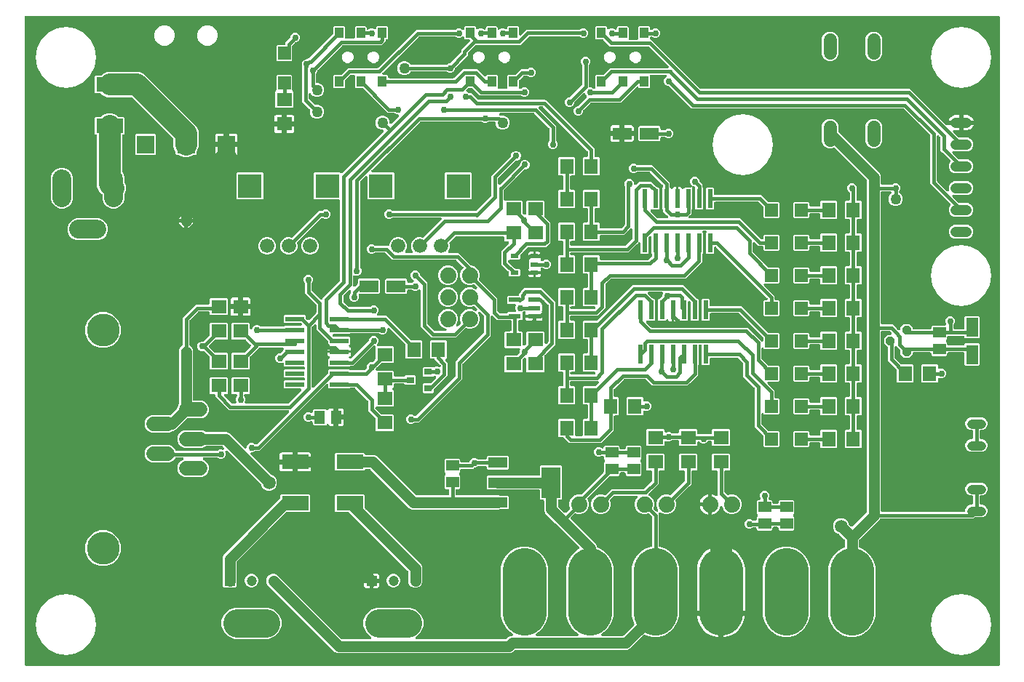
<source format=gbr>
G04 EAGLE Gerber X2 export*
%TF.Part,Single*%
%TF.FileFunction,Copper,L1,Top,Mixed*%
%TF.FilePolarity,Positive*%
%TF.GenerationSoftware,Autodesk,EAGLE,9.1.2*%
%TF.CreationDate,2019-11-04T22:46:01Z*%
G75*
%MOMM*%
%FSLAX34Y34*%
%LPD*%
%AMOC8*
5,1,8,0,0,1.08239X$1,22.5*%
G01*
%ADD10R,2.200000X1.400000*%
%ADD11R,1.400000X2.200000*%
%ADD12R,1.800000X1.600000*%
%ADD13R,2.200000X0.600000*%
%ADD14P,1.099708X8X112.500000*%
%ADD15R,0.600000X2.200000*%
%ADD16C,1.117600*%
%ADD17C,1.219200*%
%ADD18C,3.810000*%
%ADD19R,1.500000X1.500000*%
%ADD20R,0.900000X0.800000*%
%ADD21R,1.803000X1.600000*%
%ADD22R,1.600000X1.803000*%
%ADD23P,1.209679X8X292.500000*%
%ADD24C,1.676400*%
%ADD25R,2.800000X2.800000*%
%ADD26R,1.000000X1.150000*%
%ADD27C,1.270000*%
%ADD28C,1.676400*%
%ADD29R,2.053200X2.053200*%
%ADD30C,1.524000*%
%ADD31R,0.965200X0.508000*%
%ADD32R,1.473200X0.558800*%
%ADD33R,1.203200X1.203200*%
%ADD34C,1.203200*%
%ADD35C,1.879600*%
%ADD36R,2.235000X1.219000*%
%ADD37R,2.200000X3.600000*%
%ADD38R,3.150000X1.680000*%
%ADD39R,1.500000X1.300000*%
%ADD40R,1.300000X1.500000*%
%ADD41C,5.080000*%
%ADD42C,3.302000*%
%ADD43C,2.184400*%
%ADD44C,0.406400*%
%ADD45C,0.756400*%
%ADD46C,2.540000*%
%ADD47C,2.032000*%
%ADD48C,1.270000*%
%ADD49C,1.500000*%

G36*
X1135662Y2544D02*
X1135662Y2544D01*
X1135688Y2542D01*
X1135835Y2564D01*
X1135982Y2581D01*
X1136007Y2589D01*
X1136033Y2593D01*
X1136171Y2648D01*
X1136310Y2698D01*
X1136332Y2712D01*
X1136357Y2722D01*
X1136478Y2807D01*
X1136603Y2887D01*
X1136621Y2906D01*
X1136643Y2921D01*
X1136742Y3031D01*
X1136845Y3138D01*
X1136859Y3160D01*
X1136876Y3180D01*
X1136948Y3310D01*
X1137024Y3437D01*
X1137032Y3462D01*
X1137045Y3485D01*
X1137085Y3628D01*
X1137130Y3769D01*
X1137132Y3795D01*
X1137140Y3820D01*
X1137159Y4064D01*
X1137159Y757836D01*
X1137156Y757862D01*
X1137158Y757888D01*
X1137136Y758035D01*
X1137119Y758182D01*
X1137111Y758207D01*
X1137107Y758233D01*
X1137052Y758371D01*
X1137002Y758510D01*
X1136988Y758532D01*
X1136978Y758557D01*
X1136893Y758678D01*
X1136813Y758803D01*
X1136794Y758821D01*
X1136779Y758843D01*
X1136669Y758942D01*
X1136562Y759045D01*
X1136540Y759059D01*
X1136520Y759076D01*
X1136390Y759148D01*
X1136263Y759224D01*
X1136238Y759232D01*
X1136215Y759245D01*
X1136072Y759285D01*
X1135931Y759330D01*
X1135905Y759332D01*
X1135880Y759340D01*
X1135636Y759359D01*
X4064Y759359D01*
X4038Y759356D01*
X4012Y759358D01*
X3865Y759336D01*
X3718Y759319D01*
X3693Y759311D01*
X3667Y759307D01*
X3529Y759252D01*
X3390Y759202D01*
X3368Y759188D01*
X3343Y759178D01*
X3222Y759093D01*
X3097Y759013D01*
X3079Y758994D01*
X3057Y758979D01*
X2958Y758869D01*
X2855Y758762D01*
X2841Y758740D01*
X2824Y758720D01*
X2752Y758590D01*
X2676Y758463D01*
X2668Y758438D01*
X2655Y758415D01*
X2615Y758272D01*
X2570Y758131D01*
X2568Y758105D01*
X2560Y758080D01*
X2541Y757836D01*
X2541Y4064D01*
X2544Y4038D01*
X2542Y4012D01*
X2564Y3865D01*
X2581Y3718D01*
X2589Y3693D01*
X2593Y3667D01*
X2648Y3529D01*
X2698Y3390D01*
X2712Y3368D01*
X2722Y3343D01*
X2807Y3222D01*
X2887Y3097D01*
X2906Y3079D01*
X2921Y3057D01*
X3031Y2958D01*
X3138Y2855D01*
X3160Y2841D01*
X3180Y2824D01*
X3310Y2752D01*
X3437Y2676D01*
X3462Y2668D01*
X3485Y2655D01*
X3628Y2615D01*
X3769Y2570D01*
X3795Y2568D01*
X3820Y2560D01*
X4064Y2541D01*
X1135636Y2541D01*
X1135662Y2544D01*
G37*
%LPC*%
G36*
X285174Y206621D02*
X285174Y206621D01*
X281764Y208034D01*
X279154Y210644D01*
X278120Y213140D01*
X278119Y213142D01*
X278118Y213144D01*
X278036Y213292D01*
X277950Y213445D01*
X277949Y213447D01*
X277948Y213448D01*
X277790Y213635D01*
X238794Y252630D01*
X238755Y252661D01*
X238721Y252699D01*
X238618Y252770D01*
X238521Y252847D01*
X238476Y252868D01*
X238434Y252897D01*
X238318Y252943D01*
X238206Y252996D01*
X238157Y253006D01*
X238110Y253025D01*
X237986Y253043D01*
X237865Y253069D01*
X237815Y253068D01*
X237765Y253076D01*
X237641Y253065D01*
X237517Y253063D01*
X237468Y253051D01*
X237418Y253047D01*
X237299Y253008D01*
X237179Y252978D01*
X237134Y252955D01*
X237086Y252940D01*
X236980Y252875D01*
X236869Y252818D01*
X236831Y252786D01*
X236788Y252760D01*
X236698Y252673D01*
X236604Y252593D01*
X236574Y252552D01*
X236538Y252517D01*
X236470Y252412D01*
X236396Y252312D01*
X236376Y252266D01*
X236349Y252224D01*
X236308Y252106D01*
X236258Y251992D01*
X236250Y251943D01*
X236233Y251895D01*
X236219Y251772D01*
X236197Y251649D01*
X236199Y251599D01*
X236194Y251549D01*
X236208Y251425D01*
X236215Y251301D01*
X236229Y251253D01*
X236235Y251203D01*
X236310Y250970D01*
X236701Y250026D01*
X236701Y247814D01*
X235854Y245770D01*
X234290Y244206D01*
X232246Y243359D01*
X230034Y243359D01*
X227990Y244206D01*
X227533Y244663D01*
X227434Y244742D01*
X227340Y244826D01*
X227298Y244850D01*
X227260Y244880D01*
X227146Y244934D01*
X227035Y244995D01*
X226988Y245008D01*
X226945Y245029D01*
X226821Y245055D01*
X226699Y245090D01*
X226639Y245095D01*
X226604Y245102D01*
X226556Y245101D01*
X226456Y245109D01*
X211428Y245109D01*
X211378Y245104D01*
X211327Y245106D01*
X211205Y245084D01*
X211081Y245069D01*
X211034Y245052D01*
X210984Y245043D01*
X210870Y244994D01*
X210753Y244952D01*
X210711Y244925D01*
X210665Y244905D01*
X210565Y244830D01*
X210460Y244763D01*
X210425Y244727D01*
X210385Y244697D01*
X210305Y244602D01*
X210218Y244512D01*
X210192Y244469D01*
X210160Y244431D01*
X210103Y244320D01*
X210039Y244213D01*
X210024Y244165D01*
X210001Y244120D01*
X209971Y244000D01*
X209933Y243881D01*
X209929Y243831D01*
X209917Y243782D01*
X209915Y243658D01*
X209905Y243534D01*
X209913Y243484D01*
X209912Y243434D01*
X209939Y243312D01*
X209957Y243189D01*
X209976Y243142D01*
X209986Y243093D01*
X210040Y242981D01*
X210086Y242865D01*
X210114Y242824D01*
X210136Y242778D01*
X210214Y242681D01*
X210285Y242579D01*
X210322Y242545D01*
X210353Y242506D01*
X210451Y242429D01*
X210543Y242346D01*
X210587Y242321D01*
X210627Y242290D01*
X210845Y242179D01*
X213020Y241278D01*
X215878Y238420D01*
X217425Y234685D01*
X217425Y230643D01*
X215878Y226908D01*
X213020Y224050D01*
X209285Y222503D01*
X188479Y222503D01*
X184744Y224050D01*
X181886Y226908D01*
X180339Y230643D01*
X180339Y234685D01*
X181886Y238420D01*
X184744Y241278D01*
X186919Y242179D01*
X186963Y242203D01*
X187011Y242220D01*
X187115Y242288D01*
X187224Y242348D01*
X187261Y242382D01*
X187304Y242409D01*
X187390Y242499D01*
X187482Y242582D01*
X187511Y242624D01*
X187546Y242660D01*
X187610Y242767D01*
X187680Y242869D01*
X187699Y242916D01*
X187725Y242959D01*
X187762Y243077D01*
X187808Y243193D01*
X187815Y243243D01*
X187831Y243291D01*
X187841Y243415D01*
X187859Y243538D01*
X187855Y243588D01*
X187859Y243638D01*
X187840Y243761D01*
X187830Y243885D01*
X187815Y243933D01*
X187807Y243983D01*
X187761Y244098D01*
X187723Y244217D01*
X187697Y244260D01*
X187678Y244307D01*
X187607Y244409D01*
X187543Y244515D01*
X187508Y244552D01*
X187479Y244593D01*
X187387Y244676D01*
X187300Y244765D01*
X187258Y244793D01*
X187221Y244826D01*
X187112Y244886D01*
X187007Y244954D01*
X186960Y244971D01*
X186916Y244995D01*
X186796Y245029D01*
X186679Y245070D01*
X186629Y245076D01*
X186580Y245090D01*
X186336Y245109D01*
X179391Y245109D01*
X179315Y245101D01*
X179238Y245102D01*
X179142Y245081D01*
X179045Y245069D01*
X178973Y245044D01*
X178898Y245027D01*
X178809Y244985D01*
X178717Y244952D01*
X178652Y244910D01*
X178583Y244878D01*
X178506Y244816D01*
X178424Y244763D01*
X178371Y244708D01*
X178311Y244660D01*
X178250Y244583D01*
X178182Y244512D01*
X178142Y244447D01*
X178095Y244387D01*
X178027Y244253D01*
X178003Y244213D01*
X177997Y244195D01*
X177984Y244169D01*
X177778Y243672D01*
X174920Y240814D01*
X171185Y239267D01*
X150379Y239267D01*
X146644Y240814D01*
X143786Y243672D01*
X142239Y247407D01*
X142239Y251449D01*
X143786Y255184D01*
X146644Y258042D01*
X150379Y259589D01*
X171185Y259589D01*
X174920Y258042D01*
X177778Y255184D01*
X178404Y253671D01*
X178442Y253604D01*
X178470Y253533D01*
X178526Y253453D01*
X178574Y253366D01*
X178625Y253310D01*
X178669Y253247D01*
X178742Y253181D01*
X178808Y253108D01*
X178871Y253065D01*
X178927Y253014D01*
X179014Y252966D01*
X179095Y252910D01*
X179166Y252882D01*
X179232Y252845D01*
X179327Y252818D01*
X179419Y252782D01*
X179494Y252771D01*
X179568Y252750D01*
X179717Y252738D01*
X179764Y252731D01*
X179783Y252733D01*
X179812Y252731D01*
X226456Y252731D01*
X226581Y252745D01*
X226708Y252752D01*
X226754Y252765D01*
X226802Y252771D01*
X226921Y252813D01*
X227042Y252848D01*
X227085Y252872D01*
X227130Y252888D01*
X227236Y252957D01*
X227347Y253018D01*
X227393Y253058D01*
X227423Y253077D01*
X227456Y253112D01*
X227533Y253177D01*
X227990Y253634D01*
X230034Y254481D01*
X232246Y254481D01*
X233190Y254090D01*
X233238Y254076D01*
X233284Y254054D01*
X233405Y254028D01*
X233525Y253994D01*
X233576Y253992D01*
X233625Y253981D01*
X233749Y253983D01*
X233873Y253977D01*
X233923Y253986D01*
X233973Y253987D01*
X234094Y254017D01*
X234216Y254040D01*
X234262Y254060D01*
X234311Y254072D01*
X234422Y254129D01*
X234536Y254178D01*
X234576Y254208D01*
X234621Y254232D01*
X234716Y254312D01*
X234816Y254386D01*
X234848Y254425D01*
X234886Y254457D01*
X234960Y254557D01*
X235041Y254652D01*
X235064Y254697D01*
X235094Y254738D01*
X235143Y254852D01*
X235199Y254963D01*
X235212Y255012D01*
X235232Y255058D01*
X235254Y255180D01*
X235284Y255301D01*
X235284Y255351D01*
X235293Y255401D01*
X235287Y255525D01*
X235289Y255649D01*
X235278Y255699D01*
X235275Y255749D01*
X235241Y255868D01*
X235214Y255990D01*
X235193Y256035D01*
X235179Y256084D01*
X235118Y256192D01*
X235065Y256304D01*
X235033Y256344D01*
X235009Y256388D01*
X234850Y256574D01*
X233299Y258125D01*
X233200Y258204D01*
X233106Y258288D01*
X233064Y258312D01*
X233026Y258342D01*
X232912Y258396D01*
X232801Y258457D01*
X232755Y258470D01*
X232711Y258491D01*
X232588Y258517D01*
X232466Y258552D01*
X232405Y258557D01*
X232370Y258564D01*
X232322Y258563D01*
X232222Y258571D01*
X214136Y258571D01*
X214010Y258557D01*
X213884Y258550D01*
X213837Y258537D01*
X213789Y258531D01*
X213670Y258489D01*
X213549Y258454D01*
X213507Y258430D01*
X213461Y258414D01*
X213355Y258345D01*
X213245Y258284D01*
X213199Y258244D01*
X213169Y258225D01*
X213135Y258190D01*
X213059Y258125D01*
X213020Y258086D01*
X209285Y256539D01*
X188479Y256539D01*
X184744Y258086D01*
X181886Y260944D01*
X180339Y264679D01*
X180339Y268721D01*
X181886Y272456D01*
X184744Y275314D01*
X188479Y276861D01*
X209285Y276861D01*
X213020Y275314D01*
X213059Y275275D01*
X213158Y275196D01*
X213251Y275112D01*
X213294Y275088D01*
X213332Y275058D01*
X213446Y275004D01*
X213556Y274943D01*
X213603Y274930D01*
X213647Y274909D01*
X213770Y274883D01*
X213892Y274848D01*
X213953Y274843D01*
X213987Y274836D01*
X214035Y274837D01*
X214136Y274829D01*
X237837Y274829D01*
X240825Y273591D01*
X258539Y255877D01*
X258617Y255814D01*
X258690Y255745D01*
X258754Y255706D01*
X258812Y255660D01*
X258903Y255617D01*
X258989Y255566D01*
X259060Y255543D01*
X259127Y255511D01*
X259225Y255490D01*
X259321Y255460D01*
X259395Y255454D01*
X259468Y255438D01*
X259568Y255440D01*
X259668Y255432D01*
X259742Y255443D01*
X259816Y255444D01*
X259913Y255468D01*
X260013Y255483D01*
X260082Y255511D01*
X260154Y255529D01*
X260244Y255575D01*
X260337Y255612D01*
X260398Y255654D01*
X260464Y255689D01*
X260541Y255754D01*
X260623Y255811D01*
X260673Y255866D01*
X260729Y255914D01*
X260789Y255995D01*
X260856Y256070D01*
X260892Y256135D01*
X260937Y256195D01*
X260976Y256287D01*
X261025Y256375D01*
X261045Y256446D01*
X261075Y256515D01*
X261092Y256613D01*
X261120Y256710D01*
X261128Y256810D01*
X261136Y256858D01*
X261134Y256893D01*
X261139Y256954D01*
X261139Y257646D01*
X261986Y259690D01*
X263550Y261254D01*
X265594Y262101D01*
X267806Y262101D01*
X269850Y261254D01*
X270307Y260797D01*
X270406Y260718D01*
X270500Y260634D01*
X270542Y260610D01*
X270580Y260580D01*
X270694Y260526D01*
X270805Y260465D01*
X270852Y260452D01*
X270895Y260431D01*
X271019Y260405D01*
X271141Y260370D01*
X271201Y260365D01*
X271236Y260358D01*
X271284Y260359D01*
X271384Y260351D01*
X272111Y260351D01*
X272236Y260365D01*
X272362Y260372D01*
X272409Y260385D01*
X272457Y260391D01*
X272576Y260433D01*
X272697Y260468D01*
X272739Y260492D01*
X272785Y260508D01*
X272891Y260577D01*
X273001Y260638D01*
X273048Y260678D01*
X273078Y260697D01*
X273111Y260732D01*
X273188Y260797D01*
X310046Y297655D01*
X310108Y297733D01*
X310178Y297806D01*
X310216Y297870D01*
X310262Y297928D01*
X310305Y298019D01*
X310357Y298105D01*
X310379Y298176D01*
X310411Y298243D01*
X310432Y298341D01*
X310463Y298437D01*
X310469Y298511D01*
X310485Y298584D01*
X310483Y298684D01*
X310491Y298784D01*
X310480Y298858D01*
X310479Y298932D01*
X310454Y299029D01*
X310439Y299129D01*
X310412Y299198D01*
X310394Y299270D01*
X310348Y299360D01*
X310311Y299453D01*
X310268Y299514D01*
X310234Y299580D01*
X310169Y299657D01*
X310112Y299739D01*
X310056Y299789D01*
X310008Y299845D01*
X309927Y299905D01*
X309853Y299972D01*
X309788Y300008D01*
X309728Y300053D01*
X309636Y300092D01*
X309548Y300141D01*
X309476Y300161D01*
X309408Y300191D01*
X309309Y300208D01*
X309212Y300236D01*
X309112Y300244D01*
X309065Y300252D01*
X309029Y300250D01*
X308969Y300255D01*
X240456Y300255D01*
X224789Y315922D01*
X224789Y317378D01*
X224786Y317404D01*
X224788Y317430D01*
X224766Y317577D01*
X224749Y317724D01*
X224741Y317749D01*
X224737Y317775D01*
X224682Y317913D01*
X224632Y318052D01*
X224618Y318074D01*
X224608Y318099D01*
X224523Y318220D01*
X224443Y318345D01*
X224424Y318363D01*
X224409Y318385D01*
X224299Y318484D01*
X224192Y318587D01*
X224170Y318601D01*
X224150Y318618D01*
X224020Y318690D01*
X223893Y318766D01*
X223868Y318774D01*
X223845Y318787D01*
X223702Y318827D01*
X223561Y318872D01*
X223535Y318874D01*
X223510Y318882D01*
X223266Y318901D01*
X218848Y318901D01*
X217806Y319943D01*
X217806Y337417D01*
X218848Y338459D01*
X238352Y338459D01*
X239394Y337417D01*
X239394Y319943D01*
X238352Y318901D01*
X236265Y318901D01*
X236166Y318890D01*
X236065Y318888D01*
X235993Y318870D01*
X235919Y318861D01*
X235825Y318828D01*
X235727Y318803D01*
X235661Y318769D01*
X235591Y318744D01*
X235507Y318689D01*
X235417Y318643D01*
X235361Y318595D01*
X235298Y318555D01*
X235228Y318483D01*
X235152Y318418D01*
X235108Y318358D01*
X235056Y318304D01*
X235005Y318218D01*
X234945Y318137D01*
X234915Y318069D01*
X234877Y318005D01*
X234847Y317909D01*
X234807Y317817D01*
X234794Y317744D01*
X234771Y317673D01*
X234763Y317573D01*
X234745Y317474D01*
X234749Y317400D01*
X234743Y317326D01*
X234758Y317226D01*
X234763Y317126D01*
X234784Y317055D01*
X234795Y316981D01*
X234832Y316888D01*
X234860Y316791D01*
X234896Y316726D01*
X234923Y316657D01*
X234981Y316575D01*
X235030Y316487D01*
X235095Y316411D01*
X235122Y316371D01*
X235149Y316347D01*
X235188Y316301D01*
X243166Y308323D01*
X243265Y308244D01*
X243359Y308160D01*
X243402Y308136D01*
X243439Y308106D01*
X243554Y308052D01*
X243664Y307991D01*
X243711Y307978D01*
X243754Y307957D01*
X243878Y307931D01*
X244000Y307896D01*
X244060Y307891D01*
X244095Y307884D01*
X244143Y307885D01*
X244243Y307877D01*
X247583Y307877D01*
X247732Y307894D01*
X247882Y307906D01*
X247906Y307914D01*
X247930Y307917D01*
X248071Y307967D01*
X248214Y308013D01*
X248235Y308026D01*
X248258Y308034D01*
X248384Y308116D01*
X248513Y308193D01*
X248530Y308210D01*
X248550Y308223D01*
X248655Y308331D01*
X248763Y308436D01*
X248776Y308456D01*
X248793Y308474D01*
X248870Y308603D01*
X248951Y308729D01*
X248959Y308752D01*
X248971Y308773D01*
X249017Y308916D01*
X249068Y309058D01*
X249070Y309082D01*
X249078Y309105D01*
X249090Y309254D01*
X249107Y309404D01*
X249104Y309428D01*
X249106Y309452D01*
X249083Y309601D01*
X249066Y309750D01*
X249057Y309778D01*
X249054Y309797D01*
X249036Y309841D01*
X248991Y309983D01*
X248439Y311314D01*
X248439Y313526D01*
X249286Y315570D01*
X249743Y316027D01*
X249822Y316126D01*
X249906Y316220D01*
X249930Y316262D01*
X249960Y316300D01*
X250014Y316414D01*
X250075Y316525D01*
X250088Y316572D01*
X250109Y316615D01*
X250135Y316739D01*
X250170Y316861D01*
X250175Y316921D01*
X250182Y316956D01*
X250181Y317004D01*
X250189Y317104D01*
X250189Y317378D01*
X250186Y317404D01*
X250188Y317430D01*
X250166Y317577D01*
X250149Y317724D01*
X250141Y317749D01*
X250137Y317775D01*
X250082Y317913D01*
X250032Y318052D01*
X250018Y318074D01*
X250008Y318099D01*
X249923Y318220D01*
X249843Y318345D01*
X249824Y318363D01*
X249809Y318385D01*
X249699Y318484D01*
X249592Y318587D01*
X249570Y318601D01*
X249550Y318618D01*
X249420Y318690D01*
X249293Y318766D01*
X249268Y318774D01*
X249245Y318787D01*
X249102Y318827D01*
X248961Y318872D01*
X248935Y318874D01*
X248910Y318882D01*
X248666Y318901D01*
X244248Y318901D01*
X243206Y319943D01*
X243206Y337417D01*
X244248Y338459D01*
X263752Y338459D01*
X264794Y337417D01*
X264794Y319943D01*
X263752Y318901D01*
X259334Y318901D01*
X259308Y318898D01*
X259282Y318900D01*
X259135Y318878D01*
X258988Y318861D01*
X258963Y318853D01*
X258937Y318849D01*
X258799Y318794D01*
X258660Y318744D01*
X258638Y318730D01*
X258613Y318720D01*
X258492Y318635D01*
X258367Y318555D01*
X258349Y318536D01*
X258327Y318521D01*
X258228Y318411D01*
X258125Y318304D01*
X258111Y318282D01*
X258094Y318262D01*
X258022Y318132D01*
X257946Y318005D01*
X257938Y317980D01*
X257925Y317957D01*
X257885Y317814D01*
X257840Y317673D01*
X257838Y317647D01*
X257830Y317622D01*
X257811Y317378D01*
X257811Y317104D01*
X257825Y316979D01*
X257832Y316852D01*
X257845Y316806D01*
X257851Y316758D01*
X257893Y316639D01*
X257928Y316518D01*
X257952Y316475D01*
X257968Y316430D01*
X258037Y316324D01*
X258098Y316213D01*
X258138Y316167D01*
X258157Y316137D01*
X258192Y316104D01*
X258257Y316027D01*
X258714Y315570D01*
X259561Y313526D01*
X259561Y311314D01*
X259009Y309983D01*
X258968Y309838D01*
X258922Y309695D01*
X258920Y309671D01*
X258914Y309648D01*
X258906Y309497D01*
X258894Y309348D01*
X258898Y309324D01*
X258897Y309300D01*
X258924Y309152D01*
X258946Y309003D01*
X258955Y308981D01*
X258959Y308957D01*
X259019Y308819D01*
X259075Y308679D01*
X259089Y308659D01*
X259098Y308637D01*
X259188Y308516D01*
X259274Y308393D01*
X259292Y308377D01*
X259306Y308357D01*
X259421Y308260D01*
X259532Y308160D01*
X259554Y308148D01*
X259572Y308132D01*
X259706Y308064D01*
X259838Y307991D01*
X259861Y307985D01*
X259882Y307974D01*
X260028Y307937D01*
X260173Y307896D01*
X260202Y307894D01*
X260221Y307889D01*
X260268Y307889D01*
X260417Y307877D01*
X309022Y307877D01*
X309148Y307891D01*
X309274Y307898D01*
X309321Y307911D01*
X309369Y307917D01*
X309488Y307959D01*
X309609Y307994D01*
X309651Y308018D01*
X309697Y308034D01*
X309803Y308103D01*
X309913Y308164D01*
X309959Y308204D01*
X309990Y308223D01*
X310023Y308258D01*
X310099Y308323D01*
X324598Y322821D01*
X324660Y322899D01*
X324730Y322972D01*
X324768Y323036D01*
X324814Y323094D01*
X324857Y323185D01*
X324909Y323271D01*
X324931Y323342D01*
X324963Y323409D01*
X324984Y323507D01*
X325015Y323603D01*
X325021Y323677D01*
X325036Y323750D01*
X325035Y323850D01*
X325043Y323950D01*
X325032Y324024D01*
X325030Y324098D01*
X325006Y324195D01*
X324991Y324295D01*
X324964Y324364D01*
X324945Y324436D01*
X324899Y324526D01*
X324862Y324619D01*
X324820Y324680D01*
X324786Y324746D01*
X324721Y324823D01*
X324663Y324905D01*
X324608Y324955D01*
X324560Y325011D01*
X324479Y325071D01*
X324405Y325138D01*
X324340Y325174D01*
X324280Y325219D01*
X324188Y325258D01*
X324100Y325307D01*
X324028Y325327D01*
X323960Y325357D01*
X323861Y325374D01*
X323764Y325402D01*
X323664Y325410D01*
X323617Y325418D01*
X323581Y325416D01*
X323520Y325421D01*
X305163Y325421D01*
X304121Y326463D01*
X304121Y333937D01*
X305163Y334979D01*
X327406Y334979D01*
X327432Y334982D01*
X327458Y334980D01*
X327605Y335002D01*
X327752Y335019D01*
X327777Y335027D01*
X327803Y335031D01*
X327941Y335086D01*
X328080Y335136D01*
X328102Y335150D01*
X328127Y335160D01*
X328248Y335245D01*
X328373Y335325D01*
X328391Y335344D01*
X328413Y335359D01*
X328512Y335469D01*
X328615Y335576D01*
X328629Y335598D01*
X328646Y335618D01*
X328718Y335748D01*
X328794Y335875D01*
X328802Y335900D01*
X328815Y335923D01*
X328855Y336066D01*
X328900Y336207D01*
X328902Y336233D01*
X328910Y336258D01*
X328929Y336502D01*
X328929Y336598D01*
X328926Y336624D01*
X328928Y336650D01*
X328906Y336797D01*
X328889Y336944D01*
X328881Y336969D01*
X328877Y336995D01*
X328822Y337133D01*
X328772Y337272D01*
X328758Y337294D01*
X328748Y337319D01*
X328663Y337440D01*
X328583Y337565D01*
X328564Y337583D01*
X328549Y337605D01*
X328439Y337704D01*
X328332Y337807D01*
X328310Y337821D01*
X328290Y337838D01*
X328160Y337910D01*
X328033Y337986D01*
X328008Y337994D01*
X327985Y338007D01*
X327842Y338047D01*
X327701Y338092D01*
X327675Y338094D01*
X327650Y338102D01*
X327406Y338121D01*
X305163Y338121D01*
X304121Y339163D01*
X304121Y346637D01*
X305163Y347679D01*
X327406Y347679D01*
X327432Y347682D01*
X327458Y347680D01*
X327605Y347702D01*
X327752Y347719D01*
X327777Y347727D01*
X327803Y347731D01*
X327941Y347786D01*
X328080Y347836D01*
X328102Y347850D01*
X328127Y347860D01*
X328248Y347945D01*
X328373Y348025D01*
X328391Y348044D01*
X328413Y348059D01*
X328512Y348169D01*
X328615Y348276D01*
X328629Y348298D01*
X328646Y348318D01*
X328718Y348448D01*
X328794Y348575D01*
X328802Y348600D01*
X328815Y348623D01*
X328855Y348766D01*
X328900Y348907D01*
X328902Y348933D01*
X328910Y348958D01*
X328929Y349202D01*
X328929Y349298D01*
X328926Y349324D01*
X328928Y349350D01*
X328906Y349497D01*
X328889Y349644D01*
X328881Y349669D01*
X328877Y349695D01*
X328822Y349833D01*
X328772Y349972D01*
X328758Y349994D01*
X328748Y350019D01*
X328663Y350140D01*
X328583Y350265D01*
X328564Y350283D01*
X328549Y350305D01*
X328439Y350404D01*
X328332Y350507D01*
X328310Y350521D01*
X328290Y350538D01*
X328160Y350610D01*
X328033Y350686D01*
X328008Y350694D01*
X327985Y350707D01*
X327842Y350747D01*
X327701Y350792D01*
X327675Y350794D01*
X327650Y350802D01*
X327406Y350821D01*
X305163Y350821D01*
X304121Y351863D01*
X304121Y354204D01*
X304104Y354353D01*
X304092Y354504D01*
X304084Y354527D01*
X304081Y354551D01*
X304031Y354692D01*
X303985Y354835D01*
X303972Y354856D01*
X303964Y354879D01*
X303883Y355005D01*
X303805Y355134D01*
X303788Y355151D01*
X303775Y355172D01*
X303667Y355276D01*
X303562Y355384D01*
X303542Y355397D01*
X303524Y355414D01*
X303395Y355491D01*
X303269Y355572D01*
X303246Y355580D01*
X303225Y355593D01*
X303082Y355638D01*
X302940Y355689D01*
X302916Y355692D01*
X302893Y355699D01*
X302744Y355711D01*
X302594Y355728D01*
X302570Y355725D01*
X302546Y355727D01*
X302397Y355705D01*
X302248Y355687D01*
X302220Y355678D01*
X302201Y355675D01*
X302157Y355658D01*
X302015Y355612D01*
X300826Y355119D01*
X298614Y355119D01*
X296570Y355966D01*
X295006Y357530D01*
X294159Y359574D01*
X294159Y361786D01*
X295006Y363830D01*
X296570Y365394D01*
X298614Y366241D01*
X299261Y366241D01*
X299386Y366255D01*
X299512Y366262D01*
X299559Y366275D01*
X299607Y366281D01*
X299726Y366323D01*
X299847Y366358D01*
X299889Y366382D01*
X299935Y366398D01*
X300041Y366467D01*
X300151Y366528D01*
X300198Y366568D01*
X300228Y366587D01*
X300261Y366622D01*
X300338Y366687D01*
X303675Y370024D01*
X303754Y370123D01*
X303838Y370217D01*
X303862Y370260D01*
X303892Y370297D01*
X303946Y370412D01*
X304007Y370522D01*
X304020Y370569D01*
X304041Y370612D01*
X304067Y370736D01*
X304102Y370858D01*
X304107Y370918D01*
X304114Y370953D01*
X304113Y371001D01*
X304121Y371101D01*
X304121Y371856D01*
X304118Y371882D01*
X304120Y371908D01*
X304098Y372055D01*
X304081Y372202D01*
X304073Y372227D01*
X304069Y372253D01*
X304014Y372391D01*
X303964Y372530D01*
X303950Y372552D01*
X303940Y372577D01*
X303855Y372698D01*
X303775Y372823D01*
X303756Y372841D01*
X303741Y372863D01*
X303631Y372962D01*
X303524Y373065D01*
X303502Y373079D01*
X303482Y373096D01*
X303352Y373168D01*
X303225Y373244D01*
X303200Y373252D01*
X303177Y373265D01*
X303034Y373305D01*
X302893Y373350D01*
X302867Y373352D01*
X302842Y373360D01*
X302598Y373379D01*
X276279Y373379D01*
X276154Y373365D01*
X276028Y373358D01*
X275981Y373345D01*
X275933Y373339D01*
X275814Y373297D01*
X275693Y373262D01*
X275651Y373238D01*
X275605Y373222D01*
X275499Y373153D01*
X275389Y373092D01*
X275342Y373052D01*
X275312Y373033D01*
X275279Y372998D01*
X275202Y372933D01*
X265240Y362971D01*
X265161Y362872D01*
X265077Y362778D01*
X265053Y362736D01*
X265023Y362698D01*
X264969Y362584D01*
X264908Y362473D01*
X264895Y362426D01*
X264874Y362383D01*
X264848Y362259D01*
X264813Y362137D01*
X264808Y362077D01*
X264801Y362042D01*
X264802Y361994D01*
X264794Y361894D01*
X264794Y348383D01*
X263752Y347341D01*
X244248Y347341D01*
X243206Y348383D01*
X243206Y365857D01*
X244248Y366899D01*
X257759Y366899D01*
X257884Y366913D01*
X258010Y366920D01*
X258057Y366933D01*
X258105Y366939D01*
X258224Y366981D01*
X258345Y367016D01*
X258387Y367040D01*
X258433Y367056D01*
X258539Y367125D01*
X258649Y367186D01*
X258696Y367226D01*
X258726Y367245D01*
X258759Y367280D01*
X258836Y367345D01*
X265824Y374333D01*
X265840Y374353D01*
X265860Y374370D01*
X265948Y374490D01*
X266040Y374606D01*
X266052Y374630D01*
X266067Y374651D01*
X266126Y374787D01*
X266189Y374921D01*
X266195Y374947D01*
X266205Y374971D01*
X266231Y375117D01*
X266263Y375262D01*
X266262Y375288D01*
X266267Y375314D01*
X266259Y375462D01*
X266257Y375610D01*
X266250Y375636D01*
X266249Y375662D01*
X266208Y375804D01*
X266172Y375948D01*
X266160Y375972D01*
X266152Y375997D01*
X266080Y376126D01*
X266012Y376258D01*
X265995Y376278D01*
X265982Y376301D01*
X265824Y376487D01*
X260356Y381955D01*
X260257Y382034D01*
X260163Y382118D01*
X260121Y382142D01*
X260083Y382172D01*
X259969Y382226D01*
X259858Y382287D01*
X259811Y382300D01*
X259768Y382321D01*
X259644Y382347D01*
X259522Y382382D01*
X259462Y382387D01*
X259427Y382394D01*
X259379Y382393D01*
X259279Y382401D01*
X244248Y382401D01*
X243206Y383443D01*
X243206Y400917D01*
X244248Y401959D01*
X263752Y401959D01*
X264794Y400917D01*
X264794Y395956D01*
X264799Y395906D01*
X264797Y395856D01*
X264819Y395734D01*
X264834Y395610D01*
X264851Y395563D01*
X264860Y395513D01*
X264909Y395399D01*
X264951Y395282D01*
X264978Y395240D01*
X264998Y395194D01*
X265073Y395094D01*
X265140Y394989D01*
X265176Y394954D01*
X265206Y394914D01*
X265301Y394834D01*
X265391Y394747D01*
X265434Y394721D01*
X265472Y394689D01*
X265583Y394632D01*
X265690Y394568D01*
X265738Y394553D01*
X265783Y394530D01*
X265903Y394500D01*
X266022Y394462D01*
X266072Y394458D01*
X266121Y394446D01*
X266245Y394444D01*
X266369Y394434D01*
X266419Y394441D01*
X266469Y394441D01*
X266591Y394467D01*
X266714Y394486D01*
X266761Y394504D01*
X266810Y394515D01*
X266922Y394568D01*
X267038Y394614D01*
X267079Y394643D01*
X267125Y394665D01*
X267222Y394742D01*
X267324Y394813D01*
X267358Y394851D01*
X267397Y394882D01*
X267474Y394980D01*
X267557Y395072D01*
X267582Y395116D01*
X267613Y395156D01*
X267724Y395373D01*
X268336Y396850D01*
X269900Y398414D01*
X271944Y399261D01*
X274156Y399261D01*
X276200Y398414D01*
X276657Y397957D01*
X276756Y397878D01*
X276850Y397794D01*
X276892Y397770D01*
X276930Y397740D01*
X277044Y397686D01*
X277155Y397625D01*
X277202Y397612D01*
X277245Y397591D01*
X277369Y397565D01*
X277491Y397530D01*
X277551Y397525D01*
X277586Y397518D01*
X277634Y397519D01*
X277734Y397511D01*
X303564Y397511D01*
X303690Y397525D01*
X303816Y397532D01*
X303862Y397545D01*
X303911Y397551D01*
X304030Y397593D01*
X304151Y397628D01*
X304193Y397652D01*
X304239Y397668D01*
X304345Y397737D01*
X304455Y397798D01*
X304501Y397838D01*
X304531Y397857D01*
X304565Y397892D01*
X304641Y397957D01*
X305163Y398479D01*
X323975Y398479D01*
X324075Y398490D01*
X324175Y398492D01*
X324247Y398510D01*
X324321Y398519D01*
X324416Y398553D01*
X324513Y398577D01*
X324579Y398611D01*
X324649Y398636D01*
X324733Y398691D01*
X324823Y398737D01*
X324879Y398785D01*
X324942Y398825D01*
X325012Y398897D01*
X325088Y398963D01*
X325132Y399022D01*
X325184Y399076D01*
X325236Y399162D01*
X325295Y399243D01*
X325325Y399311D01*
X325363Y399375D01*
X325393Y399470D01*
X325433Y399563D01*
X325446Y399636D01*
X325469Y399707D01*
X325477Y399807D01*
X325495Y399906D01*
X325491Y399980D01*
X325497Y400054D01*
X325482Y400154D01*
X325477Y400254D01*
X325456Y400325D01*
X325445Y400399D01*
X325408Y400492D01*
X325380Y400589D01*
X325344Y400654D01*
X325317Y400723D01*
X325259Y400805D01*
X325210Y400893D01*
X325145Y400970D01*
X325118Y401009D01*
X325091Y401033D01*
X325052Y401079D01*
X324956Y401175D01*
X324856Y401254D01*
X324763Y401338D01*
X324720Y401362D01*
X324682Y401392D01*
X324568Y401446D01*
X324458Y401507D01*
X324411Y401520D01*
X324367Y401541D01*
X324244Y401567D01*
X324122Y401602D01*
X324062Y401607D01*
X324027Y401614D01*
X323979Y401613D01*
X323879Y401621D01*
X305163Y401621D01*
X304121Y402663D01*
X304121Y410137D01*
X305163Y411179D01*
X328637Y411179D01*
X329679Y410137D01*
X329679Y407861D01*
X329693Y407736D01*
X329700Y407610D01*
X329713Y407563D01*
X329719Y407515D01*
X329761Y407396D01*
X329796Y407275D01*
X329820Y407233D01*
X329836Y407187D01*
X329905Y407081D01*
X329966Y406971D01*
X330006Y406924D01*
X330025Y406894D01*
X330060Y406861D01*
X330125Y406784D01*
X331721Y405188D01*
X331742Y405171D01*
X331759Y405152D01*
X331878Y405063D01*
X331994Y404971D01*
X332018Y404960D01*
X332039Y404944D01*
X332175Y404886D01*
X332309Y404822D01*
X332335Y404817D01*
X332359Y404806D01*
X332505Y404780D01*
X332650Y404749D01*
X332676Y404749D01*
X332702Y404745D01*
X332851Y404752D01*
X332999Y404755D01*
X333024Y404761D01*
X333050Y404763D01*
X333193Y404804D01*
X333337Y404840D01*
X333360Y404852D01*
X333385Y404859D01*
X333515Y404932D01*
X333646Y404999D01*
X333666Y405016D01*
X333689Y405029D01*
X333876Y405188D01*
X341691Y413003D01*
X341770Y413102D01*
X341854Y413196D01*
X341878Y413239D01*
X341908Y413276D01*
X341962Y413391D01*
X342023Y413501D01*
X342036Y413548D01*
X342057Y413591D01*
X342083Y413715D01*
X342118Y413837D01*
X342123Y413897D01*
X342130Y413932D01*
X342129Y413980D01*
X342137Y414080D01*
X342137Y422362D01*
X342123Y422487D01*
X342116Y422613D01*
X342103Y422660D01*
X342097Y422708D01*
X342055Y422827D01*
X342020Y422948D01*
X341996Y422990D01*
X341980Y423036D01*
X341911Y423142D01*
X341850Y423252D01*
X341810Y423299D01*
X341791Y423329D01*
X341756Y423362D01*
X341691Y423439D01*
X328929Y436201D01*
X328929Y447436D01*
X328915Y447561D01*
X328908Y447688D01*
X328895Y447734D01*
X328889Y447782D01*
X328847Y447901D01*
X328812Y448022D01*
X328788Y448065D01*
X328772Y448110D01*
X328703Y448216D01*
X328642Y448327D01*
X328602Y448373D01*
X328583Y448403D01*
X328548Y448436D01*
X328483Y448513D01*
X328026Y448970D01*
X327179Y451014D01*
X327179Y453226D01*
X328026Y455270D01*
X329590Y456834D01*
X331634Y457681D01*
X333846Y457681D01*
X335890Y456834D01*
X337454Y455270D01*
X338301Y453226D01*
X338301Y451014D01*
X337454Y448970D01*
X336997Y448513D01*
X336918Y448414D01*
X336834Y448320D01*
X336810Y448278D01*
X336780Y448240D01*
X336726Y448126D01*
X336665Y448015D01*
X336652Y447968D01*
X336631Y447925D01*
X336605Y447801D01*
X336570Y447679D01*
X336565Y447619D01*
X336558Y447584D01*
X336559Y447536D01*
X336551Y447436D01*
X336551Y439988D01*
X336565Y439863D01*
X336572Y439737D01*
X336585Y439690D01*
X336591Y439642D01*
X336633Y439523D01*
X336668Y439402D01*
X336692Y439360D01*
X336708Y439314D01*
X336777Y439208D01*
X336838Y439098D01*
X336878Y439051D01*
X336897Y439021D01*
X336932Y438988D01*
X336997Y438911D01*
X346649Y429259D01*
X346727Y429197D01*
X346800Y429127D01*
X346864Y429089D01*
X346922Y429043D01*
X347013Y429000D01*
X347099Y428948D01*
X347170Y428926D01*
X347237Y428894D01*
X347335Y428873D01*
X347431Y428842D01*
X347505Y428836D01*
X347578Y428820D01*
X347678Y428822D01*
X347778Y428814D01*
X347852Y428825D01*
X347926Y428826D01*
X348023Y428851D01*
X348123Y428866D01*
X348192Y428893D01*
X348264Y428911D01*
X348354Y428957D01*
X348447Y428994D01*
X348508Y429037D01*
X348574Y429071D01*
X348651Y429136D01*
X348733Y429193D01*
X348783Y429249D01*
X348839Y429297D01*
X348899Y429378D01*
X348966Y429452D01*
X349002Y429517D01*
X349047Y429577D01*
X349086Y429669D01*
X349135Y429757D01*
X349155Y429829D01*
X349185Y429897D01*
X349202Y429996D01*
X349230Y430093D01*
X349238Y430193D01*
X349246Y430240D01*
X349244Y430276D01*
X349249Y430336D01*
X349249Y430838D01*
X369195Y450784D01*
X369274Y450883D01*
X369358Y450977D01*
X369382Y451020D01*
X369412Y451057D01*
X369466Y451172D01*
X369527Y451282D01*
X369540Y451329D01*
X369561Y451372D01*
X369587Y451496D01*
X369622Y451618D01*
X369627Y451678D01*
X369634Y451713D01*
X369633Y451761D01*
X369641Y451861D01*
X369641Y544038D01*
X369638Y544064D01*
X369640Y544090D01*
X369618Y544237D01*
X369601Y544384D01*
X369593Y544409D01*
X369589Y544435D01*
X369534Y544573D01*
X369484Y544712D01*
X369470Y544734D01*
X369460Y544759D01*
X369375Y544880D01*
X369295Y545005D01*
X369276Y545023D01*
X369261Y545045D01*
X369151Y545144D01*
X369044Y545247D01*
X369022Y545261D01*
X369002Y545278D01*
X368872Y545350D01*
X368745Y545426D01*
X368720Y545434D01*
X368697Y545447D01*
X368554Y545487D01*
X368413Y545532D01*
X368387Y545534D01*
X368362Y545542D01*
X368118Y545561D01*
X340143Y545561D01*
X339101Y546603D01*
X339101Y576077D01*
X340143Y577119D01*
X369617Y577119D01*
X370228Y576508D01*
X370248Y576491D01*
X370265Y576471D01*
X370385Y576383D01*
X370501Y576291D01*
X370525Y576280D01*
X370546Y576264D01*
X370682Y576205D01*
X370816Y576142D01*
X370842Y576137D01*
X370866Y576126D01*
X371012Y576100D01*
X371157Y576069D01*
X371183Y576069D01*
X371209Y576065D01*
X371357Y576072D01*
X371505Y576075D01*
X371531Y576081D01*
X371557Y576082D01*
X371699Y576123D01*
X371843Y576160D01*
X371866Y576172D01*
X371892Y576179D01*
X372021Y576251D01*
X372153Y576319D01*
X372173Y576336D01*
X372196Y576349D01*
X372382Y576508D01*
X420145Y624271D01*
X420208Y624349D01*
X420278Y624422D01*
X420316Y624486D01*
X420362Y624544D01*
X420405Y624635D01*
X420456Y624721D01*
X420479Y624792D01*
X420511Y624859D01*
X420532Y624957D01*
X420563Y625053D01*
X420569Y625127D01*
X420584Y625200D01*
X420583Y625300D01*
X420591Y625400D01*
X420580Y625474D01*
X420578Y625548D01*
X420554Y625645D01*
X420539Y625745D01*
X420511Y625814D01*
X420493Y625886D01*
X420447Y625976D01*
X420410Y626069D01*
X420368Y626130D01*
X420334Y626196D01*
X420268Y626273D01*
X420211Y626355D01*
X420156Y626405D01*
X420108Y626461D01*
X420027Y626521D01*
X419952Y626588D01*
X419887Y626624D01*
X419828Y626669D01*
X419735Y626708D01*
X419647Y626757D01*
X419576Y626777D01*
X419508Y626807D01*
X419409Y626824D01*
X419312Y626852D01*
X419212Y626860D01*
X419165Y626868D01*
X419129Y626866D01*
X419068Y626871D01*
X417483Y626871D01*
X414495Y628109D01*
X412209Y630395D01*
X410971Y633383D01*
X410971Y636617D01*
X412209Y639605D01*
X414495Y641891D01*
X417483Y643129D01*
X420717Y643129D01*
X423705Y641891D01*
X425991Y639605D01*
X427229Y636617D01*
X427229Y635032D01*
X427240Y634932D01*
X427242Y634832D01*
X427260Y634759D01*
X427269Y634686D01*
X427302Y634591D01*
X427327Y634494D01*
X427361Y634427D01*
X427386Y634357D01*
X427441Y634273D01*
X427487Y634184D01*
X427535Y634127D01*
X427575Y634065D01*
X427647Y633995D01*
X427712Y633918D01*
X427772Y633874D01*
X427826Y633822D01*
X427912Y633771D01*
X427993Y633711D01*
X428061Y633682D01*
X428125Y633644D01*
X428221Y633613D01*
X428313Y633573D01*
X428386Y633560D01*
X428457Y633537D01*
X428557Y633529D01*
X428656Y633512D01*
X428730Y633515D01*
X428804Y633509D01*
X428904Y633524D01*
X429004Y633529D01*
X429075Y633550D01*
X429149Y633561D01*
X429242Y633598D01*
X429339Y633626D01*
X429404Y633662D01*
X429473Y633690D01*
X429555Y633747D01*
X429643Y633796D01*
X429719Y633861D01*
X429759Y633889D01*
X429783Y633915D01*
X429829Y633955D01*
X437953Y642079D01*
X438016Y642157D01*
X438086Y642230D01*
X438124Y642294D01*
X438170Y642352D01*
X438213Y642443D01*
X438264Y642529D01*
X438287Y642600D01*
X438319Y642667D01*
X438340Y642765D01*
X438371Y642861D01*
X438377Y642935D01*
X438392Y643008D01*
X438391Y643108D01*
X438399Y643208D01*
X438388Y643282D01*
X438386Y643356D01*
X438362Y643453D01*
X438347Y643553D01*
X438319Y643622D01*
X438301Y643694D01*
X438255Y643784D01*
X438218Y643877D01*
X438176Y643938D01*
X438142Y644004D01*
X438076Y644081D01*
X438019Y644163D01*
X437964Y644213D01*
X437916Y644269D01*
X437835Y644329D01*
X437760Y644396D01*
X437695Y644432D01*
X437636Y644477D01*
X437543Y644516D01*
X437455Y644565D01*
X437384Y644585D01*
X437316Y644615D01*
X437217Y644632D01*
X437120Y644660D01*
X437020Y644668D01*
X436973Y644676D01*
X436937Y644674D01*
X436876Y644679D01*
X435774Y644679D01*
X433730Y645526D01*
X433273Y645983D01*
X433174Y646062D01*
X433080Y646146D01*
X433038Y646170D01*
X433000Y646200D01*
X432886Y646254D01*
X432775Y646315D01*
X432728Y646328D01*
X432685Y646349D01*
X432561Y646375D01*
X432439Y646410D01*
X432379Y646415D01*
X432344Y646422D01*
X432296Y646421D01*
X432196Y646429D01*
X424832Y646429D01*
X396286Y674975D01*
X396187Y675054D01*
X396093Y675138D01*
X396050Y675162D01*
X396013Y675192D01*
X395898Y675246D01*
X395788Y675307D01*
X395741Y675320D01*
X395698Y675341D01*
X395574Y675367D01*
X395452Y675402D01*
X395392Y675407D01*
X395357Y675414D01*
X395309Y675413D01*
X395209Y675421D01*
X387963Y675421D01*
X386921Y676463D01*
X386921Y689424D01*
X386918Y689450D01*
X386920Y689476D01*
X386898Y689623D01*
X386881Y689770D01*
X386873Y689795D01*
X386869Y689821D01*
X386814Y689959D01*
X386764Y690098D01*
X386750Y690120D01*
X386740Y690145D01*
X386655Y690266D01*
X386575Y690391D01*
X386556Y690409D01*
X386541Y690431D01*
X386431Y690530D01*
X386324Y690633D01*
X386302Y690647D01*
X386282Y690664D01*
X386152Y690736D01*
X386025Y690812D01*
X386000Y690820D01*
X385977Y690833D01*
X385834Y690873D01*
X385693Y690918D01*
X385667Y690920D01*
X385642Y690928D01*
X385398Y690947D01*
X382717Y690947D01*
X382592Y690933D01*
X382466Y690926D01*
X382419Y690913D01*
X382371Y690907D01*
X382252Y690865D01*
X382131Y690830D01*
X382089Y690806D01*
X382043Y690790D01*
X381937Y690721D01*
X381827Y690660D01*
X381780Y690620D01*
X381750Y690601D01*
X381717Y690566D01*
X381640Y690501D01*
X375925Y684786D01*
X375846Y684687D01*
X375762Y684593D01*
X375738Y684550D01*
X375708Y684513D01*
X375654Y684398D01*
X375593Y684288D01*
X375580Y684241D01*
X375559Y684198D01*
X375533Y684074D01*
X375498Y683952D01*
X375493Y683892D01*
X375486Y683857D01*
X375487Y683809D01*
X375479Y683709D01*
X375479Y676463D01*
X374437Y675421D01*
X362963Y675421D01*
X361921Y676463D01*
X361921Y689437D01*
X362963Y690479D01*
X370209Y690479D01*
X370334Y690493D01*
X370460Y690500D01*
X370507Y690513D01*
X370555Y690519D01*
X370674Y690561D01*
X370795Y690596D01*
X370837Y690620D01*
X370883Y690636D01*
X370989Y690705D01*
X371099Y690766D01*
X371146Y690806D01*
X371176Y690825D01*
X371209Y690860D01*
X371286Y690925D01*
X378930Y698569D01*
X413301Y698569D01*
X413427Y698583D01*
X413553Y698590D01*
X413599Y698603D01*
X413647Y698609D01*
X413766Y698651D01*
X413888Y698686D01*
X413930Y698710D01*
X413975Y698726D01*
X414082Y698795D01*
X414192Y698856D01*
X414238Y698896D01*
X414268Y698915D01*
X414302Y698950D01*
X414378Y699015D01*
X458314Y742951D01*
X503316Y742951D01*
X503441Y742965D01*
X503568Y742972D01*
X503614Y742985D01*
X503662Y742991D01*
X503781Y743033D01*
X503902Y743068D01*
X503945Y743092D01*
X503990Y743108D01*
X504096Y743177D01*
X504207Y743238D01*
X504253Y743278D01*
X504283Y743297D01*
X504316Y743332D01*
X504393Y743397D01*
X504850Y743854D01*
X506894Y744701D01*
X509106Y744701D01*
X511150Y743854D01*
X511721Y743283D01*
X511800Y743221D01*
X511872Y743151D01*
X511895Y743137D01*
X511911Y743123D01*
X511950Y743101D01*
X511994Y743067D01*
X512085Y743024D01*
X512171Y742972D01*
X512202Y742962D01*
X512216Y742955D01*
X512253Y742944D01*
X512309Y742918D01*
X512407Y742896D01*
X512503Y742866D01*
X512541Y742863D01*
X512551Y742860D01*
X512593Y742856D01*
X512650Y742844D01*
X512728Y742846D01*
X512795Y742840D01*
X512798Y742840D01*
X512808Y742841D01*
X512850Y742838D01*
X512924Y742849D01*
X512998Y742850D01*
X513094Y742874D01*
X513144Y742880D01*
X513153Y742883D01*
X513195Y742890D01*
X513264Y742917D01*
X513336Y742935D01*
X513423Y742980D01*
X513472Y742998D01*
X513481Y743003D01*
X513519Y743018D01*
X513580Y743061D01*
X513646Y743095D01*
X513718Y743157D01*
X513765Y743187D01*
X513774Y743196D01*
X513805Y743217D01*
X513855Y743272D01*
X513911Y743321D01*
X513966Y743394D01*
X514007Y743437D01*
X514015Y743450D01*
X514038Y743476D01*
X514074Y743541D01*
X514119Y743601D01*
X514153Y743681D01*
X514186Y743736D01*
X514192Y743754D01*
X514207Y743781D01*
X514227Y743853D01*
X514257Y743921D01*
X514271Y744002D01*
X514292Y744068D01*
X514294Y744090D01*
X514302Y744116D01*
X514310Y744216D01*
X514318Y744264D01*
X514316Y744300D01*
X514321Y744360D01*
X514321Y745937D01*
X515363Y746979D01*
X526837Y746979D01*
X527879Y745937D01*
X527879Y745152D01*
X527896Y745003D01*
X527908Y744852D01*
X527916Y744829D01*
X527919Y744805D01*
X527969Y744664D01*
X528015Y744521D01*
X528028Y744500D01*
X528036Y744477D01*
X528118Y744351D01*
X528195Y744222D01*
X528212Y744205D01*
X528225Y744184D01*
X528334Y744080D01*
X528438Y743972D01*
X528458Y743959D01*
X528476Y743942D01*
X528605Y743865D01*
X528731Y743784D01*
X528754Y743776D01*
X528775Y743763D01*
X528918Y743718D01*
X529060Y743667D01*
X529084Y743665D01*
X529107Y743657D01*
X529256Y743645D01*
X529406Y743628D01*
X529430Y743631D01*
X529454Y743629D01*
X529603Y743652D01*
X529752Y743669D01*
X529780Y743678D01*
X529799Y743681D01*
X529843Y743698D01*
X529985Y743744D01*
X532294Y744701D01*
X534506Y744701D01*
X536550Y743854D01*
X536697Y743707D01*
X536796Y743628D01*
X536890Y743544D01*
X536932Y743520D01*
X536970Y743490D01*
X537084Y743436D01*
X537195Y743375D01*
X537242Y743362D01*
X537285Y743341D01*
X537409Y743315D01*
X537531Y743280D01*
X537591Y743275D01*
X537626Y743268D01*
X537674Y743269D01*
X537774Y743261D01*
X537798Y743261D01*
X537824Y743264D01*
X537850Y743262D01*
X537927Y743273D01*
X537974Y743274D01*
X538027Y743287D01*
X538144Y743301D01*
X538169Y743309D01*
X538195Y743313D01*
X538305Y743357D01*
X538312Y743359D01*
X538322Y743364D01*
X538333Y743368D01*
X538472Y743418D01*
X538494Y743432D01*
X538519Y743442D01*
X538640Y743527D01*
X538765Y743607D01*
X538783Y743626D01*
X538805Y743641D01*
X538904Y743751D01*
X539007Y743858D01*
X539021Y743880D01*
X539038Y743900D01*
X539110Y744030D01*
X539186Y744157D01*
X539194Y744182D01*
X539207Y744205D01*
X539247Y744348D01*
X539292Y744489D01*
X539294Y744515D01*
X539302Y744540D01*
X539321Y744784D01*
X539321Y745937D01*
X540363Y746979D01*
X551837Y746979D01*
X552879Y745937D01*
X552879Y744760D01*
X552890Y744660D01*
X552892Y744560D01*
X552910Y744488D01*
X552919Y744414D01*
X552952Y744319D01*
X552977Y744222D01*
X553011Y744156D01*
X553036Y744086D01*
X553091Y744001D01*
X553137Y743912D01*
X553185Y743856D01*
X553225Y743793D01*
X553297Y743723D01*
X553362Y743647D01*
X553422Y743603D01*
X553476Y743551D01*
X553562Y743499D01*
X553643Y743440D01*
X553711Y743410D01*
X553775Y743372D01*
X553870Y743342D01*
X553963Y743302D01*
X554036Y743289D01*
X554107Y743266D01*
X554207Y743258D01*
X554306Y743240D01*
X554380Y743244D01*
X554454Y743238D01*
X554553Y743253D01*
X554654Y743258D01*
X554725Y743279D01*
X554799Y743290D01*
X554892Y743327D01*
X554989Y743355D01*
X555054Y743391D01*
X555123Y743418D01*
X555205Y743476D01*
X555293Y743525D01*
X555369Y743590D01*
X555409Y743617D01*
X555433Y743644D01*
X555479Y743683D01*
X555650Y743854D01*
X557694Y744701D01*
X559906Y744701D01*
X560444Y744478D01*
X562215Y743744D01*
X562360Y743703D01*
X562503Y743657D01*
X562527Y743655D01*
X562550Y743649D01*
X562701Y743641D01*
X562850Y743629D01*
X562874Y743633D01*
X562898Y743632D01*
X563046Y743659D01*
X563195Y743681D01*
X563217Y743690D01*
X563241Y743694D01*
X563379Y743754D01*
X563519Y743810D01*
X563539Y743823D01*
X563561Y743833D01*
X563682Y743923D01*
X563805Y744009D01*
X563821Y744027D01*
X563841Y744041D01*
X563938Y744156D01*
X564038Y744267D01*
X564050Y744289D01*
X564066Y744307D01*
X564134Y744441D01*
X564207Y744572D01*
X564213Y744596D01*
X564224Y744617D01*
X564261Y744763D01*
X564302Y744908D01*
X564304Y744937D01*
X564309Y744955D01*
X564309Y745002D01*
X564321Y745152D01*
X564321Y745937D01*
X565363Y746979D01*
X576837Y746979D01*
X577879Y745937D01*
X577879Y738080D01*
X577890Y737980D01*
X577892Y737879D01*
X577910Y737807D01*
X577919Y737733D01*
X577952Y737639D01*
X577977Y737541D01*
X578011Y737475D01*
X578036Y737405D01*
X578091Y737321D01*
X578137Y737232D01*
X578185Y737175D01*
X578225Y737112D01*
X578297Y737043D01*
X578362Y736966D01*
X578422Y736922D01*
X578476Y736870D01*
X578562Y736819D01*
X578643Y736759D01*
X578711Y736730D01*
X578775Y736691D01*
X578871Y736661D01*
X578963Y736621D01*
X579036Y736608D01*
X579107Y736585D01*
X579207Y736577D01*
X579306Y736559D01*
X579380Y736563D01*
X579454Y736557D01*
X579554Y736572D01*
X579654Y736577D01*
X579725Y736598D01*
X579799Y736609D01*
X579892Y736646D01*
X579989Y736674D01*
X580054Y736710D01*
X580123Y736738D01*
X580205Y736795D01*
X580293Y736844D01*
X580369Y736909D01*
X580409Y736937D01*
X580433Y736963D01*
X580479Y737002D01*
X586737Y743261D01*
X648406Y743261D01*
X648531Y743275D01*
X648658Y743282D01*
X648704Y743295D01*
X648752Y743301D01*
X648871Y743343D01*
X648992Y743378D01*
X649035Y743402D01*
X649080Y743418D01*
X649186Y743487D01*
X649297Y743548D01*
X649343Y743588D01*
X649373Y743607D01*
X649406Y743642D01*
X649483Y743707D01*
X649630Y743854D01*
X651674Y744701D01*
X653886Y744701D01*
X655930Y743854D01*
X657494Y742290D01*
X658341Y740246D01*
X658341Y738034D01*
X657494Y735990D01*
X655930Y734426D01*
X653886Y733579D01*
X651674Y733579D01*
X649630Y734426D01*
X648863Y735193D01*
X648764Y735272D01*
X648670Y735356D01*
X648628Y735380D01*
X648590Y735410D01*
X648476Y735464D01*
X648365Y735525D01*
X648318Y735538D01*
X648275Y735559D01*
X648151Y735585D01*
X648029Y735620D01*
X647969Y735625D01*
X647934Y735632D01*
X647886Y735631D01*
X647786Y735639D01*
X590525Y735639D01*
X590400Y735625D01*
X590273Y735618D01*
X590227Y735605D01*
X590179Y735599D01*
X590060Y735557D01*
X589939Y735522D01*
X589896Y735498D01*
X589851Y735482D01*
X589745Y735413D01*
X589634Y735352D01*
X589588Y735312D01*
X589558Y735293D01*
X589525Y735258D01*
X589448Y735193D01*
X579572Y725317D01*
X527985Y725317D01*
X527859Y725303D01*
X527733Y725296D01*
X527687Y725283D01*
X527639Y725277D01*
X527520Y725235D01*
X527398Y725200D01*
X527356Y725176D01*
X527311Y725160D01*
X527204Y725091D01*
X527094Y725030D01*
X527048Y724990D01*
X527018Y724971D01*
X526984Y724936D01*
X526908Y724871D01*
X518915Y716878D01*
X518836Y716779D01*
X518752Y716685D01*
X518728Y716643D01*
X518698Y716605D01*
X518644Y716491D01*
X518583Y716380D01*
X518570Y716334D01*
X518549Y716290D01*
X518523Y716167D01*
X518488Y716045D01*
X518483Y715984D01*
X518476Y715949D01*
X518477Y715901D01*
X518469Y715801D01*
X518469Y713740D01*
X503847Y699118D01*
X503768Y699019D01*
X503684Y698925D01*
X503660Y698882D01*
X503630Y698845D01*
X503576Y698730D01*
X503515Y698620D01*
X503502Y698573D01*
X503481Y698530D01*
X503455Y698406D01*
X503420Y698284D01*
X503415Y698224D01*
X503408Y698189D01*
X503409Y698141D01*
X503401Y698041D01*
X503401Y697394D01*
X502554Y695350D01*
X500990Y693786D01*
X498946Y692939D01*
X496734Y692939D01*
X494690Y693786D01*
X494233Y694243D01*
X494134Y694322D01*
X494040Y694406D01*
X493998Y694430D01*
X493960Y694460D01*
X493845Y694514D01*
X493735Y694575D01*
X493688Y694588D01*
X493645Y694609D01*
X493521Y694635D01*
X493400Y694670D01*
X493339Y694675D01*
X493304Y694682D01*
X493256Y694681D01*
X493156Y694689D01*
X452738Y694689D01*
X452662Y694681D01*
X452585Y694682D01*
X452489Y694661D01*
X452392Y694649D01*
X452320Y694624D01*
X452245Y694607D01*
X452156Y694565D01*
X452063Y694532D01*
X451999Y694490D01*
X451930Y694457D01*
X451853Y694396D01*
X451771Y694343D01*
X451718Y694288D01*
X451658Y694240D01*
X451597Y694163D01*
X451528Y694092D01*
X451489Y694027D01*
X451442Y693966D01*
X451420Y693925D01*
X449105Y691609D01*
X446117Y690371D01*
X442883Y690371D01*
X439895Y691609D01*
X437609Y693895D01*
X436371Y696883D01*
X436371Y700117D01*
X437609Y703105D01*
X439895Y705391D01*
X442883Y706629D01*
X446117Y706629D01*
X449105Y705391D01*
X451426Y703070D01*
X451452Y703033D01*
X451500Y702947D01*
X451551Y702890D01*
X451595Y702827D01*
X451668Y702761D01*
X451734Y702688D01*
X451797Y702645D01*
X451854Y702594D01*
X451940Y702546D01*
X452020Y702490D01*
X452092Y702462D01*
X452159Y702425D01*
X452253Y702398D01*
X452345Y702362D01*
X452420Y702351D01*
X452494Y702330D01*
X452643Y702318D01*
X452689Y702312D01*
X452708Y702313D01*
X452738Y702311D01*
X493156Y702311D01*
X493281Y702325D01*
X493408Y702332D01*
X493454Y702345D01*
X493502Y702351D01*
X493621Y702393D01*
X493742Y702428D01*
X493784Y702452D01*
X493830Y702468D01*
X493936Y702537D01*
X494047Y702598D01*
X494093Y702638D01*
X494123Y702657D01*
X494156Y702692D01*
X494233Y702757D01*
X494690Y703214D01*
X496734Y704061D01*
X497381Y704061D01*
X497506Y704075D01*
X497632Y704082D01*
X497679Y704095D01*
X497727Y704101D01*
X497846Y704143D01*
X497967Y704178D01*
X498009Y704202D01*
X498055Y704218D01*
X498161Y704287D01*
X498271Y704348D01*
X498318Y704388D01*
X498348Y704407D01*
X498381Y704442D01*
X498458Y704507D01*
X510401Y716450D01*
X510480Y716549D01*
X510564Y716643D01*
X510588Y716686D01*
X510618Y716723D01*
X510672Y716838D01*
X510733Y716948D01*
X510746Y716995D01*
X510767Y717038D01*
X510793Y717162D01*
X510828Y717284D01*
X510833Y717344D01*
X510840Y717379D01*
X510839Y717427D01*
X510847Y717527D01*
X510847Y719589D01*
X520579Y729321D01*
X520642Y729399D01*
X520711Y729472D01*
X520750Y729536D01*
X520796Y729594D01*
X520839Y729685D01*
X520890Y729771D01*
X520913Y729842D01*
X520945Y729909D01*
X520966Y730007D01*
X520997Y730103D01*
X521002Y730177D01*
X521018Y730250D01*
X521016Y730350D01*
X521024Y730450D01*
X521013Y730524D01*
X521012Y730598D01*
X520988Y730695D01*
X520973Y730795D01*
X520945Y730864D01*
X520927Y730936D01*
X520881Y731026D01*
X520844Y731119D01*
X520802Y731180D01*
X520768Y731246D01*
X520702Y731323D01*
X520645Y731405D01*
X520590Y731455D01*
X520542Y731511D01*
X520461Y731571D01*
X520386Y731638D01*
X520321Y731674D01*
X520261Y731719D01*
X520169Y731758D01*
X520081Y731807D01*
X520010Y731827D01*
X519941Y731857D01*
X519843Y731874D01*
X519746Y731902D01*
X519646Y731910D01*
X519598Y731918D01*
X519563Y731916D01*
X519502Y731921D01*
X515363Y731921D01*
X514321Y732963D01*
X514321Y733920D01*
X514310Y734020D01*
X514308Y734120D01*
X514290Y734192D01*
X514281Y734266D01*
X514248Y734361D01*
X514223Y734458D01*
X514189Y734524D01*
X514164Y734594D01*
X514109Y734678D01*
X514063Y734768D01*
X514015Y734824D01*
X513975Y734887D01*
X513903Y734957D01*
X513838Y735033D01*
X513778Y735077D01*
X513724Y735129D01*
X513638Y735181D01*
X513557Y735240D01*
X513489Y735270D01*
X513425Y735308D01*
X513330Y735338D01*
X513237Y735378D01*
X513164Y735392D01*
X513093Y735414D01*
X512993Y735422D01*
X512894Y735440D01*
X512820Y735436D01*
X512746Y735442D01*
X512647Y735427D01*
X512546Y735422D01*
X512475Y735401D01*
X512401Y735390D01*
X512308Y735353D01*
X512211Y735325D01*
X512146Y735289D01*
X512077Y735262D01*
X511995Y735204D01*
X511907Y735155D01*
X511831Y735090D01*
X511791Y735063D01*
X511767Y735036D01*
X511721Y734997D01*
X511150Y734426D01*
X509106Y733579D01*
X506894Y733579D01*
X504850Y734426D01*
X504393Y734883D01*
X504294Y734962D01*
X504200Y735046D01*
X504158Y735070D01*
X504120Y735100D01*
X504006Y735154D01*
X503895Y735215D01*
X503848Y735228D01*
X503805Y735249D01*
X503681Y735275D01*
X503559Y735310D01*
X503499Y735315D01*
X503464Y735322D01*
X503416Y735321D01*
X503316Y735329D01*
X462102Y735329D01*
X461976Y735315D01*
X461850Y735308D01*
X461804Y735295D01*
X461756Y735289D01*
X461637Y735247D01*
X461515Y735212D01*
X461473Y735188D01*
X461428Y735172D01*
X461321Y735103D01*
X461211Y735042D01*
X461165Y735002D01*
X461135Y734983D01*
X461101Y734948D01*
X461025Y734883D01*
X419221Y693079D01*
X419158Y693001D01*
X419089Y692928D01*
X419050Y692864D01*
X419004Y692806D01*
X418961Y692715D01*
X418910Y692629D01*
X418887Y692558D01*
X418855Y692491D01*
X418834Y692393D01*
X418803Y692297D01*
X418798Y692223D01*
X418782Y692150D01*
X418784Y692050D01*
X418776Y691950D01*
X418787Y691876D01*
X418788Y691802D01*
X418812Y691705D01*
X418827Y691605D01*
X418855Y691536D01*
X418873Y691464D01*
X418919Y691374D01*
X418956Y691281D01*
X418998Y691220D01*
X419032Y691154D01*
X419098Y691077D01*
X419155Y690995D01*
X419210Y690945D01*
X419258Y690889D01*
X419339Y690829D01*
X419414Y690762D01*
X419479Y690726D01*
X419539Y690681D01*
X419631Y690642D01*
X419719Y690593D01*
X419790Y690573D01*
X419859Y690543D01*
X419957Y690526D01*
X420054Y690498D01*
X420154Y690490D01*
X420202Y690482D01*
X420237Y690484D01*
X420298Y690479D01*
X424437Y690479D01*
X425479Y689437D01*
X425479Y688284D01*
X425482Y688258D01*
X425480Y688232D01*
X425502Y688085D01*
X425519Y687938D01*
X425527Y687913D01*
X425531Y687887D01*
X425586Y687749D01*
X425636Y687610D01*
X425650Y687588D01*
X425660Y687563D01*
X425745Y687442D01*
X425825Y687317D01*
X425844Y687299D01*
X425859Y687277D01*
X425969Y687178D01*
X426076Y687075D01*
X426098Y687061D01*
X426118Y687044D01*
X426248Y686972D01*
X426375Y686896D01*
X426400Y686888D01*
X426423Y686875D01*
X426566Y686835D01*
X426707Y686790D01*
X426733Y686788D01*
X426758Y686780D01*
X427002Y686761D01*
X501675Y686761D01*
X501800Y686775D01*
X501927Y686782D01*
X501973Y686795D01*
X502021Y686801D01*
X502140Y686843D01*
X502261Y686878D01*
X502304Y686902D01*
X502349Y686918D01*
X502455Y686987D01*
X502566Y687048D01*
X502612Y687088D01*
X502642Y687107D01*
X502675Y687142D01*
X502752Y687207D01*
X509949Y694404D01*
X512628Y697083D01*
X529572Y697083D01*
X537193Y689462D01*
X537213Y689446D01*
X537230Y689426D01*
X537350Y689338D01*
X537466Y689246D01*
X537489Y689235D01*
X537510Y689219D01*
X537647Y689160D01*
X537781Y689097D01*
X537806Y689091D01*
X537831Y689081D01*
X537977Y689055D01*
X538121Y689023D01*
X538148Y689024D01*
X538174Y689019D01*
X538322Y689027D01*
X538470Y689029D01*
X538495Y689036D01*
X538522Y689037D01*
X538664Y689078D01*
X538808Y689114D01*
X538831Y689126D01*
X538856Y689134D01*
X538986Y689206D01*
X539118Y689274D01*
X539138Y689291D01*
X539161Y689304D01*
X539347Y689462D01*
X540363Y690479D01*
X551837Y690479D01*
X552879Y689437D01*
X552879Y675894D01*
X552882Y675868D01*
X552880Y675842D01*
X552902Y675695D01*
X552919Y675548D01*
X552927Y675523D01*
X552931Y675497D01*
X552986Y675359D01*
X553036Y675220D01*
X553050Y675198D01*
X553060Y675173D01*
X553145Y675052D01*
X553225Y674927D01*
X553244Y674909D01*
X553259Y674887D01*
X553369Y674788D01*
X553476Y674685D01*
X553498Y674671D01*
X553518Y674654D01*
X553648Y674582D01*
X553775Y674506D01*
X553800Y674498D01*
X553823Y674485D01*
X553966Y674445D01*
X554107Y674400D01*
X554133Y674398D01*
X554158Y674390D01*
X554402Y674371D01*
X562798Y674371D01*
X562824Y674374D01*
X562850Y674372D01*
X562997Y674394D01*
X563144Y674411D01*
X563169Y674419D01*
X563195Y674423D01*
X563333Y674478D01*
X563472Y674528D01*
X563494Y674542D01*
X563519Y674552D01*
X563640Y674637D01*
X563765Y674717D01*
X563783Y674736D01*
X563805Y674751D01*
X563904Y674861D01*
X564007Y674968D01*
X564021Y674990D01*
X564038Y675010D01*
X564110Y675140D01*
X564186Y675267D01*
X564194Y675292D01*
X564207Y675315D01*
X564247Y675458D01*
X564292Y675599D01*
X564294Y675625D01*
X564302Y675650D01*
X564321Y675894D01*
X564321Y689437D01*
X565363Y690479D01*
X572609Y690479D01*
X572734Y690493D01*
X572860Y690500D01*
X572907Y690513D01*
X572955Y690519D01*
X573074Y690561D01*
X573195Y690596D01*
X573237Y690620D01*
X573283Y690636D01*
X573389Y690705D01*
X573499Y690766D01*
X573546Y690806D01*
X573576Y690825D01*
X573609Y690860D01*
X573686Y690925D01*
X579992Y697231D01*
X587136Y697231D01*
X587261Y697245D01*
X587388Y697252D01*
X587434Y697265D01*
X587482Y697271D01*
X587601Y697313D01*
X587722Y697348D01*
X587765Y697372D01*
X587810Y697388D01*
X587916Y697457D01*
X588027Y697518D01*
X588073Y697558D01*
X588103Y697577D01*
X588136Y697612D01*
X588213Y697677D01*
X588670Y698134D01*
X590714Y698981D01*
X592926Y698981D01*
X594970Y698134D01*
X596534Y696570D01*
X597381Y694526D01*
X597381Y692314D01*
X596534Y690270D01*
X594970Y688706D01*
X592926Y687859D01*
X590714Y687859D01*
X588670Y688706D01*
X588213Y689163D01*
X588114Y689242D01*
X588020Y689326D01*
X587978Y689350D01*
X587940Y689380D01*
X587826Y689434D01*
X587715Y689495D01*
X587668Y689508D01*
X587625Y689529D01*
X587501Y689555D01*
X587379Y689590D01*
X587319Y689595D01*
X587284Y689602D01*
X587236Y689601D01*
X587136Y689609D01*
X583779Y689609D01*
X583654Y689595D01*
X583528Y689588D01*
X583481Y689575D01*
X583433Y689569D01*
X583314Y689527D01*
X583193Y689492D01*
X583151Y689468D01*
X583105Y689452D01*
X582999Y689383D01*
X582889Y689322D01*
X582842Y689282D01*
X582812Y689263D01*
X582779Y689228D01*
X582702Y689163D01*
X578325Y684786D01*
X578246Y684687D01*
X578162Y684593D01*
X578138Y684551D01*
X578108Y684513D01*
X578054Y684399D01*
X577993Y684288D01*
X577980Y684241D01*
X577959Y684198D01*
X577933Y684074D01*
X577898Y683952D01*
X577893Y683892D01*
X577886Y683857D01*
X577887Y683809D01*
X577879Y683709D01*
X577879Y675894D01*
X577882Y675868D01*
X577880Y675842D01*
X577902Y675695D01*
X577919Y675548D01*
X577927Y675523D01*
X577931Y675497D01*
X577986Y675359D01*
X578036Y675220D01*
X578050Y675198D01*
X578060Y675173D01*
X578145Y675052D01*
X578225Y674927D01*
X578244Y674909D01*
X578259Y674887D01*
X578369Y674788D01*
X578476Y674685D01*
X578498Y674671D01*
X578518Y674654D01*
X578648Y674582D01*
X578775Y674506D01*
X578800Y674498D01*
X578823Y674485D01*
X578966Y674445D01*
X579107Y674400D01*
X579133Y674398D01*
X579158Y674390D01*
X579402Y674371D01*
X579516Y674371D01*
X579641Y674385D01*
X579768Y674392D01*
X579814Y674405D01*
X579862Y674411D01*
X579981Y674453D01*
X580102Y674488D01*
X580145Y674512D01*
X580190Y674528D01*
X580296Y674597D01*
X580407Y674658D01*
X580453Y674698D01*
X580483Y674717D01*
X580516Y674752D01*
X580593Y674817D01*
X581050Y675274D01*
X583094Y676121D01*
X585306Y676121D01*
X587350Y675274D01*
X588914Y673710D01*
X589761Y671666D01*
X589761Y669454D01*
X588914Y667410D01*
X587350Y665846D01*
X585306Y664999D01*
X583094Y664999D01*
X581050Y665846D01*
X580593Y666303D01*
X580494Y666382D01*
X580400Y666466D01*
X580358Y666490D01*
X580320Y666520D01*
X580206Y666574D01*
X580095Y666635D01*
X580048Y666648D01*
X580005Y666669D01*
X579881Y666695D01*
X579759Y666730D01*
X579699Y666735D01*
X579664Y666742D01*
X579616Y666741D01*
X579516Y666749D01*
X531822Y666749D01*
X523596Y674975D01*
X523497Y675054D01*
X523403Y675138D01*
X523360Y675162D01*
X523323Y675192D01*
X523208Y675246D01*
X523098Y675307D01*
X523051Y675320D01*
X523008Y675341D01*
X522884Y675367D01*
X522762Y675402D01*
X522702Y675407D01*
X522667Y675414D01*
X522619Y675413D01*
X522519Y675421D01*
X519591Y675421D01*
X519466Y675407D01*
X519340Y675400D01*
X519293Y675387D01*
X519245Y675381D01*
X519126Y675339D01*
X519005Y675304D01*
X518963Y675280D01*
X518917Y675264D01*
X518811Y675195D01*
X518701Y675134D01*
X518654Y675094D01*
X518624Y675075D01*
X518591Y675040D01*
X518514Y674975D01*
X516821Y673281D01*
X516727Y673164D01*
X516630Y673049D01*
X516619Y673027D01*
X516604Y673008D01*
X516540Y672872D01*
X516471Y672739D01*
X516465Y672715D01*
X516455Y672693D01*
X516423Y672546D01*
X516387Y672400D01*
X516387Y672376D01*
X516382Y672353D01*
X516384Y672203D01*
X516382Y672052D01*
X516387Y672028D01*
X516388Y672004D01*
X516424Y671858D01*
X516456Y671711D01*
X516467Y671690D01*
X516473Y671666D01*
X516542Y671532D01*
X516606Y671397D01*
X516621Y671378D01*
X516632Y671356D01*
X516730Y671241D01*
X516823Y671124D01*
X516842Y671109D01*
X516858Y671091D01*
X516979Y671001D01*
X517097Y670908D01*
X517123Y670895D01*
X517138Y670884D01*
X517182Y670865D01*
X517315Y670797D01*
X518770Y670194D01*
X519227Y669737D01*
X519326Y669658D01*
X519420Y669574D01*
X519462Y669550D01*
X519500Y669520D01*
X519614Y669466D01*
X519725Y669405D01*
X519772Y669392D01*
X519815Y669371D01*
X519939Y669345D01*
X520061Y669310D01*
X520121Y669305D01*
X520156Y669298D01*
X520204Y669299D01*
X520304Y669291D01*
X522278Y669291D01*
X524957Y666613D01*
X524957Y666612D01*
X529452Y662117D01*
X529551Y662038D01*
X529645Y661954D01*
X529688Y661930D01*
X529725Y661900D01*
X529840Y661846D01*
X529950Y661785D01*
X529997Y661772D01*
X530040Y661751D01*
X530164Y661725D01*
X530286Y661690D01*
X530346Y661685D01*
X530381Y661678D01*
X530429Y661679D01*
X530529Y661671D01*
X608638Y661671D01*
X663052Y607257D01*
X665731Y604578D01*
X665731Y596517D01*
X665734Y596491D01*
X665732Y596465D01*
X665754Y596318D01*
X665771Y596171D01*
X665779Y596146D01*
X665783Y596120D01*
X665838Y595982D01*
X665888Y595843D01*
X665902Y595821D01*
X665912Y595796D01*
X665997Y595675D01*
X666077Y595550D01*
X666096Y595532D01*
X666111Y595510D01*
X666221Y595411D01*
X666328Y595308D01*
X666350Y595294D01*
X666370Y595277D01*
X666500Y595205D01*
X666627Y595129D01*
X666652Y595121D01*
X666675Y595108D01*
X666818Y595068D01*
X666959Y595023D01*
X666985Y595021D01*
X667010Y595013D01*
X667254Y594994D01*
X670657Y594994D01*
X671699Y593952D01*
X671699Y574448D01*
X670657Y573406D01*
X653183Y573406D01*
X652141Y574448D01*
X652141Y593952D01*
X653183Y594994D01*
X656586Y594994D01*
X656612Y594997D01*
X656638Y594995D01*
X656785Y595017D01*
X656932Y595034D01*
X656957Y595042D01*
X656983Y595046D01*
X657121Y595101D01*
X657260Y595151D01*
X657282Y595165D01*
X657307Y595175D01*
X657428Y595260D01*
X657553Y595340D01*
X657571Y595359D01*
X657593Y595374D01*
X657692Y595484D01*
X657795Y595591D01*
X657809Y595613D01*
X657826Y595633D01*
X657898Y595763D01*
X657974Y595890D01*
X657982Y595915D01*
X657995Y595938D01*
X658035Y596081D01*
X658080Y596222D01*
X658082Y596248D01*
X658090Y596273D01*
X658109Y596517D01*
X658109Y600791D01*
X658095Y600916D01*
X658088Y601042D01*
X658075Y601089D01*
X658069Y601137D01*
X658027Y601256D01*
X657992Y601377D01*
X657968Y601419D01*
X657952Y601465D01*
X657883Y601571D01*
X657822Y601681D01*
X657782Y601728D01*
X657763Y601758D01*
X657728Y601791D01*
X657663Y601868D01*
X605928Y653603D01*
X605829Y653682D01*
X605735Y653766D01*
X605692Y653790D01*
X605655Y653820D01*
X605540Y653874D01*
X605430Y653935D01*
X605383Y653948D01*
X605340Y653969D01*
X605216Y653995D01*
X605094Y654030D01*
X605034Y654035D01*
X604999Y654042D01*
X604951Y654041D01*
X604851Y654049D01*
X602157Y654049D01*
X602058Y654038D01*
X601957Y654036D01*
X601885Y654018D01*
X601811Y654009D01*
X601717Y653976D01*
X601619Y653951D01*
X601553Y653917D01*
X601483Y653892D01*
X601399Y653837D01*
X601309Y653791D01*
X601253Y653743D01*
X601190Y653703D01*
X601120Y653631D01*
X601044Y653566D01*
X601000Y653506D01*
X600948Y653452D01*
X600897Y653366D01*
X600837Y653285D01*
X600807Y653217D01*
X600769Y653153D01*
X600739Y653057D01*
X600699Y652965D01*
X600686Y652892D01*
X600663Y652821D01*
X600655Y652721D01*
X600637Y652622D01*
X600641Y652548D01*
X600635Y652474D01*
X600650Y652374D01*
X600655Y652274D01*
X600676Y652203D01*
X600687Y652129D01*
X600724Y652036D01*
X600752Y651939D01*
X600788Y651874D01*
X600815Y651805D01*
X600873Y651723D01*
X600922Y651635D01*
X600987Y651559D01*
X601014Y651519D01*
X601041Y651495D01*
X601080Y651449D01*
X621031Y631498D01*
X621031Y614284D01*
X621045Y614159D01*
X621052Y614032D01*
X621065Y613986D01*
X621071Y613938D01*
X621113Y613819D01*
X621148Y613698D01*
X621172Y613655D01*
X621188Y613610D01*
X621257Y613504D01*
X621318Y613393D01*
X621358Y613347D01*
X621377Y613317D01*
X621412Y613284D01*
X621477Y613207D01*
X621934Y612750D01*
X622781Y610706D01*
X622781Y608494D01*
X621934Y606450D01*
X620370Y604886D01*
X618326Y604039D01*
X616114Y604039D01*
X614070Y604886D01*
X612506Y606450D01*
X611659Y608494D01*
X611659Y610706D01*
X612506Y612750D01*
X612963Y613207D01*
X613042Y613306D01*
X613126Y613400D01*
X613150Y613442D01*
X613180Y613480D01*
X613234Y613594D01*
X613295Y613705D01*
X613308Y613752D01*
X613329Y613795D01*
X613355Y613919D01*
X613390Y614041D01*
X613395Y614101D01*
X613402Y614136D01*
X613401Y614184D01*
X613409Y614284D01*
X613409Y627711D01*
X613395Y627836D01*
X613388Y627962D01*
X613375Y628009D01*
X613369Y628057D01*
X613327Y628176D01*
X613292Y628297D01*
X613268Y628339D01*
X613252Y628385D01*
X613183Y628491D01*
X613122Y628601D01*
X613082Y628648D01*
X613063Y628678D01*
X613028Y628711D01*
X612963Y628788D01*
X595768Y645983D01*
X595669Y646062D01*
X595575Y646146D01*
X595532Y646170D01*
X595495Y646200D01*
X595380Y646254D01*
X595270Y646315D01*
X595223Y646328D01*
X595180Y646349D01*
X595056Y646375D01*
X594934Y646410D01*
X594874Y646415D01*
X594839Y646422D01*
X594791Y646421D01*
X594691Y646429D01*
X556437Y646429D01*
X556338Y646418D01*
X556237Y646416D01*
X556165Y646398D01*
X556091Y646389D01*
X555997Y646356D01*
X555899Y646331D01*
X555833Y646297D01*
X555763Y646272D01*
X555679Y646217D01*
X555589Y646171D01*
X555533Y646123D01*
X555470Y646083D01*
X555400Y646011D01*
X555324Y645946D01*
X555280Y645886D01*
X555228Y645832D01*
X555177Y645746D01*
X555117Y645665D01*
X555087Y645597D01*
X555049Y645533D01*
X555019Y645437D01*
X554979Y645345D01*
X554966Y645272D01*
X554943Y645201D01*
X554935Y645101D01*
X554917Y645002D01*
X554921Y644928D01*
X554915Y644854D01*
X554930Y644754D01*
X554935Y644654D01*
X554956Y644583D01*
X554967Y644509D01*
X555004Y644416D01*
X555032Y644319D01*
X555068Y644254D01*
X555095Y644185D01*
X555153Y644103D01*
X555202Y644015D01*
X555267Y643939D01*
X555294Y643899D01*
X555321Y643875D01*
X555360Y643829D01*
X555670Y643520D01*
X555729Y643472D01*
X555783Y643417D01*
X555866Y643364D01*
X555943Y643303D01*
X556012Y643270D01*
X556076Y643229D01*
X556169Y643196D01*
X556258Y643154D01*
X556332Y643138D01*
X556405Y643112D01*
X556502Y643101D01*
X556598Y643081D01*
X556675Y643082D01*
X556751Y643073D01*
X556849Y643085D01*
X556947Y643087D01*
X557021Y643105D01*
X557097Y643114D01*
X557142Y643129D01*
X560417Y643129D01*
X563405Y641891D01*
X565691Y639605D01*
X566929Y636617D01*
X566929Y633383D01*
X565691Y630395D01*
X563405Y628109D01*
X560417Y626871D01*
X557183Y626871D01*
X554195Y628109D01*
X551909Y630395D01*
X550671Y633383D01*
X550671Y634746D01*
X550668Y634772D01*
X550670Y634798D01*
X550648Y634945D01*
X550631Y635092D01*
X550623Y635117D01*
X550619Y635143D01*
X550564Y635281D01*
X550514Y635420D01*
X550500Y635442D01*
X550490Y635467D01*
X550405Y635588D01*
X550325Y635713D01*
X550306Y635731D01*
X550291Y635753D01*
X550181Y635852D01*
X550074Y635955D01*
X550052Y635969D01*
X550032Y635986D01*
X549902Y636058D01*
X549775Y636134D01*
X549750Y636142D01*
X549727Y636155D01*
X549584Y636195D01*
X549443Y636240D01*
X549417Y636242D01*
X549392Y636250D01*
X549148Y636269D01*
X543164Y636269D01*
X543039Y636255D01*
X542912Y636248D01*
X542866Y636235D01*
X542818Y636229D01*
X542699Y636187D01*
X542578Y636152D01*
X542536Y636128D01*
X542490Y636112D01*
X542384Y636043D01*
X542273Y635982D01*
X542227Y635942D01*
X542197Y635923D01*
X542164Y635888D01*
X542087Y635823D01*
X541630Y635366D01*
X539586Y634519D01*
X537374Y634519D01*
X535330Y635366D01*
X534873Y635823D01*
X534774Y635902D01*
X534680Y635986D01*
X534638Y636010D01*
X534600Y636040D01*
X534486Y636094D01*
X534375Y636155D01*
X534328Y636168D01*
X534285Y636189D01*
X534161Y636215D01*
X534039Y636250D01*
X533979Y636255D01*
X533944Y636262D01*
X533896Y636261D01*
X533796Y636269D01*
X463669Y636269D01*
X463543Y636255D01*
X463417Y636248D01*
X463371Y636235D01*
X463323Y636229D01*
X463204Y636187D01*
X463082Y636152D01*
X463040Y636128D01*
X462995Y636112D01*
X462888Y636043D01*
X462778Y635982D01*
X462732Y635942D01*
X462702Y635923D01*
X462668Y635888D01*
X462592Y635823D01*
X406488Y579719D01*
X406425Y579641D01*
X406356Y579568D01*
X406317Y579504D01*
X406271Y579446D01*
X406228Y579355D01*
X406177Y579269D01*
X406154Y579198D01*
X406122Y579131D01*
X406101Y579033D01*
X406070Y578937D01*
X406065Y578863D01*
X406049Y578790D01*
X406051Y578690D01*
X406043Y578590D01*
X406054Y578516D01*
X406055Y578442D01*
X406079Y578345D01*
X406094Y578245D01*
X406122Y578176D01*
X406140Y578104D01*
X406186Y578014D01*
X406223Y577921D01*
X406265Y577860D01*
X406299Y577794D01*
X406365Y577717D01*
X406422Y577635D01*
X406477Y577585D01*
X406525Y577529D01*
X406606Y577469D01*
X406681Y577402D01*
X406746Y577366D01*
X406806Y577321D01*
X406898Y577282D01*
X406986Y577233D01*
X407057Y577213D01*
X407126Y577183D01*
X407224Y577166D01*
X407321Y577138D01*
X407421Y577130D01*
X407469Y577122D01*
X407504Y577124D01*
X407565Y577119D01*
X432017Y577119D01*
X433059Y576077D01*
X433059Y546603D01*
X432017Y545561D01*
X402543Y545561D01*
X401501Y546603D01*
X401501Y571055D01*
X401490Y571155D01*
X401488Y571255D01*
X401470Y571327D01*
X401461Y571401D01*
X401428Y571496D01*
X401403Y571593D01*
X401369Y571659D01*
X401344Y571729D01*
X401289Y571814D01*
X401243Y571903D01*
X401195Y571960D01*
X401155Y572022D01*
X401083Y572092D01*
X401018Y572169D01*
X400958Y572213D01*
X400904Y572264D01*
X400818Y572316D01*
X400737Y572376D01*
X400669Y572405D01*
X400605Y572443D01*
X400509Y572474D01*
X400417Y572514D01*
X400344Y572527D01*
X400273Y572550D01*
X400173Y572558D01*
X400074Y572575D01*
X400000Y572572D01*
X399926Y572577D01*
X399826Y572563D01*
X399726Y572557D01*
X399655Y572537D01*
X399581Y572526D01*
X399488Y572489D01*
X399391Y572461D01*
X399326Y572425D01*
X399257Y572397D01*
X399175Y572340D01*
X399087Y572291D01*
X399011Y572226D01*
X398971Y572198D01*
X398947Y572172D01*
X398901Y572132D01*
X393611Y566842D01*
X393532Y566743D01*
X393448Y566649D01*
X393424Y566607D01*
X393394Y566569D01*
X393340Y566455D01*
X393279Y566344D01*
X393266Y566298D01*
X393245Y566254D01*
X393219Y566131D01*
X393184Y566009D01*
X393179Y565948D01*
X393172Y565913D01*
X393173Y565865D01*
X393165Y565765D01*
X393165Y466964D01*
X393179Y466839D01*
X393186Y466712D01*
X393199Y466666D01*
X393205Y466618D01*
X393247Y466499D01*
X393282Y466378D01*
X393306Y466335D01*
X393322Y466290D01*
X393391Y466184D01*
X393452Y466073D01*
X393492Y466027D01*
X393511Y465997D01*
X393546Y465964D01*
X393611Y465887D01*
X394068Y465430D01*
X394915Y463386D01*
X394915Y461174D01*
X394068Y459130D01*
X392504Y457566D01*
X390460Y456719D01*
X388248Y456719D01*
X386917Y457271D01*
X386772Y457312D01*
X386629Y457358D01*
X386605Y457360D01*
X386582Y457366D01*
X386431Y457374D01*
X386282Y457386D01*
X386258Y457382D01*
X386234Y457383D01*
X386086Y457356D01*
X385937Y457334D01*
X385915Y457325D01*
X385891Y457321D01*
X385753Y457261D01*
X385613Y457205D01*
X385593Y457191D01*
X385571Y457182D01*
X385450Y457092D01*
X385327Y457006D01*
X385311Y456988D01*
X385291Y456974D01*
X385194Y456859D01*
X385094Y456748D01*
X385082Y456726D01*
X385066Y456708D01*
X384998Y456574D01*
X384925Y456442D01*
X384919Y456419D01*
X384908Y456398D01*
X384871Y456252D01*
X384830Y456107D01*
X384828Y456078D01*
X384823Y456059D01*
X384823Y456012D01*
X384811Y455863D01*
X384811Y445437D01*
X384822Y445338D01*
X384824Y445237D01*
X384842Y445165D01*
X384851Y445091D01*
X384884Y444997D01*
X384909Y444899D01*
X384943Y444833D01*
X384968Y444763D01*
X385023Y444679D01*
X385069Y444589D01*
X385117Y444533D01*
X385157Y444470D01*
X385229Y444400D01*
X385294Y444324D01*
X385354Y444280D01*
X385408Y444228D01*
X385494Y444176D01*
X385575Y444117D01*
X385643Y444087D01*
X385707Y444049D01*
X385803Y444019D01*
X385895Y443979D01*
X385968Y443966D01*
X386039Y443943D01*
X386139Y443935D01*
X386238Y443917D01*
X386312Y443921D01*
X386386Y443915D01*
X386486Y443930D01*
X386586Y443935D01*
X386657Y443956D01*
X386731Y443967D01*
X386824Y444004D01*
X386921Y444032D01*
X386986Y444068D01*
X387055Y444095D01*
X387137Y444153D01*
X387225Y444202D01*
X387301Y444267D01*
X387341Y444294D01*
X387365Y444321D01*
X387411Y444360D01*
X389875Y446824D01*
X389954Y446923D01*
X390038Y447017D01*
X390062Y447060D01*
X390092Y447097D01*
X390145Y447211D01*
X390207Y447322D01*
X390220Y447369D01*
X390241Y447412D01*
X390267Y447536D01*
X390302Y447658D01*
X390307Y447718D01*
X390314Y447753D01*
X390313Y447801D01*
X390321Y447901D01*
X390321Y452237D01*
X391363Y453279D01*
X414837Y453279D01*
X415879Y452237D01*
X415879Y436763D01*
X414837Y435721D01*
X392754Y435721D01*
X392605Y435704D01*
X392455Y435692D01*
X392432Y435684D01*
X392408Y435681D01*
X392266Y435631D01*
X392123Y435584D01*
X392103Y435572D01*
X392080Y435564D01*
X391953Y435482D01*
X391825Y435405D01*
X391808Y435388D01*
X391787Y435375D01*
X391682Y435266D01*
X391575Y435162D01*
X391562Y435142D01*
X391545Y435124D01*
X391468Y434995D01*
X391387Y434869D01*
X391379Y434846D01*
X391366Y434825D01*
X391320Y434682D01*
X391270Y434540D01*
X391267Y434516D01*
X391260Y434493D01*
X391248Y434344D01*
X391231Y434194D01*
X391234Y434170D01*
X391232Y434146D01*
X391254Y433997D01*
X391272Y433848D01*
X391281Y433820D01*
X391284Y433801D01*
X391301Y433757D01*
X391347Y433615D01*
X391641Y432906D01*
X391641Y430694D01*
X390794Y428650D01*
X389230Y427086D01*
X387186Y426239D01*
X384974Y426239D01*
X382930Y427086D01*
X381366Y428650D01*
X380519Y430694D01*
X380519Y432906D01*
X381366Y434950D01*
X381823Y435407D01*
X381902Y435506D01*
X381986Y435600D01*
X382010Y435642D01*
X382040Y435680D01*
X382094Y435794D01*
X382155Y435905D01*
X382168Y435952D01*
X382189Y435995D01*
X382215Y436119D01*
X382250Y436241D01*
X382255Y436301D01*
X382262Y436336D01*
X382261Y436384D01*
X382269Y436484D01*
X382269Y438626D01*
X382258Y438726D01*
X382256Y438826D01*
X382238Y438899D01*
X382229Y438972D01*
X382196Y439067D01*
X382171Y439164D01*
X382137Y439231D01*
X382112Y439301D01*
X382057Y439385D01*
X382011Y439474D01*
X381963Y439531D01*
X381923Y439593D01*
X381851Y439663D01*
X381786Y439740D01*
X381726Y439784D01*
X381672Y439836D01*
X381586Y439887D01*
X381505Y439947D01*
X381437Y439976D01*
X381373Y440014D01*
X381277Y440045D01*
X381185Y440085D01*
X381112Y440098D01*
X381041Y440121D01*
X380941Y440129D01*
X380842Y440146D01*
X380768Y440143D01*
X380694Y440149D01*
X380594Y440134D01*
X380494Y440129D01*
X380423Y440108D01*
X380349Y440097D01*
X380256Y440060D01*
X380159Y440032D01*
X380094Y439996D01*
X380025Y439968D01*
X379943Y439911D01*
X379855Y439862D01*
X379779Y439797D01*
X379739Y439769D01*
X379715Y439743D01*
X379669Y439703D01*
X374135Y434169D01*
X374057Y434070D01*
X373972Y433977D01*
X373948Y433934D01*
X373918Y433896D01*
X373864Y433782D01*
X373803Y433672D01*
X373790Y433625D01*
X373770Y433581D01*
X373743Y433458D01*
X373709Y433336D01*
X373704Y433275D01*
X373696Y433241D01*
X373697Y433192D01*
X373689Y433092D01*
X373689Y427351D01*
X373703Y427226D01*
X373710Y427099D01*
X373723Y427053D01*
X373729Y427005D01*
X373771Y426886D01*
X373806Y426765D01*
X373830Y426722D01*
X373846Y426677D01*
X373915Y426571D01*
X373977Y426460D01*
X374016Y426414D01*
X374035Y426384D01*
X374070Y426351D01*
X374135Y426274D01*
X379592Y420817D01*
X379691Y420738D01*
X379785Y420654D01*
X379827Y420630D01*
X379865Y420600D01*
X379979Y420546D01*
X380090Y420485D01*
X380137Y420472D01*
X380180Y420451D01*
X380304Y420425D01*
X380426Y420390D01*
X380486Y420385D01*
X380521Y420378D01*
X380569Y420379D01*
X380669Y420371D01*
X404256Y420371D01*
X404381Y420385D01*
X404508Y420392D01*
X404554Y420405D01*
X404602Y420411D01*
X404721Y420453D01*
X404842Y420488D01*
X404885Y420512D01*
X404930Y420528D01*
X405036Y420597D01*
X405147Y420658D01*
X405193Y420698D01*
X405223Y420717D01*
X405256Y420752D01*
X405333Y420817D01*
X405790Y421274D01*
X407834Y422121D01*
X410046Y422121D01*
X412090Y421274D01*
X413654Y419710D01*
X414501Y417666D01*
X414501Y415454D01*
X413654Y413410D01*
X413055Y412811D01*
X412993Y412732D01*
X412923Y412660D01*
X412885Y412596D01*
X412839Y412538D01*
X412795Y412447D01*
X412744Y412361D01*
X412721Y412290D01*
X412690Y412223D01*
X412668Y412125D01*
X412638Y412029D01*
X412632Y411955D01*
X412616Y411882D01*
X412618Y411782D01*
X412610Y411682D01*
X412621Y411608D01*
X412622Y411534D01*
X412647Y411437D01*
X412662Y411337D01*
X412689Y411268D01*
X412707Y411196D01*
X412753Y411107D01*
X412790Y411013D01*
X412833Y410952D01*
X412867Y410886D01*
X412932Y410809D01*
X412989Y410727D01*
X413044Y410677D01*
X413093Y410621D01*
X413173Y410561D01*
X413248Y410494D01*
X413313Y410458D01*
X413373Y410413D01*
X413465Y410374D01*
X413553Y410325D01*
X413625Y410305D01*
X413693Y410275D01*
X413792Y410258D01*
X413888Y410230D01*
X413988Y410222D01*
X414036Y410214D01*
X414072Y410216D01*
X414132Y410211D01*
X423218Y410211D01*
X451349Y382080D01*
X451448Y382001D01*
X451542Y381917D01*
X451585Y381893D01*
X451622Y381863D01*
X451737Y381809D01*
X451847Y381748D01*
X451894Y381735D01*
X451937Y381714D01*
X452061Y381688D01*
X452183Y381653D01*
X452243Y381648D01*
X452278Y381641D01*
X452326Y381642D01*
X452426Y381634D01*
X464417Y381634D01*
X465459Y380592D01*
X465459Y361088D01*
X464417Y360046D01*
X446943Y360046D01*
X445901Y361088D01*
X445901Y376119D01*
X445887Y376244D01*
X445880Y376370D01*
X445867Y376417D01*
X445861Y376465D01*
X445819Y376584D01*
X445784Y376705D01*
X445760Y376747D01*
X445744Y376793D01*
X445675Y376899D01*
X445614Y377009D01*
X445574Y377056D01*
X445555Y377086D01*
X445520Y377119D01*
X445455Y377196D01*
X427261Y395390D01*
X427183Y395452D01*
X427110Y395522D01*
X427046Y395560D01*
X426988Y395606D01*
X426897Y395649D01*
X426811Y395701D01*
X426740Y395723D01*
X426673Y395755D01*
X426575Y395776D01*
X426479Y395807D01*
X426405Y395813D01*
X426332Y395829D01*
X426232Y395827D01*
X426132Y395835D01*
X426058Y395824D01*
X425984Y395823D01*
X425887Y395798D01*
X425787Y395783D01*
X425718Y395756D01*
X425646Y395738D01*
X425556Y395692D01*
X425463Y395655D01*
X425402Y395612D01*
X425336Y395578D01*
X425259Y395513D01*
X425177Y395456D01*
X425127Y395400D01*
X425071Y395352D01*
X425011Y395271D01*
X424944Y395197D01*
X424908Y395132D01*
X424863Y395072D01*
X424824Y394980D01*
X424775Y394892D01*
X424755Y394820D01*
X424725Y394752D01*
X424708Y394653D01*
X424680Y394556D01*
X424672Y394456D01*
X424664Y394409D01*
X424666Y394373D01*
X424661Y394313D01*
X424661Y392594D01*
X423814Y390550D01*
X422250Y388986D01*
X420206Y388139D01*
X417994Y388139D01*
X415950Y388986D01*
X415493Y389443D01*
X415394Y389522D01*
X415300Y389606D01*
X415258Y389630D01*
X415220Y389660D01*
X415106Y389714D01*
X414995Y389775D01*
X414948Y389788D01*
X414905Y389809D01*
X414781Y389835D01*
X414659Y389870D01*
X414599Y389875D01*
X414564Y389882D01*
X414516Y389881D01*
X414416Y389889D01*
X382236Y389889D01*
X382110Y389875D01*
X381984Y389868D01*
X381938Y389855D01*
X381889Y389849D01*
X381770Y389807D01*
X381649Y389772D01*
X381607Y389748D01*
X381561Y389732D01*
X381455Y389663D01*
X381345Y389602D01*
X381299Y389562D01*
X381269Y389543D01*
X381235Y389508D01*
X381159Y389443D01*
X380637Y388921D01*
X362280Y388921D01*
X362180Y388910D01*
X362079Y388908D01*
X362007Y388890D01*
X361933Y388881D01*
X361839Y388847D01*
X361741Y388823D01*
X361675Y388789D01*
X361605Y388764D01*
X361521Y388709D01*
X361431Y388663D01*
X361375Y388615D01*
X361312Y388575D01*
X361243Y388503D01*
X361166Y388437D01*
X361122Y388378D01*
X361070Y388324D01*
X361019Y388238D01*
X360959Y388157D01*
X360929Y388089D01*
X360891Y388025D01*
X360861Y387930D01*
X360821Y387837D01*
X360808Y387764D01*
X360785Y387693D01*
X360777Y387593D01*
X360759Y387494D01*
X360763Y387420D01*
X360757Y387346D01*
X360772Y387246D01*
X360777Y387146D01*
X360798Y387075D01*
X360809Y387001D01*
X360846Y386908D01*
X360874Y386811D01*
X360910Y386746D01*
X360938Y386677D01*
X360995Y386595D01*
X361044Y386507D01*
X361109Y386430D01*
X361137Y386391D01*
X361163Y386367D01*
X361203Y386321D01*
X361299Y386225D01*
X361398Y386146D01*
X361491Y386062D01*
X361534Y386038D01*
X361572Y386008D01*
X361686Y385954D01*
X361796Y385893D01*
X361843Y385880D01*
X361887Y385859D01*
X362010Y385833D01*
X362132Y385798D01*
X362193Y385793D01*
X362228Y385786D01*
X362276Y385787D01*
X362376Y385779D01*
X380637Y385779D01*
X381679Y384737D01*
X381679Y377263D01*
X380511Y376095D01*
X380479Y376055D01*
X380441Y376021D01*
X380371Y375919D01*
X380294Y375822D01*
X380272Y375776D01*
X380243Y375734D01*
X380198Y375619D01*
X380145Y375507D01*
X380135Y375457D01*
X380116Y375410D01*
X380098Y375287D01*
X380072Y375166D01*
X380073Y375116D01*
X380065Y375065D01*
X380076Y374942D01*
X380078Y374818D01*
X380090Y374769D01*
X380095Y374718D01*
X380133Y374600D01*
X380163Y374480D01*
X380186Y374435D01*
X380202Y374386D01*
X380266Y374280D01*
X380322Y374170D01*
X380356Y374131D01*
X380382Y374088D01*
X380468Y373999D01*
X380548Y373905D01*
X380589Y373874D01*
X380625Y373838D01*
X380826Y373699D01*
X381460Y373333D01*
X381933Y372860D01*
X382268Y372281D01*
X382441Y371635D01*
X382441Y369823D01*
X368900Y369823D01*
X355359Y369823D01*
X355359Y371635D01*
X355532Y372281D01*
X355867Y372860D01*
X356340Y373333D01*
X356974Y373699D01*
X357015Y373729D01*
X357060Y373753D01*
X357154Y373833D01*
X357254Y373907D01*
X357287Y373946D01*
X357326Y373979D01*
X357399Y374078D01*
X357479Y374172D01*
X357502Y374218D01*
X357533Y374259D01*
X357582Y374372D01*
X357638Y374483D01*
X357650Y374532D01*
X357671Y374579D01*
X357693Y374701D01*
X357723Y374821D01*
X357723Y374872D01*
X357732Y374922D01*
X357726Y375046D01*
X357728Y375169D01*
X357717Y375219D01*
X357714Y375270D01*
X357680Y375389D01*
X357654Y375510D01*
X357632Y375556D01*
X357618Y375605D01*
X357557Y375713D01*
X357504Y375825D01*
X357473Y375865D01*
X357448Y375909D01*
X357289Y376095D01*
X356121Y377263D01*
X356121Y379993D01*
X356107Y380118D01*
X356100Y380245D01*
X356087Y380291D01*
X356081Y380339D01*
X356039Y380458D01*
X356004Y380579D01*
X355980Y380622D01*
X355964Y380667D01*
X355895Y380773D01*
X355834Y380884D01*
X355794Y380930D01*
X355775Y380960D01*
X355740Y380993D01*
X355675Y381070D01*
X342137Y394608D01*
X342137Y398994D01*
X342126Y399093D01*
X342124Y399194D01*
X342106Y399266D01*
X342097Y399340D01*
X342064Y399434D01*
X342039Y399532D01*
X342005Y399598D01*
X341980Y399668D01*
X341925Y399752D01*
X341879Y399842D01*
X341831Y399898D01*
X341791Y399961D01*
X341719Y400031D01*
X341654Y400107D01*
X341594Y400151D01*
X341540Y400203D01*
X341454Y400255D01*
X341373Y400314D01*
X341305Y400344D01*
X341241Y400382D01*
X341145Y400412D01*
X341053Y400452D01*
X340980Y400465D01*
X340909Y400488D01*
X340809Y400496D01*
X340710Y400514D01*
X340636Y400510D01*
X340562Y400516D01*
X340462Y400501D01*
X340362Y400496D01*
X340291Y400475D01*
X340217Y400464D01*
X340124Y400427D01*
X340027Y400399D01*
X339962Y400363D01*
X339893Y400336D01*
X339811Y400278D01*
X339723Y400229D01*
X339647Y400164D01*
X339607Y400137D01*
X339583Y400110D01*
X339537Y400071D01*
X336997Y397531D01*
X336918Y397432D01*
X336834Y397338D01*
X336810Y397295D01*
X336780Y397258D01*
X336726Y397144D01*
X336665Y397033D01*
X336652Y396986D01*
X336631Y396943D01*
X336605Y396819D01*
X336570Y396697D01*
X336565Y396637D01*
X336558Y396602D01*
X336559Y396554D01*
X336551Y396454D01*
X336551Y327837D01*
X336562Y327738D01*
X336564Y327637D01*
X336582Y327565D01*
X336591Y327491D01*
X336624Y327397D01*
X336649Y327299D01*
X336683Y327233D01*
X336708Y327163D01*
X336763Y327079D01*
X336809Y326989D01*
X336857Y326933D01*
X336897Y326870D01*
X336969Y326800D01*
X337034Y326724D01*
X337094Y326680D01*
X337148Y326628D01*
X337234Y326577D01*
X337315Y326517D01*
X337383Y326487D01*
X337447Y326449D01*
X337543Y326419D01*
X337635Y326379D01*
X337708Y326366D01*
X337779Y326343D01*
X337879Y326335D01*
X337978Y326317D01*
X338052Y326321D01*
X338126Y326315D01*
X338226Y326330D01*
X338326Y326335D01*
X338397Y326356D01*
X338471Y326367D01*
X338564Y326404D01*
X338661Y326432D01*
X338726Y326468D01*
X338795Y326495D01*
X338877Y326553D01*
X338965Y326602D01*
X339041Y326667D01*
X339081Y326694D01*
X339105Y326721D01*
X339151Y326760D01*
X355675Y343284D01*
X355754Y343383D01*
X355838Y343477D01*
X355862Y343519D01*
X355892Y343557D01*
X355946Y343671D01*
X356007Y343782D01*
X356020Y343829D01*
X356041Y343872D01*
X356067Y343996D01*
X356102Y344118D01*
X356107Y344178D01*
X356114Y344213D01*
X356113Y344261D01*
X356121Y344361D01*
X356121Y346637D01*
X357163Y347679D01*
X380637Y347679D01*
X381159Y347157D01*
X381258Y347078D01*
X381352Y346994D01*
X381394Y346970D01*
X381432Y346940D01*
X381546Y346886D01*
X381657Y346825D01*
X381703Y346812D01*
X381747Y346791D01*
X381870Y346765D01*
X381992Y346730D01*
X382053Y346725D01*
X382087Y346718D01*
X382135Y346719D01*
X382236Y346711D01*
X397591Y346711D01*
X397716Y346725D01*
X397842Y346732D01*
X397889Y346745D01*
X397937Y346751D01*
X398056Y346793D01*
X398177Y346828D01*
X398219Y346852D01*
X398265Y346868D01*
X398371Y346937D01*
X398481Y346998D01*
X398528Y347038D01*
X398558Y347057D01*
X398591Y347092D01*
X398668Y347157D01*
X400393Y348882D01*
X400472Y348981D01*
X400556Y349075D01*
X400580Y349118D01*
X400610Y349155D01*
X400664Y349270D01*
X400725Y349380D01*
X400738Y349427D01*
X400759Y349470D01*
X400785Y349594D01*
X400820Y349716D01*
X400825Y349776D01*
X400832Y349811D01*
X400831Y349859D01*
X400839Y349959D01*
X400839Y351626D01*
X401686Y353670D01*
X403250Y355234D01*
X405294Y356081D01*
X406961Y356081D01*
X407086Y356095D01*
X407212Y356102D01*
X407259Y356115D01*
X407307Y356121D01*
X407426Y356163D01*
X407547Y356198D01*
X407589Y356222D01*
X407635Y356238D01*
X407741Y356307D01*
X407851Y356368D01*
X407898Y356408D01*
X407928Y356427D01*
X407961Y356462D01*
X408038Y356527D01*
X410400Y358889D01*
X410479Y358988D01*
X410563Y359082D01*
X410587Y359125D01*
X410617Y359162D01*
X410671Y359276D01*
X410732Y359387D01*
X410745Y359434D01*
X410766Y359477D01*
X410792Y359601D01*
X410827Y359723D01*
X410832Y359783D01*
X410839Y359818D01*
X410838Y359866D01*
X410846Y359966D01*
X410846Y373840D01*
X410835Y373939D01*
X410833Y374040D01*
X410815Y374112D01*
X410806Y374186D01*
X410773Y374280D01*
X410748Y374378D01*
X410714Y374444D01*
X410689Y374514D01*
X410634Y374598D01*
X410588Y374688D01*
X410540Y374744D01*
X410500Y374807D01*
X410428Y374877D01*
X410363Y374953D01*
X410303Y374997D01*
X410249Y375049D01*
X410163Y375100D01*
X410082Y375160D01*
X410014Y375190D01*
X409950Y375228D01*
X409854Y375258D01*
X409762Y375298D01*
X409689Y375311D01*
X409618Y375334D01*
X409518Y375342D01*
X409419Y375360D01*
X409345Y375356D01*
X409271Y375362D01*
X409171Y375347D01*
X409071Y375342D01*
X409000Y375321D01*
X408926Y375310D01*
X408833Y375273D01*
X408736Y375245D01*
X408671Y375209D01*
X408602Y375182D01*
X408520Y375124D01*
X408432Y375075D01*
X408356Y375010D01*
X408316Y374983D01*
X408292Y374956D01*
X408246Y374917D01*
X385118Y351789D01*
X382236Y351789D01*
X382110Y351775D01*
X381984Y351768D01*
X381938Y351755D01*
X381889Y351749D01*
X381770Y351707D01*
X381649Y351672D01*
X381607Y351648D01*
X381561Y351632D01*
X381455Y351563D01*
X381345Y351502D01*
X381299Y351462D01*
X381269Y351443D01*
X381235Y351408D01*
X381159Y351343D01*
X380637Y350821D01*
X357163Y350821D01*
X356121Y351863D01*
X356121Y359337D01*
X357289Y360505D01*
X357321Y360545D01*
X357359Y360579D01*
X357429Y360681D01*
X357506Y360778D01*
X357528Y360824D01*
X357557Y360866D01*
X357602Y360981D01*
X357655Y361093D01*
X357665Y361143D01*
X357684Y361190D01*
X357702Y361313D01*
X357728Y361434D01*
X357727Y361484D01*
X357735Y361535D01*
X357724Y361658D01*
X357722Y361782D01*
X357710Y361831D01*
X357705Y361882D01*
X357667Y362000D01*
X357637Y362120D01*
X357614Y362165D01*
X357598Y362214D01*
X357534Y362320D01*
X357478Y362430D01*
X357444Y362469D01*
X357418Y362512D01*
X357332Y362601D01*
X357252Y362695D01*
X357211Y362726D01*
X357175Y362762D01*
X356974Y362901D01*
X356340Y363267D01*
X355867Y363740D01*
X355532Y364319D01*
X355359Y364965D01*
X355359Y366777D01*
X368900Y366777D01*
X382441Y366777D01*
X382441Y364965D01*
X382268Y364319D01*
X381933Y363740D01*
X381460Y363267D01*
X380826Y362901D01*
X380785Y362871D01*
X380740Y362847D01*
X380646Y362767D01*
X380546Y362693D01*
X380513Y362654D01*
X380474Y362621D01*
X380401Y362522D01*
X380321Y362428D01*
X380298Y362382D01*
X380267Y362341D01*
X380218Y362228D01*
X380162Y362117D01*
X380150Y362068D01*
X380129Y362021D01*
X380107Y361899D01*
X380077Y361779D01*
X380077Y361728D01*
X380068Y361678D01*
X380074Y361554D01*
X380072Y361431D01*
X380083Y361381D01*
X380086Y361330D01*
X380120Y361211D01*
X380146Y361090D01*
X380168Y361044D01*
X380182Y360995D01*
X380242Y360887D01*
X380296Y360775D01*
X380327Y360735D01*
X380352Y360691D01*
X380511Y360505D01*
X380513Y360503D01*
X380706Y360309D01*
X380727Y360293D01*
X380744Y360273D01*
X380863Y360185D01*
X380979Y360093D01*
X381003Y360082D01*
X381024Y360066D01*
X381160Y360007D01*
X381294Y359944D01*
X381320Y359938D01*
X381344Y359928D01*
X381490Y359902D01*
X381635Y359871D01*
X381661Y359871D01*
X381687Y359866D01*
X381835Y359874D01*
X381983Y359877D01*
X382009Y359883D01*
X382035Y359884D01*
X382177Y359925D01*
X382321Y359962D01*
X382345Y359974D01*
X382370Y359981D01*
X382499Y360053D01*
X382631Y360121D01*
X382651Y360138D01*
X382674Y360151D01*
X382860Y360309D01*
X402933Y380382D01*
X403012Y380481D01*
X403096Y380575D01*
X403120Y380618D01*
X403150Y380655D01*
X403204Y380770D01*
X403265Y380880D01*
X403278Y380927D01*
X403299Y380970D01*
X403325Y381094D01*
X403360Y381216D01*
X403365Y381276D01*
X403372Y381311D01*
X403371Y381359D01*
X403379Y381459D01*
X403379Y382106D01*
X404226Y384150D01*
X405790Y385714D01*
X407834Y386561D01*
X410046Y386561D01*
X412090Y385714D01*
X413654Y384150D01*
X414501Y382106D01*
X414501Y379894D01*
X413654Y377850D01*
X412923Y377119D01*
X412861Y377040D01*
X412791Y376968D01*
X412753Y376904D01*
X412707Y376846D01*
X412664Y376755D01*
X412612Y376669D01*
X412589Y376598D01*
X412558Y376531D01*
X412536Y376433D01*
X412506Y376337D01*
X412500Y376263D01*
X412484Y376190D01*
X412486Y376090D01*
X412478Y375990D01*
X412489Y375916D01*
X412490Y375842D01*
X412515Y375745D01*
X412530Y375645D01*
X412557Y375576D01*
X412575Y375504D01*
X412621Y375415D01*
X412658Y375321D01*
X412701Y375260D01*
X412735Y375194D01*
X412800Y375117D01*
X412857Y375035D01*
X412912Y374985D01*
X412961Y374929D01*
X413041Y374869D01*
X413116Y374802D01*
X413181Y374766D01*
X413241Y374721D01*
X413333Y374682D01*
X413421Y374633D01*
X413493Y374613D01*
X413561Y374583D01*
X413660Y374566D01*
X413756Y374538D01*
X413856Y374530D01*
X413904Y374522D01*
X413940Y374524D01*
X414000Y374519D01*
X431392Y374519D01*
X432434Y373477D01*
X432434Y356003D01*
X431392Y354961D01*
X417881Y354961D01*
X417756Y354947D01*
X417630Y354940D01*
X417583Y354927D01*
X417535Y354921D01*
X417416Y354879D01*
X417295Y354844D01*
X417253Y354820D01*
X417207Y354804D01*
X417101Y354735D01*
X416991Y354674D01*
X416944Y354634D01*
X416914Y354615D01*
X416881Y354580D01*
X416804Y354515D01*
X412357Y350068D01*
X412356Y350066D01*
X412354Y350065D01*
X412244Y349925D01*
X412141Y349795D01*
X412140Y349793D01*
X412138Y349792D01*
X412027Y349574D01*
X411452Y348185D01*
X411410Y348040D01*
X411365Y347897D01*
X411363Y347873D01*
X411356Y347850D01*
X411349Y347699D01*
X411337Y347550D01*
X411340Y347526D01*
X411339Y347502D01*
X411366Y347354D01*
X411388Y347205D01*
X411397Y347183D01*
X411402Y347159D01*
X411461Y347021D01*
X411517Y346881D01*
X411531Y346861D01*
X411540Y346839D01*
X411630Y346718D01*
X411716Y346595D01*
X411734Y346579D01*
X411748Y346559D01*
X411863Y346462D01*
X411975Y346362D01*
X411996Y346350D01*
X412014Y346334D01*
X412148Y346266D01*
X412280Y346193D01*
X412303Y346187D01*
X412325Y346176D01*
X412470Y346139D01*
X412615Y346098D01*
X412644Y346096D01*
X412663Y346091D01*
X412710Y346091D01*
X412859Y346079D01*
X431392Y346079D01*
X432434Y345037D01*
X432434Y340614D01*
X432437Y340588D01*
X432435Y340562D01*
X432457Y340415D01*
X432474Y340268D01*
X432482Y340243D01*
X432486Y340217D01*
X432541Y340079D01*
X432591Y339940D01*
X432605Y339918D01*
X432615Y339893D01*
X432700Y339772D01*
X432780Y339647D01*
X432799Y339629D01*
X432814Y339607D01*
X432924Y339508D01*
X433031Y339405D01*
X433053Y339391D01*
X433073Y339374D01*
X433203Y339302D01*
X433330Y339226D01*
X433355Y339218D01*
X433378Y339205D01*
X433521Y339165D01*
X433662Y339120D01*
X433688Y339118D01*
X433713Y339110D01*
X433957Y339091D01*
X443478Y339091D01*
X443504Y339094D01*
X443530Y339092D01*
X443677Y339114D01*
X443824Y339131D01*
X443849Y339139D01*
X443875Y339143D01*
X444013Y339198D01*
X444152Y339248D01*
X444174Y339262D01*
X444199Y339272D01*
X444320Y339357D01*
X444445Y339437D01*
X444463Y339456D01*
X444485Y339471D01*
X444584Y339581D01*
X444687Y339688D01*
X444701Y339710D01*
X444718Y339730D01*
X444723Y339739D01*
X446043Y341059D01*
X456517Y341059D01*
X457559Y340017D01*
X457559Y330543D01*
X456517Y329501D01*
X446043Y329501D01*
X444698Y330847D01*
X444655Y330913D01*
X444636Y330931D01*
X444621Y330953D01*
X444511Y331052D01*
X444404Y331155D01*
X444382Y331169D01*
X444362Y331186D01*
X444232Y331258D01*
X444105Y331334D01*
X444080Y331342D01*
X444057Y331355D01*
X443914Y331395D01*
X443773Y331440D01*
X443747Y331442D01*
X443722Y331450D01*
X443478Y331469D01*
X433957Y331469D01*
X433931Y331466D01*
X433905Y331468D01*
X433758Y331446D01*
X433611Y331429D01*
X433586Y331421D01*
X433560Y331417D01*
X433422Y331362D01*
X433283Y331312D01*
X433261Y331298D01*
X433236Y331288D01*
X433115Y331203D01*
X432990Y331123D01*
X432972Y331104D01*
X432950Y331089D01*
X432851Y330979D01*
X432748Y330872D01*
X432734Y330850D01*
X432717Y330830D01*
X432645Y330700D01*
X432569Y330573D01*
X432561Y330548D01*
X432548Y330525D01*
X432508Y330382D01*
X432463Y330241D01*
X432461Y330215D01*
X432453Y330190D01*
X432434Y329946D01*
X432434Y327563D01*
X431068Y326197D01*
X431051Y326177D01*
X431031Y326160D01*
X430943Y326040D01*
X430851Y325924D01*
X430840Y325900D01*
X430824Y325879D01*
X430765Y325743D01*
X430702Y325609D01*
X430697Y325583D01*
X430686Y325559D01*
X430660Y325413D01*
X430629Y325268D01*
X430629Y325242D01*
X430624Y325216D01*
X430632Y325068D01*
X430635Y324920D01*
X430641Y324894D01*
X430642Y324868D01*
X430684Y324726D01*
X430720Y324582D01*
X430732Y324559D01*
X430739Y324533D01*
X430811Y324404D01*
X430879Y324272D01*
X430896Y324252D01*
X430909Y324229D01*
X431068Y324043D01*
X432434Y322677D01*
X432434Y305203D01*
X431392Y304161D01*
X412045Y304161D01*
X411946Y304150D01*
X411845Y304148D01*
X411773Y304130D01*
X411699Y304121D01*
X411605Y304088D01*
X411507Y304063D01*
X411441Y304029D01*
X411371Y304004D01*
X411287Y303949D01*
X411197Y303903D01*
X411141Y303855D01*
X411078Y303815D01*
X411008Y303743D01*
X410932Y303678D01*
X410888Y303618D01*
X410836Y303564D01*
X410785Y303478D01*
X410725Y303397D01*
X410695Y303329D01*
X410657Y303265D01*
X410627Y303169D01*
X410587Y303077D01*
X410574Y303004D01*
X410551Y302933D01*
X410543Y302833D01*
X410525Y302734D01*
X410529Y302660D01*
X410523Y302586D01*
X410538Y302486D01*
X410543Y302386D01*
X410564Y302315D01*
X410575Y302241D01*
X410612Y302148D01*
X410640Y302051D01*
X410676Y301986D01*
X410703Y301917D01*
X410761Y301835D01*
X410810Y301747D01*
X410875Y301671D01*
X410902Y301631D01*
X410916Y301619D01*
X410919Y301614D01*
X410935Y301600D01*
X410968Y301561D01*
X416804Y295725D01*
X416903Y295646D01*
X416997Y295562D01*
X417040Y295538D01*
X417077Y295508D01*
X417192Y295454D01*
X417302Y295393D01*
X417349Y295380D01*
X417392Y295359D01*
X417516Y295333D01*
X417638Y295298D01*
X417698Y295293D01*
X417733Y295286D01*
X417781Y295287D01*
X417881Y295279D01*
X431392Y295279D01*
X432434Y294237D01*
X432434Y276763D01*
X431392Y275721D01*
X411888Y275721D01*
X410846Y276763D01*
X410846Y290274D01*
X410832Y290399D01*
X410825Y290525D01*
X410812Y290572D01*
X410806Y290620D01*
X410764Y290739D01*
X410729Y290860D01*
X410705Y290902D01*
X410689Y290948D01*
X410620Y291054D01*
X410559Y291164D01*
X410519Y291211D01*
X410500Y291241D01*
X410465Y291274D01*
X410400Y291351D01*
X402589Y299162D01*
X402589Y310211D01*
X402575Y310336D01*
X402568Y310462D01*
X402555Y310509D01*
X402549Y310557D01*
X402507Y310676D01*
X402472Y310797D01*
X402448Y310839D01*
X402432Y310885D01*
X402363Y310991D01*
X402302Y311101D01*
X402262Y311148D01*
X402243Y311178D01*
X402208Y311211D01*
X402192Y311230D01*
X402182Y311244D01*
X402173Y311253D01*
X402143Y311288D01*
X387488Y325943D01*
X387389Y326022D01*
X387295Y326106D01*
X387252Y326130D01*
X387215Y326160D01*
X387100Y326214D01*
X386990Y326275D01*
X386943Y326288D01*
X386900Y326309D01*
X386776Y326335D01*
X386654Y326370D01*
X386594Y326375D01*
X386559Y326382D01*
X386511Y326381D01*
X386411Y326389D01*
X382236Y326389D01*
X382110Y326375D01*
X381984Y326368D01*
X381938Y326355D01*
X381890Y326349D01*
X381771Y326307D01*
X381649Y326272D01*
X381607Y326248D01*
X381561Y326232D01*
X381455Y326163D01*
X381345Y326102D01*
X381299Y326062D01*
X381269Y326043D01*
X381235Y326008D01*
X381159Y325943D01*
X380637Y325421D01*
X357163Y325421D01*
X356121Y326463D01*
X356121Y329275D01*
X356110Y329374D01*
X356108Y329475D01*
X356090Y329547D01*
X356081Y329621D01*
X356048Y329715D01*
X356023Y329813D01*
X355989Y329879D01*
X355964Y329949D01*
X355909Y330033D01*
X355863Y330123D01*
X355815Y330179D01*
X355775Y330242D01*
X355703Y330312D01*
X355638Y330388D01*
X355578Y330432D01*
X355524Y330484D01*
X355438Y330535D01*
X355357Y330595D01*
X355289Y330625D01*
X355225Y330663D01*
X355129Y330693D01*
X355037Y330733D01*
X354964Y330746D01*
X354893Y330769D01*
X354793Y330777D01*
X354694Y330795D01*
X354620Y330791D01*
X354546Y330797D01*
X354446Y330782D01*
X354346Y330777D01*
X354275Y330756D01*
X354201Y330745D01*
X354108Y330708D01*
X354011Y330680D01*
X353946Y330644D01*
X353877Y330617D01*
X353795Y330559D01*
X353707Y330510D01*
X353631Y330445D01*
X353591Y330418D01*
X353567Y330391D01*
X353521Y330352D01*
X275898Y252729D01*
X271384Y252729D01*
X271259Y252715D01*
X271132Y252708D01*
X271086Y252695D01*
X271038Y252689D01*
X270919Y252647D01*
X270798Y252612D01*
X270755Y252588D01*
X270710Y252572D01*
X270604Y252503D01*
X270493Y252442D01*
X270447Y252402D01*
X270417Y252383D01*
X270384Y252348D01*
X270307Y252283D01*
X269850Y251826D01*
X267806Y250979D01*
X267114Y250979D01*
X267014Y250968D01*
X266914Y250966D01*
X266842Y250948D01*
X266768Y250939D01*
X266673Y250906D01*
X266576Y250881D01*
X266510Y250847D01*
X266440Y250822D01*
X266355Y250767D01*
X266266Y250721D01*
X266209Y250673D01*
X266147Y250633D01*
X266077Y250561D01*
X266001Y250496D01*
X265956Y250436D01*
X265905Y250382D01*
X265853Y250296D01*
X265793Y250215D01*
X265764Y250147D01*
X265726Y250083D01*
X265695Y249987D01*
X265655Y249895D01*
X265642Y249822D01*
X265620Y249751D01*
X265611Y249651D01*
X265594Y249552D01*
X265598Y249478D01*
X265592Y249404D01*
X265606Y249304D01*
X265612Y249204D01*
X265632Y249133D01*
X265643Y249059D01*
X265680Y248966D01*
X265708Y248869D01*
X265745Y248804D01*
X265772Y248735D01*
X265829Y248653D01*
X265878Y248565D01*
X265943Y248489D01*
X265971Y248449D01*
X265997Y248425D01*
X266037Y248379D01*
X289285Y225130D01*
X289287Y225129D01*
X289288Y225128D01*
X289432Y225014D01*
X289558Y224914D01*
X289560Y224913D01*
X289562Y224912D01*
X289780Y224800D01*
X292276Y223766D01*
X294886Y221156D01*
X296299Y217746D01*
X296299Y214054D01*
X294886Y210644D01*
X292276Y208034D01*
X288866Y206621D01*
X285174Y206621D01*
G37*
%LPD*%
%LPC*%
G36*
X366683Y17271D02*
X366683Y17271D01*
X363695Y18509D01*
X285209Y96995D01*
X283971Y99983D01*
X283971Y103217D01*
X285209Y106205D01*
X287495Y108491D01*
X290483Y109729D01*
X293717Y109729D01*
X296705Y108491D01*
X371221Y33975D01*
X371320Y33896D01*
X371414Y33812D01*
X371456Y33788D01*
X371494Y33758D01*
X371608Y33704D01*
X371719Y33643D01*
X371765Y33630D01*
X371809Y33609D01*
X371932Y33583D01*
X372054Y33548D01*
X372115Y33543D01*
X372150Y33536D01*
X372198Y33537D01*
X372298Y33529D01*
X404604Y33529D01*
X404654Y33534D01*
X404704Y33532D01*
X404827Y33554D01*
X404950Y33569D01*
X404998Y33586D01*
X405047Y33595D01*
X405161Y33644D01*
X405278Y33686D01*
X405321Y33713D01*
X405367Y33734D01*
X405467Y33808D01*
X405571Y33875D01*
X405606Y33911D01*
X405646Y33941D01*
X405727Y34036D01*
X405813Y34126D01*
X405839Y34169D01*
X405872Y34207D01*
X405928Y34318D01*
X405992Y34425D01*
X406007Y34473D01*
X406030Y34518D01*
X406060Y34638D01*
X406098Y34757D01*
X406102Y34807D01*
X406114Y34856D01*
X406116Y34980D01*
X406126Y35104D01*
X406119Y35154D01*
X406120Y35204D01*
X406093Y35326D01*
X406075Y35449D01*
X406056Y35496D01*
X406045Y35545D01*
X405992Y35657D01*
X405946Y35773D01*
X405917Y35814D01*
X405895Y35860D01*
X405818Y35957D01*
X405747Y36059D01*
X405710Y36093D01*
X405678Y36132D01*
X405581Y36209D01*
X405488Y36292D01*
X405444Y36317D01*
X405405Y36348D01*
X405187Y36459D01*
X404930Y36566D01*
X399786Y41710D01*
X397001Y48432D01*
X397001Y55708D01*
X399786Y62430D01*
X404930Y67574D01*
X411652Y70359D01*
X451948Y70359D01*
X458670Y67574D01*
X463814Y62430D01*
X466599Y55708D01*
X466599Y48432D01*
X463814Y41710D01*
X458670Y36566D01*
X458413Y36459D01*
X458369Y36435D01*
X458322Y36418D01*
X458217Y36350D01*
X458109Y36290D01*
X458071Y36256D01*
X458029Y36229D01*
X457943Y36139D01*
X457850Y36056D01*
X457822Y36014D01*
X457787Y35978D01*
X457723Y35871D01*
X457652Y35769D01*
X457634Y35722D01*
X457608Y35679D01*
X457570Y35561D01*
X457524Y35445D01*
X457517Y35395D01*
X457502Y35347D01*
X457492Y35223D01*
X457474Y35100D01*
X457478Y35050D01*
X457474Y35000D01*
X457492Y34877D01*
X457502Y34753D01*
X457518Y34705D01*
X457525Y34655D01*
X457571Y34539D01*
X457610Y34421D01*
X457636Y34378D01*
X457654Y34331D01*
X457725Y34229D01*
X457789Y34123D01*
X457824Y34086D01*
X457853Y34045D01*
X457945Y33962D01*
X458032Y33873D01*
X458074Y33845D01*
X458112Y33812D01*
X458221Y33751D01*
X458325Y33684D01*
X458373Y33668D01*
X458417Y33643D01*
X458537Y33609D01*
X458654Y33568D01*
X458704Y33562D01*
X458752Y33548D01*
X458996Y33529D01*
X562189Y33529D01*
X562314Y33543D01*
X562440Y33550D01*
X562487Y33563D01*
X562535Y33569D01*
X562654Y33611D01*
X562775Y33646D01*
X562817Y33670D01*
X562863Y33686D01*
X562969Y33755D01*
X563079Y33816D01*
X563126Y33856D01*
X563156Y33875D01*
X563189Y33910D01*
X563266Y33975D01*
X565392Y36101D01*
X568380Y37339D01*
X569470Y37339D01*
X569594Y37353D01*
X569720Y37359D01*
X569767Y37373D01*
X569817Y37379D01*
X569934Y37421D01*
X570055Y37455D01*
X570098Y37479D01*
X570145Y37496D01*
X570250Y37564D01*
X570359Y37625D01*
X570396Y37658D01*
X570437Y37685D01*
X570524Y37775D01*
X570617Y37859D01*
X570645Y37900D01*
X570680Y37936D01*
X570744Y38043D01*
X570815Y38146D01*
X570833Y38192D01*
X570859Y38235D01*
X570897Y38354D01*
X570942Y38470D01*
X570950Y38519D01*
X570965Y38567D01*
X570975Y38691D01*
X570993Y38815D01*
X570989Y38865D01*
X570993Y38914D01*
X570974Y39038D01*
X570964Y39162D01*
X570948Y39210D01*
X570941Y39259D01*
X570895Y39375D01*
X570856Y39494D01*
X570831Y39537D01*
X570812Y39583D01*
X570741Y39685D01*
X570676Y39793D01*
X570642Y39828D01*
X570613Y39869D01*
X570521Y39952D01*
X570433Y40042D01*
X570382Y40078D01*
X570355Y40102D01*
X570313Y40125D01*
X570232Y40181D01*
X567512Y41752D01*
X562452Y46812D01*
X558873Y53009D01*
X557021Y59922D01*
X557021Y117878D01*
X558873Y124791D01*
X562452Y130988D01*
X567512Y136048D01*
X573709Y139627D01*
X580622Y141479D01*
X587778Y141479D01*
X594691Y139627D01*
X600888Y136048D01*
X605948Y130988D01*
X609527Y124791D01*
X611379Y117878D01*
X611379Y59922D01*
X609527Y53009D01*
X605948Y46812D01*
X600888Y41752D01*
X598168Y40181D01*
X598068Y40107D01*
X597963Y40039D01*
X597928Y40003D01*
X597888Y39974D01*
X597807Y39878D01*
X597720Y39788D01*
X597695Y39746D01*
X597663Y39708D01*
X597606Y39596D01*
X597541Y39489D01*
X597526Y39442D01*
X597504Y39398D01*
X597473Y39276D01*
X597435Y39157D01*
X597431Y39108D01*
X597419Y39059D01*
X597417Y38934D01*
X597407Y38810D01*
X597415Y38761D01*
X597414Y38711D01*
X597440Y38589D01*
X597459Y38465D01*
X597477Y38419D01*
X597488Y38370D01*
X597541Y38258D01*
X597588Y38141D01*
X597616Y38101D01*
X597637Y38056D01*
X597715Y37958D01*
X597787Y37855D01*
X597823Y37822D01*
X597854Y37783D01*
X597953Y37705D01*
X598045Y37622D01*
X598089Y37598D01*
X598128Y37567D01*
X598241Y37514D01*
X598350Y37453D01*
X598398Y37440D01*
X598443Y37418D01*
X598566Y37392D01*
X598686Y37358D01*
X598748Y37353D01*
X598784Y37346D01*
X598832Y37347D01*
X598930Y37339D01*
X645670Y37339D01*
X645794Y37353D01*
X645920Y37359D01*
X645967Y37373D01*
X646017Y37379D01*
X646134Y37421D01*
X646255Y37455D01*
X646298Y37479D01*
X646345Y37496D01*
X646450Y37564D01*
X646559Y37625D01*
X646596Y37658D01*
X646637Y37685D01*
X646724Y37775D01*
X646817Y37859D01*
X646845Y37900D01*
X646880Y37936D01*
X646944Y38043D01*
X647015Y38146D01*
X647033Y38192D01*
X647059Y38235D01*
X647097Y38354D01*
X647142Y38470D01*
X647150Y38519D01*
X647165Y38567D01*
X647175Y38691D01*
X647193Y38815D01*
X647189Y38865D01*
X647193Y38914D01*
X647174Y39038D01*
X647164Y39162D01*
X647148Y39210D01*
X647141Y39259D01*
X647095Y39375D01*
X647056Y39494D01*
X647031Y39537D01*
X647012Y39583D01*
X646941Y39685D01*
X646876Y39793D01*
X646842Y39828D01*
X646813Y39869D01*
X646721Y39952D01*
X646633Y40042D01*
X646582Y40078D01*
X646555Y40102D01*
X646513Y40125D01*
X646432Y40181D01*
X643712Y41752D01*
X638652Y46812D01*
X635073Y53009D01*
X633221Y59922D01*
X633221Y117878D01*
X635073Y124791D01*
X638652Y130988D01*
X643712Y136048D01*
X647600Y138293D01*
X647641Y138323D01*
X647686Y138347D01*
X647780Y138427D01*
X647879Y138501D01*
X647912Y138539D01*
X647951Y138573D01*
X648025Y138672D01*
X648105Y138766D01*
X648128Y138812D01*
X648158Y138853D01*
X648207Y138966D01*
X648264Y139076D01*
X648276Y139126D01*
X648296Y139173D01*
X648318Y139294D01*
X648348Y139415D01*
X648349Y139466D01*
X648358Y139516D01*
X648352Y139639D01*
X648354Y139763D01*
X648343Y139813D01*
X648340Y139864D01*
X648306Y139983D01*
X648280Y140104D01*
X648258Y140150D01*
X648244Y140199D01*
X648183Y140307D01*
X648130Y140418D01*
X648098Y140458D01*
X648074Y140503D01*
X647973Y140621D01*
X647960Y140640D01*
X647947Y140652D01*
X647915Y140689D01*
X620275Y168329D01*
X620275Y168330D01*
X610800Y177805D01*
X608299Y180305D01*
X607061Y183293D01*
X607061Y194598D01*
X607058Y194624D01*
X607060Y194650D01*
X607038Y194797D01*
X607021Y194944D01*
X607013Y194969D01*
X607009Y194995D01*
X606954Y195133D01*
X606904Y195272D01*
X606890Y195294D01*
X606880Y195319D01*
X606795Y195440D01*
X606715Y195565D01*
X606696Y195583D01*
X606681Y195605D01*
X606571Y195704D01*
X606464Y195807D01*
X606442Y195821D01*
X606422Y195838D01*
X606292Y195910D01*
X606165Y195986D01*
X606140Y195994D01*
X606117Y196007D01*
X605974Y196047D01*
X605833Y196092D01*
X605807Y196094D01*
X605782Y196102D01*
X605538Y196121D01*
X603453Y196121D01*
X602411Y197163D01*
X602411Y206248D01*
X602408Y206274D01*
X602410Y206300D01*
X602388Y206447D01*
X602371Y206594D01*
X602363Y206619D01*
X602359Y206645D01*
X602304Y206783D01*
X602254Y206922D01*
X602240Y206944D01*
X602230Y206969D01*
X602145Y207090D01*
X602065Y207215D01*
X602046Y207233D01*
X602031Y207255D01*
X601921Y207354D01*
X601814Y207457D01*
X601792Y207471D01*
X601772Y207488D01*
X601642Y207560D01*
X601515Y207636D01*
X601490Y207644D01*
X601467Y207657D01*
X601324Y207697D01*
X601183Y207742D01*
X601157Y207744D01*
X601132Y207752D01*
X600888Y207771D01*
X551593Y207771D01*
X551257Y207910D01*
X551256Y207911D01*
X551254Y207912D01*
X551086Y207959D01*
X550922Y208006D01*
X550920Y208006D01*
X550918Y208007D01*
X550674Y208026D01*
X541298Y208026D01*
X540256Y209068D01*
X540256Y222732D01*
X541298Y223774D01*
X550674Y223774D01*
X550677Y223774D01*
X550679Y223774D01*
X550850Y223794D01*
X551021Y223814D01*
X551023Y223814D01*
X551025Y223815D01*
X551257Y223890D01*
X551593Y224029D01*
X600888Y224029D01*
X600914Y224032D01*
X600940Y224030D01*
X601087Y224052D01*
X601234Y224069D01*
X601259Y224077D01*
X601285Y224081D01*
X601423Y224136D01*
X601562Y224186D01*
X601584Y224200D01*
X601609Y224210D01*
X601730Y224295D01*
X601855Y224375D01*
X601873Y224394D01*
X601895Y224409D01*
X601994Y224519D01*
X602097Y224626D01*
X602111Y224648D01*
X602128Y224668D01*
X602200Y224798D01*
X602276Y224925D01*
X602284Y224950D01*
X602297Y224973D01*
X602337Y225116D01*
X602382Y225257D01*
X602384Y225283D01*
X602392Y225308D01*
X602411Y225552D01*
X602411Y234637D01*
X603453Y235679D01*
X626927Y235679D01*
X627969Y234637D01*
X627969Y197163D01*
X626927Y196121D01*
X624842Y196121D01*
X624816Y196118D01*
X624790Y196120D01*
X624643Y196098D01*
X624496Y196081D01*
X624471Y196073D01*
X624445Y196069D01*
X624307Y196014D01*
X624168Y195964D01*
X624146Y195950D01*
X624121Y195940D01*
X624000Y195855D01*
X623875Y195775D01*
X623857Y195756D01*
X623835Y195741D01*
X623736Y195631D01*
X623633Y195524D01*
X623619Y195502D01*
X623602Y195482D01*
X623530Y195352D01*
X623454Y195225D01*
X623446Y195200D01*
X623433Y195177D01*
X623393Y195034D01*
X623348Y194893D01*
X623346Y194867D01*
X623338Y194842D01*
X623319Y194598D01*
X623319Y188908D01*
X623333Y188782D01*
X623340Y188656D01*
X623353Y188610D01*
X623359Y188562D01*
X623401Y188443D01*
X623436Y188321D01*
X623460Y188279D01*
X623476Y188234D01*
X623545Y188127D01*
X623606Y188017D01*
X623646Y187971D01*
X623665Y187941D01*
X623700Y187907D01*
X623765Y187831D01*
X630626Y180970D01*
X630647Y180953D01*
X630664Y180933D01*
X630783Y180845D01*
X630899Y180753D01*
X630923Y180742D01*
X630944Y180726D01*
X631080Y180667D01*
X631214Y180604D01*
X631240Y180599D01*
X631264Y180588D01*
X631410Y180562D01*
X631555Y180531D01*
X631581Y180531D01*
X631607Y180526D01*
X631756Y180534D01*
X631903Y180537D01*
X631929Y180543D01*
X631955Y180544D01*
X632097Y180585D01*
X632241Y180622D01*
X632265Y180634D01*
X632290Y180641D01*
X632419Y180713D01*
X632551Y180781D01*
X632571Y180798D01*
X632594Y180811D01*
X632780Y180970D01*
X636848Y185037D01*
X636895Y185097D01*
X636950Y185150D01*
X637003Y185233D01*
X637064Y185310D01*
X637097Y185379D01*
X637138Y185443D01*
X637171Y185536D01*
X637213Y185625D01*
X637229Y185699D01*
X637255Y185772D01*
X637266Y185870D01*
X637286Y185966D01*
X637285Y186042D01*
X637294Y186118D01*
X637282Y186216D01*
X637280Y186314D01*
X637262Y186388D01*
X637253Y186464D01*
X637207Y186606D01*
X637195Y186652D01*
X637187Y186669D01*
X637178Y186697D01*
X636523Y188277D01*
X636523Y192723D01*
X638225Y196831D01*
X641369Y199975D01*
X645477Y201677D01*
X649657Y201677D01*
X649782Y201691D01*
X649908Y201698D01*
X649955Y201711D01*
X650003Y201717D01*
X650122Y201759D01*
X650243Y201794D01*
X650285Y201818D01*
X650331Y201834D01*
X650437Y201903D01*
X650547Y201964D01*
X650594Y202004D01*
X650624Y202023D01*
X650657Y202058D01*
X650734Y202123D01*
X676075Y227464D01*
X676154Y227563D01*
X676238Y227657D01*
X676262Y227700D01*
X676292Y227737D01*
X676346Y227852D01*
X676407Y227962D01*
X676420Y228009D01*
X676441Y228052D01*
X676467Y228176D01*
X676502Y228298D01*
X676507Y228358D01*
X676514Y228393D01*
X676513Y228441D01*
X676521Y228541D01*
X676521Y239037D01*
X677707Y240223D01*
X677724Y240243D01*
X677744Y240260D01*
X677832Y240380D01*
X677924Y240496D01*
X677935Y240520D01*
X677951Y240541D01*
X678010Y240677D01*
X678073Y240811D01*
X678078Y240837D01*
X678089Y240861D01*
X678115Y241007D01*
X678146Y241152D01*
X678146Y241178D01*
X678151Y241204D01*
X678143Y241352D01*
X678140Y241500D01*
X678134Y241526D01*
X678133Y241552D01*
X678091Y241694D01*
X678055Y241838D01*
X678043Y241861D01*
X678036Y241887D01*
X677964Y242016D01*
X677896Y242148D01*
X677879Y242168D01*
X677866Y242191D01*
X677707Y242377D01*
X676521Y243563D01*
X676521Y245466D01*
X676518Y245492D01*
X676520Y245518D01*
X676498Y245665D01*
X676481Y245812D01*
X676473Y245837D01*
X676469Y245863D01*
X676414Y246001D01*
X676364Y246140D01*
X676350Y246162D01*
X676340Y246187D01*
X676255Y246308D01*
X676175Y246433D01*
X676156Y246451D01*
X676141Y246473D01*
X676031Y246572D01*
X675924Y246675D01*
X675902Y246689D01*
X675882Y246706D01*
X675752Y246778D01*
X675625Y246854D01*
X675600Y246862D01*
X675577Y246875D01*
X675434Y246915D01*
X675293Y246960D01*
X675267Y246962D01*
X675242Y246970D01*
X674998Y246989D01*
X674584Y246989D01*
X674459Y246975D01*
X674332Y246968D01*
X674286Y246955D01*
X674238Y246949D01*
X674119Y246907D01*
X673998Y246872D01*
X673955Y246848D01*
X673910Y246832D01*
X673896Y246823D01*
X671666Y245899D01*
X669454Y245899D01*
X667410Y246746D01*
X665846Y248310D01*
X664999Y250354D01*
X664999Y252566D01*
X665846Y254610D01*
X667410Y256174D01*
X669454Y257021D01*
X671666Y257021D01*
X673710Y256174D01*
X673921Y255963D01*
X673999Y255901D01*
X674072Y255831D01*
X674136Y255793D01*
X674194Y255747D01*
X674285Y255704D01*
X674371Y255652D01*
X674442Y255629D01*
X674509Y255598D01*
X674607Y255576D01*
X674703Y255546D01*
X674777Y255540D01*
X674850Y255524D01*
X674950Y255526D01*
X675050Y255518D01*
X675124Y255529D01*
X675198Y255530D01*
X675296Y255555D01*
X675395Y255570D01*
X675464Y255597D01*
X675536Y255615D01*
X675625Y255661D01*
X675719Y255698D01*
X675780Y255741D01*
X675846Y255775D01*
X675922Y255840D01*
X676005Y255897D01*
X676055Y255952D01*
X676111Y256001D01*
X676171Y256081D01*
X676238Y256156D01*
X676274Y256221D01*
X676319Y256281D01*
X676358Y256373D01*
X676407Y256461D01*
X676427Y256533D01*
X676457Y256601D01*
X676474Y256700D01*
X676502Y256796D01*
X676510Y256897D01*
X676518Y256944D01*
X676516Y256979D01*
X676521Y257040D01*
X676521Y258037D01*
X677563Y259079D01*
X694037Y259079D01*
X695079Y258037D01*
X695079Y256134D01*
X695082Y256108D01*
X695080Y256082D01*
X695102Y255935D01*
X695119Y255788D01*
X695127Y255763D01*
X695131Y255737D01*
X695186Y255599D01*
X695236Y255460D01*
X695250Y255438D01*
X695260Y255413D01*
X695345Y255292D01*
X695425Y255167D01*
X695444Y255149D01*
X695459Y255127D01*
X695569Y255028D01*
X695676Y254925D01*
X695698Y254911D01*
X695718Y254894D01*
X695848Y254822D01*
X695975Y254746D01*
X696000Y254738D01*
X696023Y254725D01*
X696166Y254685D01*
X696307Y254640D01*
X696333Y254638D01*
X696358Y254630D01*
X696602Y254611D01*
X700398Y254611D01*
X700424Y254614D01*
X700450Y254612D01*
X700597Y254634D01*
X700744Y254651D01*
X700769Y254659D01*
X700795Y254663D01*
X700933Y254718D01*
X701072Y254768D01*
X701094Y254782D01*
X701119Y254792D01*
X701240Y254877D01*
X701365Y254957D01*
X701383Y254976D01*
X701405Y254991D01*
X701504Y255101D01*
X701607Y255208D01*
X701621Y255230D01*
X701638Y255250D01*
X701710Y255380D01*
X701786Y255507D01*
X701794Y255532D01*
X701807Y255555D01*
X701847Y255698D01*
X701892Y255839D01*
X701894Y255865D01*
X701902Y255890D01*
X701921Y256134D01*
X701921Y258037D01*
X702963Y259079D01*
X719437Y259079D01*
X720479Y258037D01*
X720479Y243563D01*
X719293Y242377D01*
X719276Y242357D01*
X719256Y242340D01*
X719168Y242220D01*
X719076Y242104D01*
X719065Y242080D01*
X719049Y242059D01*
X718990Y241923D01*
X718927Y241789D01*
X718922Y241763D01*
X718911Y241739D01*
X718885Y241593D01*
X718854Y241448D01*
X718854Y241422D01*
X718849Y241396D01*
X718857Y241248D01*
X718860Y241100D01*
X718866Y241074D01*
X718867Y241048D01*
X718909Y240906D01*
X718945Y240762D01*
X718957Y240739D01*
X718964Y240713D01*
X719036Y240584D01*
X719104Y240452D01*
X719121Y240432D01*
X719134Y240409D01*
X719293Y240223D01*
X720479Y239037D01*
X720479Y224563D01*
X719437Y223521D01*
X702963Y223521D01*
X701921Y224563D01*
X701921Y226466D01*
X701919Y226489D01*
X701920Y226511D01*
X701920Y226513D01*
X701920Y226518D01*
X701898Y226665D01*
X701881Y226812D01*
X701873Y226837D01*
X701869Y226863D01*
X701814Y227001D01*
X701764Y227140D01*
X701750Y227162D01*
X701740Y227187D01*
X701655Y227308D01*
X701575Y227433D01*
X701556Y227451D01*
X701541Y227473D01*
X701431Y227572D01*
X701324Y227675D01*
X701302Y227689D01*
X701282Y227706D01*
X701152Y227778D01*
X701025Y227854D01*
X701000Y227862D01*
X700977Y227875D01*
X700834Y227915D01*
X700693Y227960D01*
X700667Y227962D01*
X700642Y227970D01*
X700398Y227989D01*
X696602Y227989D01*
X696576Y227986D01*
X696550Y227988D01*
X696403Y227966D01*
X696256Y227949D01*
X696231Y227941D01*
X696205Y227937D01*
X696067Y227882D01*
X695928Y227832D01*
X695906Y227818D01*
X695881Y227808D01*
X695760Y227723D01*
X695635Y227643D01*
X695617Y227624D01*
X695595Y227609D01*
X695496Y227499D01*
X695393Y227392D01*
X695379Y227370D01*
X695362Y227350D01*
X695290Y227220D01*
X695214Y227093D01*
X695206Y227068D01*
X695193Y227045D01*
X695153Y226902D01*
X695108Y226761D01*
X695106Y226735D01*
X695098Y226710D01*
X695079Y226466D01*
X695079Y224563D01*
X694037Y223521D01*
X683541Y223521D01*
X683416Y223507D01*
X683290Y223500D01*
X683243Y223487D01*
X683195Y223481D01*
X683076Y223439D01*
X682955Y223404D01*
X682913Y223380D01*
X682867Y223364D01*
X682761Y223295D01*
X682651Y223234D01*
X682604Y223194D01*
X682574Y223175D01*
X682541Y223140D01*
X682464Y223075D01*
X657615Y198226D01*
X657568Y198166D01*
X657513Y198113D01*
X657460Y198030D01*
X657399Y197953D01*
X657366Y197884D01*
X657325Y197820D01*
X657292Y197727D01*
X657250Y197638D01*
X657234Y197563D01*
X657208Y197491D01*
X657197Y197393D01*
X657176Y197297D01*
X657178Y197221D01*
X657169Y197145D01*
X657181Y197047D01*
X657182Y196949D01*
X657201Y196875D01*
X657210Y196799D01*
X657256Y196657D01*
X657267Y196611D01*
X657276Y196594D01*
X657285Y196566D01*
X658877Y192723D01*
X658877Y188277D01*
X657175Y184169D01*
X654031Y181025D01*
X649923Y179323D01*
X645477Y179323D01*
X643897Y179978D01*
X643823Y179999D01*
X643753Y180029D01*
X643656Y180046D01*
X643562Y180073D01*
X643485Y180077D01*
X643410Y180091D01*
X643312Y180086D01*
X643214Y180090D01*
X643138Y180077D01*
X643062Y180073D01*
X642968Y180045D01*
X642871Y180028D01*
X642801Y179997D01*
X642727Y179976D01*
X642641Y179928D01*
X642551Y179889D01*
X642490Y179843D01*
X642423Y179806D01*
X642309Y179709D01*
X642271Y179681D01*
X642259Y179666D01*
X642237Y179648D01*
X638170Y175580D01*
X638153Y175560D01*
X638133Y175543D01*
X638045Y175423D01*
X637953Y175307D01*
X637942Y175284D01*
X637926Y175263D01*
X637867Y175126D01*
X637804Y174992D01*
X637799Y174967D01*
X637788Y174943D01*
X637762Y174796D01*
X637731Y174652D01*
X637731Y174625D01*
X637726Y174600D01*
X637734Y174451D01*
X637737Y174303D01*
X637743Y174278D01*
X637744Y174251D01*
X637785Y174109D01*
X637822Y173965D01*
X637834Y173942D01*
X637841Y173917D01*
X637913Y173787D01*
X637981Y173655D01*
X637998Y173635D01*
X638011Y173612D01*
X638170Y173426D01*
X667291Y144305D01*
X668546Y141274D01*
X668549Y141251D01*
X668569Y141082D01*
X668569Y141081D01*
X668569Y141079D01*
X668626Y140923D01*
X668686Y140754D01*
X668687Y140753D01*
X668687Y140751D01*
X668784Y140602D01*
X668875Y140461D01*
X668876Y140460D01*
X668877Y140459D01*
X669005Y140336D01*
X669126Y140219D01*
X669127Y140218D01*
X669128Y140217D01*
X669274Y140130D01*
X669425Y140040D01*
X669426Y140040D01*
X669427Y140039D01*
X669658Y139957D01*
X670891Y139627D01*
X677088Y136048D01*
X682148Y130988D01*
X685727Y124791D01*
X687579Y117878D01*
X687579Y59922D01*
X685727Y53009D01*
X682148Y46812D01*
X677088Y41752D01*
X674368Y40181D01*
X674268Y40107D01*
X674163Y40039D01*
X674128Y40003D01*
X674088Y39974D01*
X674007Y39878D01*
X673920Y39788D01*
X673895Y39746D01*
X673863Y39708D01*
X673806Y39596D01*
X673741Y39489D01*
X673726Y39442D01*
X673704Y39398D01*
X673673Y39276D01*
X673635Y39157D01*
X673631Y39108D01*
X673619Y39059D01*
X673617Y38934D01*
X673607Y38810D01*
X673615Y38761D01*
X673614Y38711D01*
X673640Y38589D01*
X673659Y38465D01*
X673677Y38419D01*
X673688Y38370D01*
X673741Y38258D01*
X673788Y38141D01*
X673816Y38101D01*
X673837Y38056D01*
X673915Y37958D01*
X673987Y37855D01*
X674023Y37822D01*
X674054Y37783D01*
X674153Y37705D01*
X674245Y37622D01*
X674289Y37598D01*
X674328Y37567D01*
X674441Y37514D01*
X674550Y37453D01*
X674598Y37440D01*
X674643Y37418D01*
X674766Y37392D01*
X674886Y37358D01*
X674948Y37353D01*
X674984Y37346D01*
X675032Y37347D01*
X675130Y37339D01*
X698312Y37339D01*
X698438Y37353D01*
X698564Y37360D01*
X698610Y37373D01*
X698658Y37379D01*
X698777Y37421D01*
X698899Y37456D01*
X698941Y37480D01*
X698986Y37496D01*
X699093Y37565D01*
X699203Y37626D01*
X699249Y37666D01*
X699279Y37685D01*
X699313Y37720D01*
X699389Y37785D01*
X711670Y50065D01*
X711670Y50066D01*
X711672Y50067D01*
X711783Y50208D01*
X711886Y50338D01*
X711887Y50340D01*
X711888Y50341D01*
X711961Y50497D01*
X712035Y50653D01*
X712035Y50655D01*
X712036Y50656D01*
X712073Y50830D01*
X712108Y50994D01*
X712108Y50995D01*
X712109Y50997D01*
X712105Y51178D01*
X712103Y51343D01*
X712102Y51344D01*
X712102Y51345D01*
X712059Y51516D01*
X712018Y51681D01*
X712017Y51682D01*
X712017Y51683D01*
X711912Y51904D01*
X711273Y53009D01*
X709421Y59922D01*
X709421Y117878D01*
X711273Y124791D01*
X714852Y130988D01*
X719912Y136048D01*
X726109Y139627D01*
X731660Y141114D01*
X731661Y141114D01*
X731663Y141115D01*
X731827Y141180D01*
X731984Y141242D01*
X731985Y141243D01*
X731987Y141243D01*
X732132Y141344D01*
X732271Y141440D01*
X732272Y141441D01*
X732273Y141442D01*
X732387Y141568D01*
X732505Y141699D01*
X732505Y141700D01*
X732506Y141701D01*
X732586Y141845D01*
X732674Y142004D01*
X732674Y142005D01*
X732675Y142006D01*
X732722Y142172D01*
X732769Y142339D01*
X732769Y142340D01*
X732770Y142341D01*
X732789Y142585D01*
X732789Y175591D01*
X732775Y175716D01*
X732768Y175842D01*
X732755Y175889D01*
X732749Y175937D01*
X732707Y176056D01*
X732672Y176177D01*
X732648Y176219D01*
X732632Y176265D01*
X732563Y176371D01*
X732502Y176481D01*
X732462Y176528D01*
X732443Y176558D01*
X732408Y176591D01*
X732343Y176668D01*
X729363Y179648D01*
X729303Y179695D01*
X729250Y179750D01*
X729167Y179803D01*
X729090Y179864D01*
X729021Y179897D01*
X728957Y179938D01*
X728864Y179971D01*
X728775Y180013D01*
X728701Y180029D01*
X728628Y180055D01*
X728530Y180066D01*
X728434Y180086D01*
X728358Y180085D01*
X728282Y180094D01*
X728184Y180082D01*
X728086Y180080D01*
X728012Y180062D01*
X727936Y180053D01*
X727794Y180007D01*
X727748Y179995D01*
X727731Y179987D01*
X727703Y179978D01*
X726123Y179323D01*
X721677Y179323D01*
X717569Y181025D01*
X714425Y184169D01*
X712723Y188277D01*
X712723Y192723D01*
X714425Y196831D01*
X715653Y198059D01*
X715715Y198138D01*
X715785Y198210D01*
X715823Y198274D01*
X715869Y198332D01*
X715912Y198423D01*
X715964Y198509D01*
X715986Y198580D01*
X716018Y198647D01*
X716039Y198745D01*
X716070Y198841D01*
X716076Y198915D01*
X716092Y198988D01*
X716090Y199088D01*
X716098Y199188D01*
X716087Y199262D01*
X716086Y199336D01*
X716061Y199433D01*
X716046Y199533D01*
X716019Y199602D01*
X716001Y199674D01*
X715955Y199763D01*
X715917Y199857D01*
X715875Y199918D01*
X715841Y199984D01*
X715776Y200060D01*
X715719Y200143D01*
X715663Y200193D01*
X715615Y200249D01*
X715534Y200309D01*
X715460Y200376D01*
X715395Y200412D01*
X715335Y200457D01*
X715243Y200496D01*
X715155Y200545D01*
X715083Y200565D01*
X715015Y200595D01*
X714916Y200612D01*
X714819Y200640D01*
X714719Y200648D01*
X714672Y200656D01*
X714636Y200654D01*
X714576Y200659D01*
X689279Y200659D01*
X689154Y200645D01*
X689028Y200638D01*
X688981Y200625D01*
X688933Y200619D01*
X688814Y200577D01*
X688693Y200542D01*
X688651Y200518D01*
X688605Y200502D01*
X688499Y200433D01*
X688389Y200372D01*
X688342Y200332D01*
X688312Y200313D01*
X688279Y200278D01*
X688202Y200213D01*
X683952Y195963D01*
X683905Y195903D01*
X683850Y195850D01*
X683797Y195767D01*
X683736Y195690D01*
X683703Y195621D01*
X683662Y195557D01*
X683629Y195464D01*
X683587Y195375D01*
X683571Y195301D01*
X683545Y195228D01*
X683534Y195130D01*
X683514Y195034D01*
X683515Y194958D01*
X683506Y194882D01*
X683518Y194784D01*
X683520Y194686D01*
X683538Y194612D01*
X683547Y194536D01*
X683593Y194394D01*
X683605Y194348D01*
X683613Y194331D01*
X683622Y194303D01*
X684277Y192723D01*
X684277Y188277D01*
X682575Y184169D01*
X679431Y181025D01*
X675323Y179323D01*
X670877Y179323D01*
X666769Y181025D01*
X663625Y184169D01*
X661923Y188277D01*
X661923Y192723D01*
X663625Y196831D01*
X666769Y199975D01*
X670877Y201677D01*
X675323Y201677D01*
X676903Y201022D01*
X676977Y201001D01*
X677047Y200971D01*
X677144Y200954D01*
X677238Y200927D01*
X677315Y200923D01*
X677390Y200909D01*
X677488Y200914D01*
X677586Y200910D01*
X677662Y200923D01*
X677738Y200927D01*
X677832Y200955D01*
X677929Y200972D01*
X677999Y201003D01*
X678073Y201024D01*
X678159Y201072D01*
X678249Y201111D01*
X678310Y201157D01*
X678377Y201194D01*
X678491Y201291D01*
X678529Y201319D01*
X678541Y201334D01*
X678563Y201352D01*
X682813Y205602D01*
X685492Y208281D01*
X722961Y208281D01*
X723086Y208295D01*
X723212Y208302D01*
X723259Y208315D01*
X723307Y208321D01*
X723426Y208363D01*
X723547Y208398D01*
X723589Y208422D01*
X723635Y208438D01*
X723741Y208507D01*
X723851Y208568D01*
X723898Y208608D01*
X723928Y208627D01*
X723961Y208662D01*
X724038Y208727D01*
X732343Y217032D01*
X732422Y217131D01*
X732506Y217225D01*
X732530Y217268D01*
X732560Y217305D01*
X732614Y217420D01*
X732675Y217530D01*
X732688Y217577D01*
X732709Y217620D01*
X732735Y217744D01*
X732770Y217866D01*
X732775Y217926D01*
X732782Y217961D01*
X732781Y218009D01*
X732789Y218109D01*
X732789Y228478D01*
X732786Y228504D01*
X732788Y228530D01*
X732766Y228677D01*
X732749Y228824D01*
X732741Y228849D01*
X732737Y228875D01*
X732682Y229013D01*
X732632Y229152D01*
X732618Y229174D01*
X732608Y229199D01*
X732523Y229320D01*
X732443Y229445D01*
X732424Y229463D01*
X732409Y229485D01*
X732299Y229584D01*
X732192Y229687D01*
X732170Y229701D01*
X732150Y229718D01*
X732020Y229790D01*
X731893Y229866D01*
X731868Y229874D01*
X731845Y229887D01*
X731702Y229927D01*
X731561Y229972D01*
X731535Y229974D01*
X731510Y229982D01*
X731266Y230001D01*
X726848Y230001D01*
X725806Y231043D01*
X725806Y248517D01*
X726848Y249559D01*
X746352Y249559D01*
X747394Y248517D01*
X747394Y231043D01*
X746352Y230001D01*
X741934Y230001D01*
X741908Y229998D01*
X741882Y230000D01*
X741735Y229978D01*
X741588Y229961D01*
X741563Y229953D01*
X741537Y229949D01*
X741399Y229894D01*
X741260Y229844D01*
X741238Y229830D01*
X741213Y229820D01*
X741092Y229735D01*
X740967Y229655D01*
X740949Y229636D01*
X740927Y229621D01*
X740828Y229511D01*
X740725Y229404D01*
X740711Y229382D01*
X740694Y229362D01*
X740622Y229232D01*
X740546Y229105D01*
X740538Y229080D01*
X740525Y229057D01*
X740485Y228914D01*
X740440Y228773D01*
X740438Y228747D01*
X740430Y228722D01*
X740411Y228478D01*
X740411Y214322D01*
X729427Y203338D01*
X728897Y202808D01*
X728804Y202690D01*
X728706Y202575D01*
X728695Y202553D01*
X728680Y202535D01*
X728616Y202399D01*
X728547Y202265D01*
X728542Y202241D01*
X728531Y202220D01*
X728499Y202072D01*
X728463Y201927D01*
X728463Y201902D01*
X728458Y201879D01*
X728460Y201729D01*
X728458Y201578D01*
X728463Y201555D01*
X728464Y201530D01*
X728501Y201384D01*
X728533Y201238D01*
X728543Y201216D01*
X728549Y201192D01*
X728618Y201059D01*
X728682Y200923D01*
X728697Y200904D01*
X728708Y200883D01*
X728806Y200768D01*
X728900Y200651D01*
X728919Y200636D01*
X728934Y200617D01*
X729055Y200528D01*
X729173Y200435D01*
X729199Y200421D01*
X729215Y200410D01*
X729258Y200391D01*
X729391Y200323D01*
X730231Y199975D01*
X733375Y196831D01*
X735077Y192723D01*
X735077Y188277D01*
X734422Y186697D01*
X734401Y186623D01*
X734371Y186553D01*
X734354Y186456D01*
X734327Y186362D01*
X734323Y186285D01*
X734309Y186210D01*
X734314Y186112D01*
X734310Y186014D01*
X734323Y185938D01*
X734327Y185862D01*
X734354Y185768D01*
X734372Y185671D01*
X734403Y185601D01*
X734424Y185527D01*
X734472Y185441D01*
X734511Y185351D01*
X734557Y185290D01*
X734594Y185223D01*
X734691Y185109D01*
X734719Y185071D01*
X734734Y185059D01*
X734752Y185037D01*
X737383Y182406D01*
X737422Y182375D01*
X737456Y182338D01*
X737559Y182267D01*
X737656Y182190D01*
X737701Y182168D01*
X737743Y182139D01*
X737859Y182094D01*
X737971Y182041D01*
X738020Y182030D01*
X738067Y182012D01*
X738190Y181993D01*
X738312Y181967D01*
X738362Y181968D01*
X738412Y181961D01*
X738536Y181971D01*
X738660Y181973D01*
X738709Y181986D01*
X738759Y181990D01*
X738878Y182028D01*
X738998Y182058D01*
X739043Y182081D01*
X739091Y182097D01*
X739197Y182161D01*
X739308Y182218D01*
X739346Y182251D01*
X739389Y182277D01*
X739478Y182363D01*
X739573Y182444D01*
X739603Y182484D01*
X739639Y182519D01*
X739707Y182624D01*
X739781Y182724D01*
X739801Y182770D01*
X739828Y182813D01*
X739869Y182930D01*
X739919Y183044D01*
X739927Y183093D01*
X739944Y183141D01*
X739958Y183265D01*
X739980Y183387D01*
X739978Y183437D01*
X739983Y183487D01*
X739969Y183611D01*
X739962Y183735D01*
X739948Y183784D01*
X739942Y183834D01*
X739867Y184066D01*
X738123Y188277D01*
X738123Y192723D01*
X739825Y196831D01*
X742969Y199975D01*
X747077Y201677D01*
X751523Y201677D01*
X753103Y201022D01*
X753177Y201001D01*
X753247Y200971D01*
X753344Y200954D01*
X753438Y200927D01*
X753515Y200923D01*
X753590Y200909D01*
X753688Y200914D01*
X753786Y200910D01*
X753862Y200923D01*
X753938Y200927D01*
X754032Y200954D01*
X754129Y200972D01*
X754199Y201003D01*
X754273Y201024D01*
X754359Y201072D01*
X754449Y201111D01*
X754510Y201157D01*
X754577Y201194D01*
X754691Y201291D01*
X754729Y201319D01*
X754741Y201334D01*
X754763Y201352D01*
X770443Y217032D01*
X770522Y217131D01*
X770606Y217225D01*
X770630Y217268D01*
X770660Y217305D01*
X770714Y217420D01*
X770775Y217530D01*
X770788Y217577D01*
X770809Y217620D01*
X770835Y217744D01*
X770870Y217866D01*
X770875Y217926D01*
X770882Y217961D01*
X770881Y218009D01*
X770889Y218109D01*
X770889Y228478D01*
X770886Y228504D01*
X770888Y228530D01*
X770866Y228677D01*
X770849Y228824D01*
X770841Y228849D01*
X770837Y228875D01*
X770782Y229013D01*
X770732Y229152D01*
X770718Y229174D01*
X770708Y229199D01*
X770623Y229320D01*
X770543Y229445D01*
X770524Y229463D01*
X770509Y229485D01*
X770399Y229584D01*
X770292Y229687D01*
X770270Y229701D01*
X770250Y229718D01*
X770120Y229790D01*
X769993Y229866D01*
X769968Y229874D01*
X769945Y229887D01*
X769802Y229927D01*
X769661Y229972D01*
X769635Y229974D01*
X769610Y229982D01*
X769366Y230001D01*
X764948Y230001D01*
X763906Y231043D01*
X763906Y248517D01*
X764948Y249559D01*
X784452Y249559D01*
X785494Y248517D01*
X785494Y231043D01*
X784452Y230001D01*
X780034Y230001D01*
X780008Y229998D01*
X779982Y230000D01*
X779835Y229978D01*
X779688Y229961D01*
X779663Y229953D01*
X779637Y229949D01*
X779499Y229894D01*
X779360Y229844D01*
X779338Y229830D01*
X779313Y229820D01*
X779192Y229735D01*
X779067Y229655D01*
X779049Y229636D01*
X779027Y229621D01*
X778928Y229511D01*
X778825Y229404D01*
X778811Y229382D01*
X778794Y229362D01*
X778722Y229232D01*
X778646Y229105D01*
X778638Y229080D01*
X778625Y229057D01*
X778585Y228914D01*
X778540Y228773D01*
X778538Y228747D01*
X778530Y228722D01*
X778511Y228478D01*
X778511Y214322D01*
X775832Y211643D01*
X760152Y195963D01*
X760105Y195903D01*
X760050Y195850D01*
X759997Y195767D01*
X759936Y195690D01*
X759903Y195621D01*
X759862Y195557D01*
X759829Y195464D01*
X759787Y195375D01*
X759771Y195301D01*
X759745Y195228D01*
X759734Y195130D01*
X759714Y195034D01*
X759715Y194958D01*
X759706Y194882D01*
X759718Y194784D01*
X759720Y194686D01*
X759738Y194612D01*
X759747Y194536D01*
X759793Y194394D01*
X759805Y194348D01*
X759813Y194331D01*
X759822Y194303D01*
X760477Y192723D01*
X760477Y188277D01*
X758775Y184169D01*
X755631Y181025D01*
X751523Y179323D01*
X747077Y179323D01*
X742946Y181034D01*
X742933Y181045D01*
X742860Y181115D01*
X742796Y181153D01*
X742738Y181199D01*
X742647Y181242D01*
X742561Y181294D01*
X742490Y181316D01*
X742423Y181348D01*
X742325Y181369D01*
X742229Y181400D01*
X742155Y181406D01*
X742082Y181422D01*
X741982Y181420D01*
X741882Y181428D01*
X741808Y181417D01*
X741734Y181416D01*
X741637Y181391D01*
X741537Y181376D01*
X741468Y181349D01*
X741396Y181331D01*
X741307Y181285D01*
X741213Y181247D01*
X741152Y181205D01*
X741086Y181171D01*
X741009Y181106D01*
X740927Y181049D01*
X740877Y180993D01*
X740821Y180945D01*
X740761Y180864D01*
X740694Y180790D01*
X740658Y180725D01*
X740614Y180665D01*
X740574Y180573D01*
X740525Y180485D01*
X740505Y180413D01*
X740475Y180345D01*
X740458Y180246D01*
X740430Y180149D01*
X740422Y180049D01*
X740414Y180002D01*
X740416Y179966D01*
X740411Y179906D01*
X740411Y142585D01*
X740411Y142584D01*
X740411Y142583D01*
X740432Y142398D01*
X740451Y142239D01*
X740451Y142238D01*
X740451Y142236D01*
X740509Y142076D01*
X740568Y141911D01*
X740569Y141910D01*
X740569Y141908D01*
X740662Y141765D01*
X740757Y141618D01*
X740758Y141617D01*
X740759Y141616D01*
X740883Y141497D01*
X741008Y141376D01*
X741009Y141375D01*
X741010Y141374D01*
X741156Y141287D01*
X741307Y141197D01*
X741308Y141197D01*
X741309Y141196D01*
X741540Y141114D01*
X747091Y139627D01*
X753288Y136048D01*
X758348Y130988D01*
X761927Y124791D01*
X763779Y117878D01*
X763779Y59922D01*
X761927Y53009D01*
X758348Y46812D01*
X753288Y41752D01*
X747091Y38173D01*
X740178Y36321D01*
X733022Y36321D01*
X726109Y38173D01*
X725004Y38812D01*
X725003Y38812D01*
X725002Y38813D01*
X724841Y38882D01*
X724684Y38950D01*
X724683Y38950D01*
X724682Y38951D01*
X724511Y38982D01*
X724341Y39013D01*
X724340Y39012D01*
X724339Y39013D01*
X724168Y39004D01*
X723993Y38995D01*
X723992Y38995D01*
X723991Y38995D01*
X723827Y38948D01*
X723658Y38899D01*
X723657Y38899D01*
X723656Y38898D01*
X723501Y38812D01*
X723354Y38730D01*
X723353Y38729D01*
X723352Y38728D01*
X723165Y38570D01*
X706915Y22319D01*
X703927Y21081D01*
X573995Y21081D01*
X573869Y21067D01*
X573743Y21060D01*
X573696Y21047D01*
X573648Y21041D01*
X573529Y20999D01*
X573408Y20964D01*
X573366Y20940D01*
X573320Y20924D01*
X573214Y20855D01*
X573104Y20794D01*
X573057Y20754D01*
X573027Y20735D01*
X572994Y20700D01*
X572917Y20635D01*
X570791Y18509D01*
X567803Y17271D01*
X366683Y17271D01*
G37*
%LPD*%
%LPC*%
G36*
X863263Y257421D02*
X863263Y257421D01*
X862221Y258463D01*
X862221Y269959D01*
X862207Y270084D01*
X862200Y270210D01*
X862187Y270257D01*
X862181Y270305D01*
X862139Y270424D01*
X862104Y270545D01*
X862080Y270587D01*
X862064Y270633D01*
X861995Y270739D01*
X861934Y270849D01*
X861894Y270896D01*
X861875Y270926D01*
X861840Y270959D01*
X861775Y271036D01*
X854848Y277963D01*
X852169Y280642D01*
X852169Y325405D01*
X852155Y325531D01*
X852148Y325657D01*
X852135Y325703D01*
X852129Y325751D01*
X852087Y325870D01*
X852052Y325992D01*
X852028Y326034D01*
X852012Y326080D01*
X851943Y326186D01*
X851882Y326296D01*
X851842Y326342D01*
X851823Y326372D01*
X851788Y326406D01*
X851723Y326482D01*
X838961Y339244D01*
X838961Y354179D01*
X838947Y354304D01*
X838940Y354430D01*
X838927Y354477D01*
X838921Y354525D01*
X838879Y354644D01*
X838844Y354765D01*
X838820Y354807D01*
X838804Y354853D01*
X838735Y354959D01*
X838674Y355069D01*
X838634Y355116D01*
X838615Y355146D01*
X838580Y355179D01*
X838515Y355256D01*
X832868Y360903D01*
X832769Y360982D01*
X832675Y361066D01*
X832632Y361090D01*
X832595Y361120D01*
X832480Y361174D01*
X832370Y361235D01*
X832323Y361248D01*
X832280Y361269D01*
X832156Y361295D01*
X832034Y361330D01*
X831974Y361335D01*
X831939Y361342D01*
X831891Y361341D01*
X831791Y361349D01*
X801322Y361349D01*
X801296Y361346D01*
X801270Y361348D01*
X801123Y361326D01*
X800976Y361309D01*
X800951Y361301D01*
X800925Y361297D01*
X800787Y361242D01*
X800648Y361192D01*
X800626Y361178D01*
X800601Y361168D01*
X800480Y361083D01*
X800355Y361003D01*
X800337Y360984D01*
X800315Y360969D01*
X800216Y360859D01*
X800113Y360752D01*
X800099Y360730D01*
X800082Y360710D01*
X800010Y360580D01*
X799934Y360453D01*
X799926Y360428D01*
X799913Y360405D01*
X799873Y360262D01*
X799828Y360121D01*
X799826Y360095D01*
X799818Y360070D01*
X799799Y359826D01*
X799799Y353423D01*
X798757Y352381D01*
X791283Y352381D01*
X790241Y353423D01*
X790241Y375398D01*
X790238Y375424D01*
X790240Y375450D01*
X790218Y375597D01*
X790201Y375744D01*
X790193Y375769D01*
X790189Y375795D01*
X790134Y375933D01*
X790084Y376072D01*
X790070Y376094D01*
X790060Y376119D01*
X789975Y376240D01*
X789895Y376365D01*
X789876Y376383D01*
X789861Y376405D01*
X789751Y376504D01*
X789644Y376607D01*
X789622Y376621D01*
X789602Y376638D01*
X789472Y376710D01*
X789345Y376786D01*
X789320Y376794D01*
X789297Y376807D01*
X789154Y376847D01*
X789013Y376892D01*
X788987Y376894D01*
X788962Y376902D01*
X788718Y376921D01*
X788622Y376921D01*
X788596Y376918D01*
X788570Y376920D01*
X788423Y376898D01*
X788276Y376881D01*
X788251Y376873D01*
X788225Y376869D01*
X788087Y376814D01*
X787948Y376764D01*
X787926Y376750D01*
X787901Y376740D01*
X787780Y376655D01*
X787655Y376575D01*
X787637Y376556D01*
X787615Y376541D01*
X787516Y376431D01*
X787413Y376324D01*
X787399Y376302D01*
X787382Y376282D01*
X787310Y376152D01*
X787234Y376025D01*
X787226Y376000D01*
X787213Y375977D01*
X787173Y375834D01*
X787128Y375693D01*
X787126Y375667D01*
X787118Y375642D01*
X787099Y375398D01*
X787099Y353423D01*
X786577Y352901D01*
X786498Y352802D01*
X786414Y352708D01*
X786390Y352666D01*
X786360Y352628D01*
X786306Y352514D01*
X786245Y352403D01*
X786232Y352357D01*
X786211Y352313D01*
X786185Y352190D01*
X786150Y352068D01*
X786145Y352007D01*
X786138Y351973D01*
X786139Y351925D01*
X786131Y351824D01*
X786131Y341322D01*
X776417Y331608D01*
X773738Y328929D01*
X732482Y328929D01*
X725308Y336103D01*
X725209Y336182D01*
X725115Y336266D01*
X725072Y336290D01*
X725035Y336320D01*
X724920Y336374D01*
X724810Y336435D01*
X724763Y336448D01*
X724720Y336469D01*
X724596Y336495D01*
X724474Y336530D01*
X724414Y336535D01*
X724379Y336542D01*
X724331Y336541D01*
X724231Y336549D01*
X700709Y336549D01*
X700584Y336535D01*
X700458Y336528D01*
X700411Y336515D01*
X700363Y336509D01*
X700244Y336467D01*
X700123Y336432D01*
X700081Y336408D01*
X700035Y336392D01*
X699929Y336323D01*
X699819Y336262D01*
X699772Y336222D01*
X699742Y336203D01*
X699709Y336168D01*
X699632Y336103D01*
X688537Y325008D01*
X688472Y324926D01*
X688421Y324873D01*
X688410Y324855D01*
X688374Y324815D01*
X688350Y324772D01*
X688320Y324735D01*
X688266Y324620D01*
X688205Y324510D01*
X688192Y324463D01*
X688171Y324420D01*
X688145Y324296D01*
X688110Y324174D01*
X688105Y324114D01*
X688098Y324079D01*
X688099Y324031D01*
X688091Y323931D01*
X688091Y317117D01*
X688094Y317091D01*
X688092Y317065D01*
X688114Y316918D01*
X688131Y316771D01*
X688139Y316746D01*
X688143Y316720D01*
X688198Y316582D01*
X688248Y316443D01*
X688262Y316421D01*
X688272Y316396D01*
X688357Y316275D01*
X688437Y316150D01*
X688456Y316132D01*
X688471Y316110D01*
X688581Y316011D01*
X688688Y315908D01*
X688710Y315894D01*
X688730Y315877D01*
X688860Y315805D01*
X688987Y315729D01*
X689012Y315721D01*
X689035Y315708D01*
X689178Y315668D01*
X689319Y315623D01*
X689345Y315621D01*
X689370Y315613D01*
X689614Y315594D01*
X693017Y315594D01*
X694059Y314552D01*
X694059Y295048D01*
X693017Y294006D01*
X689614Y294006D01*
X689588Y294003D01*
X689562Y294005D01*
X689415Y293983D01*
X689268Y293966D01*
X689243Y293958D01*
X689217Y293954D01*
X689079Y293899D01*
X688940Y293849D01*
X688918Y293835D01*
X688893Y293825D01*
X688772Y293740D01*
X688647Y293660D01*
X688629Y293641D01*
X688607Y293626D01*
X688508Y293516D01*
X688405Y293409D01*
X688391Y293387D01*
X688374Y293367D01*
X688302Y293237D01*
X688226Y293110D01*
X688218Y293085D01*
X688205Y293062D01*
X688165Y292919D01*
X688120Y292778D01*
X688118Y292752D01*
X688110Y292727D01*
X688091Y292483D01*
X688091Y276701D01*
X673392Y262002D01*
X636095Y262002D01*
X632348Y265749D01*
X629937Y268160D01*
X629838Y268239D01*
X629744Y268323D01*
X629702Y268347D01*
X629664Y268377D01*
X629550Y268431D01*
X629439Y268492D01*
X629392Y268505D01*
X629349Y268526D01*
X629225Y268552D01*
X629103Y268587D01*
X629043Y268592D01*
X629008Y268599D01*
X628960Y268598D01*
X628860Y268606D01*
X624743Y268606D01*
X623701Y269648D01*
X623701Y289152D01*
X624743Y290194D01*
X642217Y290194D01*
X643259Y289152D01*
X643259Y271147D01*
X643262Y271121D01*
X643260Y271095D01*
X643282Y270948D01*
X643299Y270801D01*
X643307Y270776D01*
X643311Y270750D01*
X643366Y270612D01*
X643416Y270473D01*
X643430Y270451D01*
X643440Y270426D01*
X643525Y270305D01*
X643605Y270180D01*
X643624Y270162D01*
X643639Y270140D01*
X643749Y270041D01*
X643856Y269938D01*
X643878Y269924D01*
X643898Y269907D01*
X644028Y269835D01*
X644155Y269759D01*
X644180Y269751D01*
X644203Y269738D01*
X644346Y269698D01*
X644487Y269653D01*
X644513Y269651D01*
X644538Y269643D01*
X644782Y269624D01*
X650618Y269624D01*
X650644Y269627D01*
X650670Y269625D01*
X650817Y269647D01*
X650964Y269664D01*
X650989Y269672D01*
X651015Y269676D01*
X651153Y269731D01*
X651292Y269781D01*
X651314Y269795D01*
X651339Y269805D01*
X651460Y269890D01*
X651585Y269970D01*
X651603Y269989D01*
X651625Y270004D01*
X651724Y270114D01*
X651827Y270221D01*
X651841Y270243D01*
X651858Y270263D01*
X651930Y270393D01*
X652006Y270520D01*
X652014Y270545D01*
X652027Y270568D01*
X652067Y270711D01*
X652112Y270852D01*
X652114Y270878D01*
X652122Y270903D01*
X652141Y271147D01*
X652141Y289152D01*
X653183Y290194D01*
X656586Y290194D01*
X656612Y290197D01*
X656638Y290195D01*
X656785Y290217D01*
X656932Y290234D01*
X656957Y290242D01*
X656983Y290246D01*
X657121Y290301D01*
X657260Y290351D01*
X657282Y290365D01*
X657307Y290375D01*
X657428Y290460D01*
X657553Y290540D01*
X657571Y290559D01*
X657593Y290574D01*
X657692Y290684D01*
X657795Y290791D01*
X657809Y290813D01*
X657826Y290833D01*
X657898Y290963D01*
X657974Y291090D01*
X657982Y291115D01*
X657995Y291138D01*
X658035Y291281D01*
X658080Y291422D01*
X658082Y291448D01*
X658090Y291473D01*
X658109Y291717D01*
X658109Y305183D01*
X658106Y305209D01*
X658108Y305235D01*
X658086Y305382D01*
X658069Y305529D01*
X658061Y305554D01*
X658057Y305580D01*
X658002Y305718D01*
X657952Y305857D01*
X657938Y305879D01*
X657928Y305904D01*
X657843Y306025D01*
X657763Y306150D01*
X657744Y306168D01*
X657729Y306190D01*
X657619Y306289D01*
X657512Y306392D01*
X657490Y306406D01*
X657470Y306423D01*
X657340Y306495D01*
X657213Y306571D01*
X657188Y306579D01*
X657165Y306592D01*
X657022Y306632D01*
X656881Y306677D01*
X656855Y306679D01*
X656830Y306687D01*
X656586Y306706D01*
X653183Y306706D01*
X652141Y307748D01*
X652141Y327252D01*
X653183Y328294D01*
X666694Y328294D01*
X666819Y328308D01*
X666945Y328315D01*
X666992Y328328D01*
X667040Y328334D01*
X667159Y328376D01*
X667280Y328411D01*
X667322Y328435D01*
X667368Y328451D01*
X667474Y328520D01*
X667584Y328581D01*
X667631Y328621D01*
X667661Y328640D01*
X667694Y328675D01*
X667771Y328740D01*
X670440Y331409D01*
X670502Y331487D01*
X670572Y331560D01*
X670610Y331624D01*
X670656Y331682D01*
X670699Y331773D01*
X670751Y331859D01*
X670773Y331930D01*
X670805Y331997D01*
X670826Y332095D01*
X670857Y332191D01*
X670863Y332265D01*
X670879Y332338D01*
X670877Y332438D01*
X670885Y332538D01*
X670874Y332612D01*
X670873Y332686D01*
X670848Y332783D01*
X670833Y332883D01*
X670806Y332952D01*
X670788Y333024D01*
X670742Y333114D01*
X670705Y333207D01*
X670662Y333268D01*
X670628Y333334D01*
X670563Y333411D01*
X670506Y333493D01*
X670450Y333543D01*
X670402Y333599D01*
X670321Y333659D01*
X670247Y333726D01*
X670182Y333762D01*
X670122Y333807D01*
X670030Y333846D01*
X669942Y333895D01*
X669870Y333915D01*
X669802Y333945D01*
X669703Y333962D01*
X669606Y333990D01*
X669506Y333998D01*
X669459Y334006D01*
X669423Y334004D01*
X669363Y334009D01*
X638814Y334009D01*
X638788Y334006D01*
X638762Y334008D01*
X638615Y333986D01*
X638468Y333969D01*
X638443Y333961D01*
X638417Y333957D01*
X638279Y333902D01*
X638140Y333852D01*
X638118Y333838D01*
X638093Y333828D01*
X637972Y333743D01*
X637847Y333663D01*
X637829Y333644D01*
X637807Y333629D01*
X637708Y333519D01*
X637605Y333412D01*
X637591Y333390D01*
X637574Y333370D01*
X637502Y333240D01*
X637426Y333113D01*
X637418Y333088D01*
X637405Y333065D01*
X637365Y332922D01*
X637320Y332781D01*
X637318Y332755D01*
X637310Y332730D01*
X637291Y332486D01*
X637291Y329817D01*
X637294Y329791D01*
X637292Y329765D01*
X637314Y329618D01*
X637331Y329471D01*
X637339Y329446D01*
X637343Y329420D01*
X637398Y329282D01*
X637448Y329143D01*
X637462Y329121D01*
X637472Y329096D01*
X637557Y328975D01*
X637637Y328850D01*
X637656Y328832D01*
X637671Y328810D01*
X637781Y328711D01*
X637888Y328608D01*
X637910Y328594D01*
X637930Y328577D01*
X638060Y328505D01*
X638187Y328429D01*
X638212Y328421D01*
X638235Y328408D01*
X638378Y328368D01*
X638519Y328323D01*
X638545Y328321D01*
X638570Y328313D01*
X638814Y328294D01*
X642217Y328294D01*
X643259Y327252D01*
X643259Y307748D01*
X642217Y306706D01*
X624743Y306706D01*
X623701Y307748D01*
X623701Y327252D01*
X624743Y328294D01*
X628146Y328294D01*
X628172Y328297D01*
X628198Y328295D01*
X628345Y328317D01*
X628492Y328334D01*
X628517Y328342D01*
X628543Y328346D01*
X628681Y328401D01*
X628820Y328451D01*
X628842Y328465D01*
X628867Y328475D01*
X628988Y328560D01*
X629113Y328640D01*
X629131Y328659D01*
X629153Y328674D01*
X629252Y328784D01*
X629355Y328891D01*
X629369Y328913D01*
X629386Y328933D01*
X629458Y329063D01*
X629534Y329190D01*
X629542Y329215D01*
X629555Y329238D01*
X629595Y329381D01*
X629640Y329522D01*
X629642Y329548D01*
X629650Y329573D01*
X629669Y329817D01*
X629669Y343283D01*
X629666Y343309D01*
X629668Y343335D01*
X629646Y343482D01*
X629629Y343629D01*
X629621Y343654D01*
X629617Y343680D01*
X629562Y343818D01*
X629512Y343957D01*
X629498Y343979D01*
X629488Y344004D01*
X629403Y344125D01*
X629323Y344250D01*
X629304Y344268D01*
X629289Y344290D01*
X629179Y344389D01*
X629072Y344492D01*
X629050Y344506D01*
X629030Y344523D01*
X628900Y344595D01*
X628773Y344671D01*
X628748Y344679D01*
X628725Y344692D01*
X628582Y344732D01*
X628441Y344777D01*
X628415Y344779D01*
X628390Y344787D01*
X628146Y344806D01*
X624743Y344806D01*
X623701Y345848D01*
X623701Y365352D01*
X624743Y366394D01*
X642217Y366394D01*
X643259Y365352D01*
X643259Y345848D01*
X642217Y344806D01*
X638814Y344806D01*
X638788Y344803D01*
X638762Y344805D01*
X638615Y344783D01*
X638468Y344766D01*
X638443Y344758D01*
X638417Y344754D01*
X638279Y344699D01*
X638140Y344649D01*
X638118Y344635D01*
X638093Y344625D01*
X637972Y344540D01*
X637847Y344460D01*
X637829Y344441D01*
X637807Y344426D01*
X637708Y344316D01*
X637605Y344209D01*
X637591Y344187D01*
X637574Y344167D01*
X637502Y344037D01*
X637426Y343910D01*
X637418Y343885D01*
X637405Y343862D01*
X637365Y343719D01*
X637320Y343578D01*
X637318Y343552D01*
X637310Y343527D01*
X637291Y343283D01*
X637291Y343154D01*
X637294Y343128D01*
X637292Y343102D01*
X637314Y342955D01*
X637331Y342808D01*
X637339Y342783D01*
X637343Y342757D01*
X637398Y342619D01*
X637448Y342480D01*
X637462Y342458D01*
X637472Y342433D01*
X637557Y342312D01*
X637637Y342187D01*
X637656Y342169D01*
X637671Y342147D01*
X637781Y342048D01*
X637888Y341945D01*
X637910Y341931D01*
X637930Y341914D01*
X638060Y341842D01*
X638187Y341766D01*
X638212Y341758D01*
X638235Y341745D01*
X638378Y341705D01*
X638519Y341660D01*
X638545Y341658D01*
X638570Y341650D01*
X638814Y341631D01*
X665411Y341631D01*
X665537Y341645D01*
X665663Y341652D01*
X665710Y341665D01*
X665758Y341671D01*
X665877Y341713D01*
X665998Y341748D01*
X666040Y341772D01*
X666086Y341788D01*
X666192Y341857D01*
X666302Y341918D01*
X666348Y341958D01*
X666379Y341977D01*
X666412Y342012D01*
X666488Y342077D01*
X666617Y342206D01*
X666680Y342284D01*
X666750Y342357D01*
X666788Y342421D01*
X666834Y342479D01*
X666877Y342570D01*
X666929Y342656D01*
X666951Y342727D01*
X666983Y342794D01*
X667004Y342892D01*
X667035Y342988D01*
X667041Y343062D01*
X667056Y343135D01*
X667055Y343235D01*
X667063Y343335D01*
X667052Y343409D01*
X667051Y343483D01*
X667026Y343580D01*
X667011Y343680D01*
X666984Y343749D01*
X666966Y343821D01*
X666920Y343910D01*
X666882Y344004D01*
X666840Y344065D01*
X666806Y344131D01*
X666741Y344207D01*
X666683Y344290D01*
X666628Y344340D01*
X666580Y344396D01*
X666499Y344456D01*
X666425Y344523D01*
X666360Y344559D01*
X666300Y344603D01*
X666208Y344643D01*
X666120Y344692D01*
X666048Y344712D01*
X665980Y344742D01*
X665881Y344759D01*
X665784Y344787D01*
X665684Y344795D01*
X665637Y344803D01*
X665601Y344801D01*
X665540Y344806D01*
X653183Y344806D01*
X652141Y345848D01*
X652141Y365352D01*
X653183Y366394D01*
X656586Y366394D01*
X656612Y366397D01*
X656638Y366395D01*
X656785Y366417D01*
X656932Y366434D01*
X656957Y366442D01*
X656983Y366446D01*
X657121Y366501D01*
X657260Y366551D01*
X657282Y366565D01*
X657307Y366575D01*
X657428Y366660D01*
X657553Y366740D01*
X657571Y366759D01*
X657593Y366774D01*
X657692Y366884D01*
X657795Y366991D01*
X657809Y367013D01*
X657826Y367033D01*
X657898Y367163D01*
X657974Y367290D01*
X657982Y367315D01*
X657995Y367338D01*
X658035Y367481D01*
X658080Y367622D01*
X658082Y367648D01*
X658090Y367673D01*
X658109Y367917D01*
X658109Y381383D01*
X658106Y381409D01*
X658108Y381435D01*
X658086Y381582D01*
X658069Y381729D01*
X658061Y381754D01*
X658057Y381780D01*
X658002Y381918D01*
X657952Y382057D01*
X657938Y382079D01*
X657928Y382104D01*
X657843Y382225D01*
X657763Y382350D01*
X657744Y382368D01*
X657729Y382390D01*
X657619Y382489D01*
X657512Y382592D01*
X657490Y382606D01*
X657470Y382623D01*
X657341Y382695D01*
X657213Y382771D01*
X657188Y382779D01*
X657165Y382792D01*
X657022Y382832D01*
X656881Y382877D01*
X656855Y382879D01*
X656830Y382887D01*
X656586Y382906D01*
X653183Y382906D01*
X652141Y383948D01*
X652141Y403452D01*
X653183Y404494D01*
X668534Y404494D01*
X668660Y404508D01*
X668786Y404515D01*
X668832Y404528D01*
X668880Y404534D01*
X668999Y404576D01*
X669121Y404611D01*
X669163Y404635D01*
X669208Y404651D01*
X669315Y404720D01*
X669425Y404781D01*
X669471Y404821D01*
X669501Y404840D01*
X669535Y404875D01*
X669611Y404940D01*
X710442Y445771D01*
X768658Y445771D01*
X784044Y430385D01*
X784143Y430306D01*
X784237Y430222D01*
X784280Y430198D01*
X784317Y430168D01*
X784432Y430114D01*
X784542Y430053D01*
X784589Y430040D01*
X784632Y430019D01*
X784756Y429993D01*
X784878Y429958D01*
X784938Y429953D01*
X784973Y429946D01*
X785021Y429947D01*
X785121Y429939D01*
X786057Y429939D01*
X787099Y428897D01*
X787099Y405423D01*
X786057Y404381D01*
X778583Y404381D01*
X777541Y405423D01*
X777541Y425479D01*
X777527Y425604D01*
X777520Y425730D01*
X777507Y425777D01*
X777501Y425825D01*
X777459Y425944D01*
X777424Y426065D01*
X777400Y426107D01*
X777384Y426153D01*
X777315Y426259D01*
X777254Y426369D01*
X777214Y426416D01*
X777195Y426446D01*
X777160Y426479D01*
X777095Y426556D01*
X776999Y426652D01*
X776920Y426714D01*
X776848Y426784D01*
X776784Y426822D01*
X776726Y426868D01*
X776635Y426911D01*
X776549Y426963D01*
X776478Y426985D01*
X776411Y427017D01*
X776313Y427038D01*
X776217Y427069D01*
X776143Y427075D01*
X776071Y427091D01*
X775970Y427089D01*
X775870Y427097D01*
X775796Y427086D01*
X775722Y427085D01*
X775625Y427060D01*
X775525Y427045D01*
X775456Y427018D01*
X775384Y427000D01*
X775295Y426954D01*
X775201Y426917D01*
X775140Y426874D01*
X775074Y426840D01*
X774998Y426775D01*
X774915Y426718D01*
X774865Y426663D01*
X774809Y426614D01*
X774749Y426533D01*
X774682Y426459D01*
X774646Y426394D01*
X774602Y426334D01*
X774562Y426242D01*
X774513Y426154D01*
X774493Y426082D01*
X774464Y426014D01*
X774446Y425915D01*
X774418Y425818D01*
X774410Y425718D01*
X774402Y425671D01*
X774404Y425635D01*
X774399Y425575D01*
X774399Y405423D01*
X773357Y404381D01*
X765883Y404381D01*
X764715Y405549D01*
X764675Y405581D01*
X764641Y405619D01*
X764539Y405689D01*
X764442Y405766D01*
X764396Y405788D01*
X764354Y405817D01*
X764239Y405862D01*
X764127Y405915D01*
X764077Y405925D01*
X764030Y405944D01*
X763907Y405962D01*
X763786Y405988D01*
X763736Y405987D01*
X763685Y405995D01*
X763562Y405984D01*
X763438Y405982D01*
X763389Y405970D01*
X763338Y405965D01*
X763220Y405927D01*
X763100Y405897D01*
X763055Y405874D01*
X763006Y405858D01*
X762900Y405794D01*
X762790Y405738D01*
X762751Y405704D01*
X762708Y405678D01*
X762619Y405592D01*
X762525Y405512D01*
X762494Y405471D01*
X762458Y405435D01*
X762319Y405234D01*
X761953Y404600D01*
X761480Y404127D01*
X760901Y403792D01*
X760255Y403619D01*
X758443Y403619D01*
X758443Y417160D01*
X758440Y417186D01*
X758442Y417212D01*
X758420Y417359D01*
X758404Y417506D01*
X758395Y417531D01*
X758391Y417557D01*
X758336Y417694D01*
X758286Y417834D01*
X758272Y417856D01*
X758262Y417880D01*
X758178Y418002D01*
X758097Y418127D01*
X758078Y418145D01*
X758063Y418167D01*
X757953Y418266D01*
X757846Y418369D01*
X757824Y418382D01*
X757804Y418400D01*
X757674Y418472D01*
X757547Y418548D01*
X757522Y418556D01*
X757499Y418569D01*
X757356Y418609D01*
X757215Y418654D01*
X757189Y418656D01*
X757164Y418663D01*
X756920Y418683D01*
X756894Y418680D01*
X756868Y418682D01*
X756721Y418660D01*
X756574Y418643D01*
X756549Y418634D01*
X756523Y418630D01*
X756385Y418576D01*
X756246Y418526D01*
X756223Y418511D01*
X756199Y418502D01*
X756078Y418417D01*
X755953Y418337D01*
X755934Y418318D01*
X755913Y418303D01*
X755814Y418193D01*
X755711Y418086D01*
X755697Y418063D01*
X755679Y418044D01*
X755608Y417914D01*
X755532Y417787D01*
X755524Y417762D01*
X755511Y417739D01*
X755471Y417596D01*
X755425Y417455D01*
X755423Y417429D01*
X755416Y417403D01*
X755397Y417160D01*
X755397Y403619D01*
X753585Y403619D01*
X752939Y403792D01*
X752360Y404127D01*
X751887Y404600D01*
X751521Y405234D01*
X751491Y405275D01*
X751467Y405320D01*
X751387Y405414D01*
X751313Y405514D01*
X751274Y405547D01*
X751241Y405585D01*
X751142Y405659D01*
X751048Y405739D01*
X751002Y405762D01*
X750961Y405793D01*
X750847Y405842D01*
X750737Y405898D01*
X750688Y405910D01*
X750641Y405931D01*
X750519Y405953D01*
X750399Y405983D01*
X750348Y405983D01*
X750298Y405992D01*
X750175Y405986D01*
X750051Y405988D01*
X750001Y405977D01*
X749950Y405974D01*
X749831Y405940D01*
X749710Y405914D01*
X749664Y405892D01*
X749615Y405878D01*
X749507Y405817D01*
X749395Y405764D01*
X749356Y405733D01*
X749311Y405708D01*
X749125Y405549D01*
X747957Y404381D01*
X740483Y404381D01*
X739441Y405423D01*
X739441Y428897D01*
X740483Y429939D01*
X740738Y429939D01*
X740863Y429953D01*
X740990Y429960D01*
X741036Y429973D01*
X741084Y429979D01*
X741203Y430021D01*
X741325Y430056D01*
X741367Y430080D01*
X741412Y430096D01*
X741518Y430165D01*
X741629Y430226D01*
X741675Y430266D01*
X741705Y430285D01*
X741739Y430320D01*
X741815Y430385D01*
X743088Y431658D01*
X744418Y432988D01*
X744497Y433087D01*
X744582Y433181D01*
X744605Y433224D01*
X744635Y433261D01*
X744689Y433376D01*
X744750Y433486D01*
X744763Y433533D01*
X744784Y433576D01*
X744811Y433700D01*
X744845Y433822D01*
X744850Y433882D01*
X744857Y433917D01*
X744857Y433965D01*
X744865Y434065D01*
X744865Y434712D01*
X745416Y436043D01*
X745457Y436188D01*
X745503Y436331D01*
X745505Y436355D01*
X745512Y436378D01*
X745519Y436529D01*
X745531Y436678D01*
X745527Y436702D01*
X745529Y436726D01*
X745502Y436874D01*
X745479Y437023D01*
X745470Y437045D01*
X745466Y437069D01*
X745406Y437207D01*
X745351Y437347D01*
X745337Y437367D01*
X745327Y437389D01*
X745237Y437510D01*
X745152Y437633D01*
X745134Y437649D01*
X745119Y437669D01*
X745004Y437766D01*
X744893Y437866D01*
X744872Y437878D01*
X744853Y437894D01*
X744720Y437962D01*
X744588Y438035D01*
X744564Y438041D01*
X744543Y438052D01*
X744397Y438089D01*
X744252Y438130D01*
X744223Y438132D01*
X744205Y438137D01*
X744158Y438137D01*
X744009Y438149D01*
X729157Y438149D01*
X729058Y438138D01*
X728957Y438136D01*
X728885Y438118D01*
X728811Y438109D01*
X728717Y438076D01*
X728619Y438051D01*
X728553Y438017D01*
X728483Y437992D01*
X728399Y437937D01*
X728309Y437891D01*
X728253Y437843D01*
X728190Y437803D01*
X728120Y437731D01*
X728044Y437666D01*
X728000Y437606D01*
X727948Y437552D01*
X727897Y437466D01*
X727837Y437385D01*
X727807Y437317D01*
X727769Y437253D01*
X727739Y437157D01*
X727699Y437065D01*
X727686Y436992D01*
X727663Y436921D01*
X727655Y436821D01*
X727637Y436722D01*
X727641Y436648D01*
X727635Y436574D01*
X727650Y436474D01*
X727655Y436374D01*
X727676Y436303D01*
X727687Y436229D01*
X727724Y436136D01*
X727752Y436039D01*
X727788Y435974D01*
X727815Y435905D01*
X727873Y435823D01*
X727922Y435735D01*
X727987Y435659D01*
X728014Y435619D01*
X728041Y435595D01*
X728080Y435549D01*
X732652Y430977D01*
X733244Y430385D01*
X733343Y430306D01*
X733437Y430222D01*
X733480Y430198D01*
X733517Y430168D01*
X733632Y430114D01*
X733742Y430053D01*
X733789Y430040D01*
X733832Y430019D01*
X733956Y429993D01*
X734078Y429958D01*
X734138Y429953D01*
X734173Y429946D01*
X734221Y429947D01*
X734321Y429939D01*
X735257Y429939D01*
X736299Y428897D01*
X736299Y405423D01*
X735257Y404381D01*
X727365Y404381D01*
X727266Y404370D01*
X727165Y404368D01*
X727093Y404350D01*
X727019Y404341D01*
X726925Y404308D01*
X726827Y404283D01*
X726761Y404249D01*
X726691Y404224D01*
X726607Y404169D01*
X726517Y404123D01*
X726461Y404075D01*
X726398Y404035D01*
X726328Y403963D01*
X726252Y403898D01*
X726208Y403838D01*
X726156Y403784D01*
X726105Y403698D01*
X726045Y403617D01*
X726015Y403549D01*
X725977Y403485D01*
X725947Y403389D01*
X725907Y403297D01*
X725894Y403224D01*
X725871Y403153D01*
X725863Y403053D01*
X725845Y402954D01*
X725849Y402880D01*
X725843Y402806D01*
X725858Y402706D01*
X725863Y402606D01*
X725884Y402535D01*
X725895Y402461D01*
X725932Y402368D01*
X725960Y402271D01*
X725996Y402206D01*
X726023Y402137D01*
X726081Y402055D01*
X726130Y401967D01*
X726195Y401891D01*
X726222Y401851D01*
X726249Y401827D01*
X726288Y401781D01*
X731396Y396673D01*
X731495Y396594D01*
X731589Y396510D01*
X731632Y396486D01*
X731669Y396456D01*
X731784Y396402D01*
X731894Y396341D01*
X731941Y396328D01*
X731984Y396307D01*
X732108Y396281D01*
X732230Y396246D01*
X732290Y396241D01*
X732325Y396234D01*
X732373Y396235D01*
X732473Y396227D01*
X843854Y396227D01*
X857112Y382969D01*
X859621Y380460D01*
X859699Y380398D01*
X859772Y380328D01*
X859836Y380290D01*
X859894Y380244D01*
X859985Y380201D01*
X860071Y380149D01*
X860142Y380127D01*
X860209Y380095D01*
X860307Y380074D01*
X860403Y380043D01*
X860477Y380037D01*
X860550Y380021D01*
X860650Y380023D01*
X860750Y380015D01*
X860824Y380026D01*
X860898Y380027D01*
X860995Y380052D01*
X861095Y380067D01*
X861164Y380094D01*
X861236Y380112D01*
X861325Y380158D01*
X861419Y380195D01*
X861480Y380238D01*
X861546Y380272D01*
X861622Y380337D01*
X861705Y380394D01*
X861755Y380450D01*
X861811Y380498D01*
X861871Y380579D01*
X861938Y380653D01*
X861974Y380718D01*
X862019Y380778D01*
X862058Y380870D01*
X862107Y380958D01*
X862127Y381030D01*
X862157Y381098D01*
X862174Y381197D01*
X862202Y381294D01*
X862210Y381394D01*
X862218Y381441D01*
X862216Y381477D01*
X862221Y381537D01*
X862221Y384259D01*
X862207Y384384D01*
X862200Y384510D01*
X862187Y384557D01*
X862181Y384605D01*
X862139Y384724D01*
X862104Y384845D01*
X862080Y384887D01*
X862064Y384933D01*
X861995Y385039D01*
X861934Y385149D01*
X861894Y385196D01*
X861875Y385226D01*
X861840Y385259D01*
X861775Y385336D01*
X834208Y412903D01*
X834109Y412982D01*
X834015Y413066D01*
X833972Y413090D01*
X833935Y413120D01*
X833820Y413174D01*
X833710Y413235D01*
X833663Y413248D01*
X833620Y413269D01*
X833496Y413295D01*
X833374Y413330D01*
X833314Y413335D01*
X833279Y413342D01*
X833231Y413341D01*
X833131Y413349D01*
X801322Y413349D01*
X801296Y413346D01*
X801270Y413348D01*
X801123Y413326D01*
X800976Y413309D01*
X800951Y413301D01*
X800925Y413297D01*
X800787Y413242D01*
X800648Y413192D01*
X800626Y413178D01*
X800601Y413168D01*
X800480Y413083D01*
X800355Y413003D01*
X800337Y412984D01*
X800315Y412969D01*
X800216Y412859D01*
X800113Y412752D01*
X800099Y412730D01*
X800082Y412710D01*
X800010Y412580D01*
X799934Y412453D01*
X799926Y412428D01*
X799913Y412405D01*
X799873Y412262D01*
X799828Y412121D01*
X799826Y412095D01*
X799818Y412070D01*
X799799Y411826D01*
X799799Y405423D01*
X798757Y404381D01*
X791283Y404381D01*
X790241Y405423D01*
X790241Y428897D01*
X791283Y429939D01*
X798757Y429939D01*
X799799Y428897D01*
X799799Y422494D01*
X799802Y422468D01*
X799800Y422442D01*
X799822Y422295D01*
X799839Y422148D01*
X799847Y422123D01*
X799851Y422097D01*
X799906Y421959D01*
X799956Y421820D01*
X799970Y421798D01*
X799980Y421773D01*
X800065Y421652D01*
X800145Y421527D01*
X800164Y421509D01*
X800179Y421487D01*
X800289Y421388D01*
X800396Y421285D01*
X800418Y421271D01*
X800438Y421254D01*
X800568Y421182D01*
X800695Y421106D01*
X800720Y421098D01*
X800743Y421085D01*
X800886Y421045D01*
X801027Y421000D01*
X801053Y420998D01*
X801078Y420990D01*
X801322Y420971D01*
X836918Y420971D01*
X867164Y390725D01*
X867263Y390646D01*
X867357Y390562D01*
X867400Y390538D01*
X867437Y390508D01*
X867552Y390454D01*
X867662Y390393D01*
X867709Y390380D01*
X867752Y390359D01*
X867876Y390333D01*
X867998Y390298D01*
X868058Y390293D01*
X868093Y390286D01*
X868141Y390287D01*
X868241Y390279D01*
X879737Y390279D01*
X880779Y389237D01*
X880779Y372763D01*
X879737Y371721D01*
X863263Y371721D01*
X862391Y372593D01*
X862312Y372656D01*
X862240Y372726D01*
X862176Y372764D01*
X862118Y372810D01*
X862027Y372853D01*
X861941Y372904D01*
X861870Y372927D01*
X861803Y372959D01*
X861705Y372980D01*
X861609Y373011D01*
X861535Y373017D01*
X861462Y373032D01*
X861362Y373031D01*
X861262Y373039D01*
X861188Y373028D01*
X861114Y373026D01*
X861017Y373002D01*
X860917Y372987D01*
X860848Y372959D01*
X860776Y372941D01*
X860687Y372895D01*
X860593Y372858D01*
X860532Y372816D01*
X860466Y372782D01*
X860390Y372717D01*
X860307Y372659D01*
X860257Y372604D01*
X860201Y372556D01*
X860141Y372475D01*
X860074Y372401D01*
X860038Y372335D01*
X859993Y372276D01*
X859954Y372184D01*
X859905Y372096D01*
X859885Y372024D01*
X859855Y371956D01*
X859838Y371857D01*
X859810Y371760D01*
X859802Y371660D01*
X859794Y371613D01*
X859796Y371577D01*
X859791Y371516D01*
X859791Y360629D01*
X859805Y360504D01*
X859812Y360378D01*
X859825Y360331D01*
X859831Y360283D01*
X859873Y360164D01*
X859908Y360043D01*
X859932Y360001D01*
X859948Y359955D01*
X860017Y359849D01*
X860078Y359739D01*
X860118Y359692D01*
X860137Y359662D01*
X860172Y359629D01*
X860237Y359552D01*
X867164Y352625D01*
X867263Y352546D01*
X867357Y352462D01*
X867400Y352438D01*
X867437Y352408D01*
X867552Y352354D01*
X867662Y352293D01*
X867709Y352280D01*
X867752Y352259D01*
X867876Y352233D01*
X867998Y352198D01*
X868058Y352193D01*
X868093Y352186D01*
X868141Y352187D01*
X868241Y352179D01*
X879737Y352179D01*
X880779Y351137D01*
X880779Y334663D01*
X879737Y333621D01*
X868380Y333621D01*
X868280Y333610D01*
X868179Y333608D01*
X868107Y333590D01*
X868033Y333581D01*
X867939Y333548D01*
X867841Y333523D01*
X867775Y333489D01*
X867705Y333464D01*
X867621Y333409D01*
X867532Y333363D01*
X867475Y333315D01*
X867412Y333275D01*
X867343Y333203D01*
X867266Y333138D01*
X867222Y333078D01*
X867170Y333024D01*
X867119Y332938D01*
X867059Y332857D01*
X867030Y332789D01*
X866991Y332725D01*
X866961Y332629D01*
X866921Y332537D01*
X866908Y332464D01*
X866885Y332393D01*
X866877Y332293D01*
X866859Y332194D01*
X866863Y332120D01*
X866857Y332046D01*
X866872Y331946D01*
X866877Y331846D01*
X866898Y331775D01*
X866909Y331701D01*
X866946Y331608D01*
X866974Y331511D01*
X867010Y331446D01*
X867038Y331377D01*
X867095Y331295D01*
X867144Y331207D01*
X867209Y331131D01*
X867237Y331091D01*
X867263Y331067D01*
X867302Y331021D01*
X872632Y325691D01*
X875311Y323013D01*
X875311Y315602D01*
X875314Y315576D01*
X875312Y315550D01*
X875334Y315403D01*
X875351Y315256D01*
X875359Y315231D01*
X875363Y315205D01*
X875418Y315067D01*
X875468Y314928D01*
X875482Y314906D01*
X875492Y314881D01*
X875577Y314760D01*
X875657Y314635D01*
X875676Y314617D01*
X875691Y314595D01*
X875801Y314496D01*
X875908Y314393D01*
X875930Y314379D01*
X875950Y314362D01*
X876080Y314290D01*
X876207Y314214D01*
X876232Y314206D01*
X876255Y314193D01*
X876398Y314153D01*
X876539Y314108D01*
X876565Y314106D01*
X876590Y314098D01*
X876834Y314079D01*
X879737Y314079D01*
X880779Y313037D01*
X880779Y296563D01*
X879737Y295521D01*
X863263Y295521D01*
X862391Y296393D01*
X862312Y296456D01*
X862240Y296526D01*
X862176Y296564D01*
X862118Y296610D01*
X862027Y296653D01*
X861941Y296704D01*
X861870Y296727D01*
X861803Y296759D01*
X861705Y296780D01*
X861609Y296811D01*
X861535Y296817D01*
X861462Y296832D01*
X861362Y296831D01*
X861262Y296839D01*
X861188Y296828D01*
X861114Y296826D01*
X861017Y296802D01*
X860917Y296787D01*
X860848Y296759D01*
X860776Y296741D01*
X860687Y296695D01*
X860593Y296658D01*
X860532Y296616D01*
X860466Y296582D01*
X860390Y296517D01*
X860307Y296459D01*
X860257Y296404D01*
X860201Y296356D01*
X860141Y296275D01*
X860074Y296201D01*
X860038Y296135D01*
X859993Y296076D01*
X859954Y295984D01*
X859905Y295896D01*
X859885Y295824D01*
X859855Y295756D01*
X859838Y295657D01*
X859810Y295560D01*
X859802Y295460D01*
X859794Y295413D01*
X859796Y295377D01*
X859791Y295316D01*
X859791Y284429D01*
X859805Y284304D01*
X859812Y284178D01*
X859825Y284131D01*
X859831Y284083D01*
X859873Y283964D01*
X859908Y283843D01*
X859932Y283801D01*
X859948Y283755D01*
X860017Y283649D01*
X860078Y283539D01*
X860118Y283492D01*
X860137Y283462D01*
X860172Y283429D01*
X860237Y283352D01*
X867164Y276425D01*
X867263Y276346D01*
X867357Y276262D01*
X867399Y276238D01*
X867437Y276208D01*
X867551Y276154D01*
X867662Y276093D01*
X867709Y276080D01*
X867752Y276059D01*
X867876Y276033D01*
X867998Y275998D01*
X868058Y275993D01*
X868093Y275986D01*
X868141Y275987D01*
X868241Y275979D01*
X879737Y275979D01*
X880779Y274937D01*
X880779Y258463D01*
X879737Y257421D01*
X863263Y257421D01*
G37*
%LPD*%
%LPC*%
G36*
X961622Y36321D02*
X961622Y36321D01*
X954709Y38173D01*
X948512Y41752D01*
X943452Y46812D01*
X939873Y53009D01*
X938021Y59922D01*
X938021Y117878D01*
X939873Y124791D01*
X943452Y130988D01*
X948512Y136048D01*
X954709Y139627D01*
X955942Y139957D01*
X955943Y139957D01*
X955945Y139958D01*
X956109Y140023D01*
X956266Y140085D01*
X956267Y140086D01*
X956269Y140086D01*
X956410Y140184D01*
X956553Y140283D01*
X956554Y140285D01*
X956555Y140285D01*
X956668Y140410D01*
X956787Y140542D01*
X956787Y140543D01*
X956788Y140544D01*
X956876Y140702D01*
X956956Y140847D01*
X956956Y140848D01*
X956957Y140849D01*
X957003Y141012D01*
X957051Y141182D01*
X957051Y141183D01*
X957052Y141184D01*
X957071Y141428D01*
X957071Y148402D01*
X957057Y148528D01*
X957050Y148654D01*
X957037Y148700D01*
X957031Y148748D01*
X956989Y148867D01*
X956954Y148989D01*
X956930Y149031D01*
X956914Y149076D01*
X956845Y149183D01*
X956784Y149293D01*
X956744Y149339D01*
X956725Y149369D01*
X956690Y149403D01*
X956625Y149479D01*
X950235Y155870D01*
X950233Y155871D01*
X950232Y155872D01*
X950095Y155980D01*
X949962Y156086D01*
X949960Y156087D01*
X949958Y156088D01*
X949740Y156200D01*
X947244Y157234D01*
X944634Y159844D01*
X943221Y163254D01*
X943221Y166946D01*
X944634Y170356D01*
X947244Y172966D01*
X950654Y174379D01*
X954346Y174379D01*
X957756Y172966D01*
X960366Y170356D01*
X961400Y167860D01*
X961401Y167858D01*
X961402Y167856D01*
X961487Y167703D01*
X961570Y167555D01*
X961571Y167553D01*
X961572Y167552D01*
X961730Y167365D01*
X964123Y164973D01*
X964143Y164957D01*
X964160Y164937D01*
X964280Y164848D01*
X964396Y164756D01*
X964420Y164745D01*
X964441Y164729D01*
X964577Y164671D01*
X964711Y164607D01*
X964737Y164602D01*
X964761Y164591D01*
X964907Y164565D01*
X965052Y164534D01*
X965078Y164534D01*
X965104Y164530D01*
X965252Y164537D01*
X965400Y164540D01*
X965426Y164546D01*
X965452Y164548D01*
X965594Y164589D01*
X965738Y164625D01*
X965762Y164637D01*
X965787Y164644D01*
X965916Y164717D01*
X966048Y164785D01*
X966068Y164802D01*
X966091Y164814D01*
X966277Y164973D01*
X982025Y180721D01*
X982104Y180820D01*
X982188Y180914D01*
X982212Y180956D01*
X982242Y180994D01*
X982296Y181108D01*
X982357Y181219D01*
X982370Y181265D01*
X982391Y181309D01*
X982417Y181432D01*
X982452Y181554D01*
X982457Y181615D01*
X982464Y181650D01*
X982463Y181698D01*
X982471Y181798D01*
X982471Y567502D01*
X982457Y567628D01*
X982450Y567754D01*
X982437Y567800D01*
X982431Y567848D01*
X982389Y567967D01*
X982354Y568089D01*
X982330Y568131D01*
X982314Y568176D01*
X982245Y568283D01*
X982184Y568393D01*
X982144Y568439D01*
X982125Y568469D01*
X982090Y568503D01*
X982025Y568579D01*
X944973Y605632D01*
X944913Y605679D01*
X944860Y605734D01*
X944777Y605787D01*
X944700Y605848D01*
X944631Y605881D01*
X944566Y605922D01*
X944473Y605955D01*
X944385Y605997D01*
X944310Y606013D01*
X944238Y606039D01*
X944140Y606050D01*
X944044Y606071D01*
X943968Y606069D01*
X943891Y606078D01*
X943794Y606066D01*
X943695Y606065D01*
X943621Y606046D01*
X943545Y606037D01*
X943403Y605991D01*
X943357Y605980D01*
X943340Y605971D01*
X943313Y605962D01*
X941670Y605281D01*
X937931Y605281D01*
X934476Y606712D01*
X931832Y609356D01*
X930401Y612811D01*
X930401Y631789D01*
X931832Y635244D01*
X934476Y637888D01*
X937931Y639319D01*
X941669Y639319D01*
X945124Y637888D01*
X947768Y635244D01*
X949199Y631789D01*
X949199Y625028D01*
X949213Y624902D01*
X949220Y624776D01*
X949233Y624730D01*
X949239Y624682D01*
X949281Y624563D01*
X949316Y624441D01*
X949340Y624399D01*
X949356Y624354D01*
X949425Y624247D01*
X949486Y624137D01*
X949526Y624091D01*
X949545Y624061D01*
X949580Y624027D01*
X949645Y623951D01*
X994990Y578605D01*
X997491Y576105D01*
X998729Y573117D01*
X998729Y564134D01*
X998732Y564108D01*
X998730Y564082D01*
X998752Y563935D01*
X998769Y563788D01*
X998777Y563763D01*
X998781Y563737D01*
X998836Y563599D01*
X998886Y563460D01*
X998900Y563438D01*
X998910Y563413D01*
X998995Y563292D01*
X999075Y563167D01*
X999094Y563149D01*
X999109Y563127D01*
X999219Y563028D01*
X999326Y562925D01*
X999348Y562911D01*
X999368Y562894D01*
X999498Y562822D01*
X999625Y562746D01*
X999650Y562738D01*
X999673Y562725D01*
X999816Y562685D01*
X999957Y562640D01*
X999983Y562638D01*
X1000008Y562630D01*
X1000252Y562611D01*
X1011316Y562611D01*
X1011441Y562625D01*
X1011568Y562632D01*
X1011614Y562645D01*
X1011662Y562651D01*
X1011781Y562693D01*
X1011902Y562728D01*
X1011945Y562752D01*
X1011990Y562768D01*
X1012096Y562837D01*
X1012207Y562898D01*
X1012253Y562938D01*
X1012283Y562957D01*
X1012316Y562992D01*
X1012393Y563057D01*
X1012850Y563514D01*
X1014894Y564361D01*
X1017106Y564361D01*
X1019150Y563514D01*
X1020714Y561950D01*
X1021561Y559906D01*
X1021561Y557694D01*
X1020714Y555650D01*
X1020407Y555343D01*
X1020391Y555322D01*
X1020371Y555305D01*
X1020282Y555186D01*
X1020190Y555070D01*
X1020179Y555046D01*
X1020164Y555025D01*
X1020105Y554889D01*
X1020041Y554755D01*
X1020036Y554729D01*
X1020026Y554705D01*
X1019999Y554559D01*
X1019968Y554414D01*
X1019969Y554388D01*
X1019964Y554362D01*
X1019972Y554214D01*
X1019974Y554066D01*
X1019980Y554040D01*
X1019982Y554014D01*
X1020023Y553872D01*
X1020059Y553728D01*
X1020071Y553704D01*
X1020078Y553679D01*
X1020151Y553550D01*
X1020219Y553418D01*
X1020236Y553398D01*
X1020249Y553375D01*
X1020407Y553189D01*
X1022891Y550705D01*
X1024129Y547717D01*
X1024129Y544483D01*
X1022891Y541495D01*
X1020605Y539209D01*
X1017617Y537971D01*
X1014383Y537971D01*
X1011395Y539209D01*
X1009109Y541495D01*
X1007871Y544483D01*
X1007871Y547717D01*
X1009109Y550705D01*
X1010793Y552389D01*
X1010856Y552467D01*
X1010925Y552540D01*
X1010964Y552604D01*
X1011010Y552662D01*
X1011053Y552753D01*
X1011104Y552839D01*
X1011127Y552910D01*
X1011159Y552977D01*
X1011180Y553075D01*
X1011210Y553171D01*
X1011216Y553245D01*
X1011232Y553318D01*
X1011230Y553418D01*
X1011238Y553518D01*
X1011227Y553592D01*
X1011226Y553666D01*
X1011202Y553763D01*
X1011187Y553863D01*
X1011159Y553932D01*
X1011141Y554004D01*
X1011095Y554093D01*
X1011058Y554187D01*
X1011016Y554248D01*
X1010981Y554314D01*
X1010916Y554390D01*
X1010859Y554473D01*
X1010804Y554523D01*
X1010756Y554579D01*
X1010675Y554639D01*
X1010600Y554706D01*
X1010535Y554742D01*
X1010475Y554787D01*
X1010383Y554826D01*
X1010295Y554875D01*
X1010224Y554895D01*
X1010155Y554925D01*
X1010057Y554942D01*
X1009960Y554970D01*
X1009860Y554978D01*
X1009812Y554986D01*
X1009777Y554984D01*
X1009716Y554989D01*
X1000252Y554989D01*
X1000226Y554986D01*
X1000200Y554988D01*
X1000053Y554966D01*
X999906Y554949D01*
X999881Y554941D01*
X999855Y554937D01*
X999717Y554882D01*
X999578Y554832D01*
X999556Y554818D01*
X999531Y554808D01*
X999410Y554723D01*
X999285Y554643D01*
X999267Y554624D01*
X999245Y554609D01*
X999146Y554499D01*
X999043Y554392D01*
X999029Y554370D01*
X999012Y554350D01*
X998940Y554220D01*
X998864Y554093D01*
X998856Y554068D01*
X998843Y554045D01*
X998803Y553902D01*
X998758Y553761D01*
X998756Y553735D01*
X998748Y553710D01*
X998729Y553466D01*
X998729Y401574D01*
X998732Y401548D01*
X998730Y401522D01*
X998752Y401375D01*
X998769Y401228D01*
X998777Y401203D01*
X998781Y401177D01*
X998836Y401039D01*
X998886Y400900D01*
X998900Y400878D01*
X998910Y400853D01*
X998995Y400732D01*
X999075Y400607D01*
X999094Y400589D01*
X999109Y400567D01*
X999219Y400468D01*
X999326Y400365D01*
X999348Y400351D01*
X999368Y400334D01*
X999498Y400262D01*
X999625Y400186D01*
X999650Y400178D01*
X999673Y400165D01*
X999816Y400125D01*
X999957Y400080D01*
X999983Y400078D01*
X1000008Y400070D01*
X1000252Y400051D01*
X1012498Y400051D01*
X1015177Y397373D01*
X1015177Y397372D01*
X1017132Y395417D01*
X1019241Y393308D01*
X1019319Y393246D01*
X1019392Y393176D01*
X1019456Y393138D01*
X1019514Y393092D01*
X1019605Y393049D01*
X1019691Y392997D01*
X1019762Y392975D01*
X1019829Y392943D01*
X1019927Y392922D01*
X1020023Y392891D01*
X1020097Y392885D01*
X1020170Y392869D01*
X1020270Y392871D01*
X1020370Y392863D01*
X1020444Y392874D01*
X1020518Y392875D01*
X1020615Y392900D01*
X1020715Y392915D01*
X1020784Y392942D01*
X1020856Y392960D01*
X1020945Y393006D01*
X1021039Y393043D01*
X1021100Y393086D01*
X1021166Y393120D01*
X1021242Y393185D01*
X1021325Y393242D01*
X1021375Y393298D01*
X1021431Y393346D01*
X1021491Y393427D01*
X1021558Y393501D01*
X1021594Y393566D01*
X1021639Y393626D01*
X1021678Y393718D01*
X1021727Y393806D01*
X1021747Y393878D01*
X1021777Y393946D01*
X1021794Y394045D01*
X1021822Y394142D01*
X1021830Y394242D01*
X1021838Y394289D01*
X1021836Y394325D01*
X1021841Y394385D01*
X1021841Y396541D01*
X1025859Y400559D01*
X1031541Y400559D01*
X1035559Y396541D01*
X1035559Y395834D01*
X1035562Y395808D01*
X1035560Y395782D01*
X1035582Y395635D01*
X1035599Y395488D01*
X1035607Y395463D01*
X1035611Y395437D01*
X1035666Y395299D01*
X1035716Y395160D01*
X1035730Y395138D01*
X1035740Y395113D01*
X1035825Y394992D01*
X1035905Y394867D01*
X1035924Y394849D01*
X1035939Y394827D01*
X1036049Y394728D01*
X1036156Y394625D01*
X1036178Y394611D01*
X1036198Y394594D01*
X1036328Y394522D01*
X1036455Y394446D01*
X1036480Y394438D01*
X1036503Y394425D01*
X1036646Y394385D01*
X1036787Y394340D01*
X1036813Y394338D01*
X1036838Y394330D01*
X1037082Y394311D01*
X1055998Y394311D01*
X1056024Y394314D01*
X1056050Y394312D01*
X1056197Y394334D01*
X1056344Y394351D01*
X1056369Y394359D01*
X1056395Y394363D01*
X1056533Y394418D01*
X1056672Y394468D01*
X1056694Y394482D01*
X1056719Y394492D01*
X1056840Y394577D01*
X1056965Y394657D01*
X1056983Y394676D01*
X1057005Y394691D01*
X1057104Y394801D01*
X1057207Y394908D01*
X1057221Y394930D01*
X1057238Y394950D01*
X1057310Y395080D01*
X1057386Y395207D01*
X1057394Y395232D01*
X1057407Y395255D01*
X1057447Y395398D01*
X1057492Y395539D01*
X1057494Y395565D01*
X1057502Y395590D01*
X1057521Y395834D01*
X1057521Y397737D01*
X1058563Y398779D01*
X1073306Y398779D01*
X1073455Y398796D01*
X1073605Y398808D01*
X1073628Y398816D01*
X1073652Y398819D01*
X1073794Y398869D01*
X1073937Y398915D01*
X1073958Y398928D01*
X1073980Y398936D01*
X1074107Y399018D01*
X1074236Y399095D01*
X1074253Y399112D01*
X1074273Y399125D01*
X1074378Y399233D01*
X1074486Y399338D01*
X1074499Y399358D01*
X1074515Y399376D01*
X1074593Y399505D01*
X1074674Y399631D01*
X1074682Y399654D01*
X1074694Y399675D01*
X1074740Y399818D01*
X1074790Y399960D01*
X1074793Y399984D01*
X1074801Y400007D01*
X1074813Y400156D01*
X1074829Y400306D01*
X1074827Y400330D01*
X1074828Y400354D01*
X1074806Y400503D01*
X1074789Y400652D01*
X1074780Y400680D01*
X1074777Y400699D01*
X1074759Y400743D01*
X1074713Y400885D01*
X1073939Y402754D01*
X1073939Y404966D01*
X1074786Y407010D01*
X1076350Y408574D01*
X1078394Y409421D01*
X1080606Y409421D01*
X1082650Y408574D01*
X1084214Y407010D01*
X1085061Y404966D01*
X1085061Y402754D01*
X1084214Y400710D01*
X1083757Y400253D01*
X1083678Y400154D01*
X1083594Y400060D01*
X1083570Y400018D01*
X1083540Y399980D01*
X1083486Y399866D01*
X1083425Y399755D01*
X1083412Y399708D01*
X1083391Y399665D01*
X1083365Y399541D01*
X1083330Y399419D01*
X1083325Y399359D01*
X1083318Y399324D01*
X1083319Y399276D01*
X1083311Y399176D01*
X1083311Y395834D01*
X1083314Y395808D01*
X1083312Y395782D01*
X1083334Y395635D01*
X1083351Y395488D01*
X1083359Y395463D01*
X1083363Y395437D01*
X1083418Y395299D01*
X1083468Y395160D01*
X1083482Y395138D01*
X1083492Y395113D01*
X1083577Y394992D01*
X1083657Y394867D01*
X1083676Y394849D01*
X1083691Y394827D01*
X1083801Y394728D01*
X1083908Y394625D01*
X1083930Y394611D01*
X1083950Y394594D01*
X1084080Y394522D01*
X1084207Y394446D01*
X1084232Y394438D01*
X1084255Y394425D01*
X1084398Y394385D01*
X1084539Y394340D01*
X1084565Y394338D01*
X1084590Y394330D01*
X1084834Y394311D01*
X1094598Y394311D01*
X1094624Y394314D01*
X1094650Y394312D01*
X1094797Y394334D01*
X1094944Y394351D01*
X1094969Y394359D01*
X1094995Y394363D01*
X1095133Y394418D01*
X1095272Y394468D01*
X1095294Y394482D01*
X1095319Y394492D01*
X1095440Y394577D01*
X1095565Y394657D01*
X1095583Y394676D01*
X1095605Y394691D01*
X1095704Y394801D01*
X1095807Y394908D01*
X1095821Y394930D01*
X1095838Y394950D01*
X1095910Y395080D01*
X1095986Y395207D01*
X1095994Y395232D01*
X1096007Y395255D01*
X1096047Y395398D01*
X1096092Y395539D01*
X1096094Y395565D01*
X1096102Y395590D01*
X1096121Y395834D01*
X1096121Y408737D01*
X1097163Y409779D01*
X1112637Y409779D01*
X1113679Y408737D01*
X1113679Y385263D01*
X1112637Y384221D01*
X1097163Y384221D01*
X1096112Y385272D01*
X1096098Y385365D01*
X1096081Y385512D01*
X1096073Y385537D01*
X1096069Y385563D01*
X1096014Y385701D01*
X1095964Y385840D01*
X1095950Y385862D01*
X1095940Y385887D01*
X1095855Y386008D01*
X1095775Y386133D01*
X1095756Y386151D01*
X1095741Y386173D01*
X1095631Y386272D01*
X1095524Y386375D01*
X1095502Y386389D01*
X1095482Y386406D01*
X1095352Y386478D01*
X1095225Y386554D01*
X1095200Y386562D01*
X1095177Y386575D01*
X1095034Y386615D01*
X1094893Y386660D01*
X1094867Y386662D01*
X1094842Y386670D01*
X1094598Y386689D01*
X1077602Y386689D01*
X1077576Y386686D01*
X1077550Y386688D01*
X1077403Y386666D01*
X1077256Y386649D01*
X1077231Y386641D01*
X1077205Y386637D01*
X1077067Y386582D01*
X1076928Y386532D01*
X1076906Y386518D01*
X1076881Y386508D01*
X1076760Y386423D01*
X1076635Y386343D01*
X1076617Y386324D01*
X1076595Y386309D01*
X1076496Y386199D01*
X1076393Y386092D01*
X1076379Y386070D01*
X1076362Y386050D01*
X1076290Y385920D01*
X1076214Y385793D01*
X1076206Y385768D01*
X1076193Y385745D01*
X1076153Y385602D01*
X1076108Y385461D01*
X1076106Y385435D01*
X1076098Y385410D01*
X1076079Y385166D01*
X1076079Y383263D01*
X1074893Y382077D01*
X1074876Y382057D01*
X1074856Y382040D01*
X1074768Y381920D01*
X1074676Y381804D01*
X1074665Y381780D01*
X1074649Y381759D01*
X1074590Y381623D01*
X1074527Y381489D01*
X1074522Y381463D01*
X1074511Y381439D01*
X1074485Y381293D01*
X1074454Y381148D01*
X1074454Y381122D01*
X1074449Y381096D01*
X1074457Y380948D01*
X1074460Y380800D01*
X1074466Y380774D01*
X1074467Y380748D01*
X1074508Y380606D01*
X1074545Y380462D01*
X1074557Y380439D01*
X1074564Y380413D01*
X1074636Y380284D01*
X1074704Y380152D01*
X1074721Y380132D01*
X1074734Y380109D01*
X1074893Y379923D01*
X1076079Y378737D01*
X1076079Y376834D01*
X1076082Y376808D01*
X1076080Y376782D01*
X1076102Y376635D01*
X1076119Y376488D01*
X1076127Y376463D01*
X1076131Y376437D01*
X1076186Y376299D01*
X1076236Y376160D01*
X1076250Y376138D01*
X1076260Y376113D01*
X1076345Y375992D01*
X1076425Y375867D01*
X1076444Y375849D01*
X1076459Y375827D01*
X1076569Y375728D01*
X1076676Y375625D01*
X1076698Y375611D01*
X1076718Y375594D01*
X1076848Y375522D01*
X1076975Y375446D01*
X1077000Y375438D01*
X1077023Y375425D01*
X1077166Y375385D01*
X1077307Y375340D01*
X1077333Y375338D01*
X1077358Y375330D01*
X1077602Y375311D01*
X1094598Y375311D01*
X1094624Y375314D01*
X1094650Y375312D01*
X1094797Y375334D01*
X1094944Y375351D01*
X1094969Y375359D01*
X1094995Y375363D01*
X1095133Y375418D01*
X1095272Y375468D01*
X1095294Y375482D01*
X1095319Y375492D01*
X1095440Y375577D01*
X1095565Y375657D01*
X1095583Y375676D01*
X1095605Y375691D01*
X1095704Y375801D01*
X1095807Y375908D01*
X1095821Y375930D01*
X1095838Y375950D01*
X1095910Y376080D01*
X1095986Y376207D01*
X1095994Y376232D01*
X1096007Y376255D01*
X1096047Y376398D01*
X1096092Y376539D01*
X1096094Y376565D01*
X1096102Y376590D01*
X1096113Y376728D01*
X1097163Y377779D01*
X1112637Y377779D01*
X1113679Y376737D01*
X1113679Y353263D01*
X1112637Y352221D01*
X1097163Y352221D01*
X1096121Y353263D01*
X1096121Y366166D01*
X1096118Y366192D01*
X1096120Y366218D01*
X1096098Y366365D01*
X1096081Y366512D01*
X1096073Y366537D01*
X1096069Y366563D01*
X1096014Y366701D01*
X1095964Y366840D01*
X1095950Y366862D01*
X1095940Y366887D01*
X1095855Y367008D01*
X1095775Y367133D01*
X1095756Y367151D01*
X1095741Y367173D01*
X1095631Y367272D01*
X1095524Y367375D01*
X1095502Y367389D01*
X1095482Y367406D01*
X1095352Y367478D01*
X1095225Y367554D01*
X1095200Y367562D01*
X1095177Y367575D01*
X1095034Y367615D01*
X1094893Y367660D01*
X1094867Y367662D01*
X1094842Y367670D01*
X1094598Y367689D01*
X1077602Y367689D01*
X1077576Y367686D01*
X1077550Y367688D01*
X1077403Y367666D01*
X1077256Y367649D01*
X1077231Y367641D01*
X1077205Y367637D01*
X1077067Y367582D01*
X1076928Y367532D01*
X1076906Y367518D01*
X1076881Y367508D01*
X1076760Y367423D01*
X1076635Y367343D01*
X1076617Y367324D01*
X1076595Y367309D01*
X1076496Y367199D01*
X1076393Y367092D01*
X1076379Y367070D01*
X1076362Y367050D01*
X1076290Y366920D01*
X1076214Y366793D01*
X1076206Y366768D01*
X1076193Y366745D01*
X1076153Y366602D01*
X1076108Y366461D01*
X1076106Y366435D01*
X1076098Y366410D01*
X1076079Y366166D01*
X1076079Y364263D01*
X1075037Y363221D01*
X1058563Y363221D01*
X1057521Y364263D01*
X1057521Y366166D01*
X1057518Y366192D01*
X1057520Y366218D01*
X1057498Y366365D01*
X1057481Y366512D01*
X1057473Y366537D01*
X1057469Y366563D01*
X1057414Y366701D01*
X1057364Y366840D01*
X1057350Y366862D01*
X1057340Y366887D01*
X1057255Y367008D01*
X1057175Y367133D01*
X1057156Y367151D01*
X1057141Y367173D01*
X1057031Y367272D01*
X1056924Y367375D01*
X1056902Y367389D01*
X1056882Y367406D01*
X1056752Y367478D01*
X1056625Y367554D01*
X1056600Y367562D01*
X1056577Y367575D01*
X1056434Y367615D01*
X1056293Y367660D01*
X1056267Y367662D01*
X1056242Y367670D01*
X1055998Y367689D01*
X1037082Y367689D01*
X1037056Y367686D01*
X1037030Y367688D01*
X1036883Y367666D01*
X1036736Y367649D01*
X1036711Y367641D01*
X1036685Y367637D01*
X1036547Y367582D01*
X1036408Y367532D01*
X1036386Y367518D01*
X1036361Y367508D01*
X1036240Y367423D01*
X1036115Y367343D01*
X1036097Y367324D01*
X1036075Y367309D01*
X1035976Y367199D01*
X1035873Y367092D01*
X1035859Y367070D01*
X1035842Y367050D01*
X1035770Y366920D01*
X1035694Y366793D01*
X1035686Y366768D01*
X1035673Y366745D01*
X1035633Y366602D01*
X1035588Y366461D01*
X1035586Y366435D01*
X1035578Y366410D01*
X1035559Y366166D01*
X1035559Y365459D01*
X1031541Y361441D01*
X1025859Y361441D01*
X1021841Y365459D01*
X1021841Y369139D01*
X1021827Y369264D01*
X1021820Y369390D01*
X1021807Y369437D01*
X1021801Y369485D01*
X1021759Y369604D01*
X1021724Y369725D01*
X1021700Y369767D01*
X1021684Y369813D01*
X1021615Y369919D01*
X1021554Y370029D01*
X1021514Y370076D01*
X1021495Y370106D01*
X1021460Y370139D01*
X1021395Y370216D01*
X1017331Y374280D01*
X1017253Y374342D01*
X1017180Y374412D01*
X1017116Y374450D01*
X1017058Y374496D01*
X1016967Y374539D01*
X1016881Y374591D01*
X1016810Y374613D01*
X1016743Y374645D01*
X1016645Y374666D01*
X1016549Y374697D01*
X1016475Y374703D01*
X1016402Y374719D01*
X1016302Y374717D01*
X1016202Y374725D01*
X1016128Y374714D01*
X1016054Y374713D01*
X1015957Y374688D01*
X1015857Y374673D01*
X1015788Y374646D01*
X1015716Y374628D01*
X1015626Y374582D01*
X1015533Y374545D01*
X1015472Y374502D01*
X1015406Y374468D01*
X1015329Y374403D01*
X1015247Y374346D01*
X1015197Y374290D01*
X1015141Y374242D01*
X1015081Y374161D01*
X1015014Y374087D01*
X1014978Y374022D01*
X1014933Y373962D01*
X1014894Y373870D01*
X1014845Y373782D01*
X1014825Y373710D01*
X1014795Y373642D01*
X1014778Y373543D01*
X1014750Y373446D01*
X1014742Y373346D01*
X1014734Y373299D01*
X1014736Y373263D01*
X1014731Y373203D01*
X1014731Y361369D01*
X1014745Y361244D01*
X1014752Y361118D01*
X1014765Y361071D01*
X1014771Y361023D01*
X1014813Y360904D01*
X1014848Y360783D01*
X1014872Y360741D01*
X1014888Y360695D01*
X1014957Y360589D01*
X1015018Y360479D01*
X1015058Y360432D01*
X1015077Y360402D01*
X1015112Y360369D01*
X1015177Y360292D01*
X1021329Y354140D01*
X1021428Y354061D01*
X1021522Y353977D01*
X1021565Y353953D01*
X1021602Y353923D01*
X1021717Y353869D01*
X1021827Y353808D01*
X1021874Y353795D01*
X1021917Y353774D01*
X1022041Y353748D01*
X1022163Y353713D01*
X1022223Y353708D01*
X1022258Y353701D01*
X1022306Y353702D01*
X1022406Y353694D01*
X1035917Y353694D01*
X1036959Y352652D01*
X1036959Y333148D01*
X1035917Y332106D01*
X1018443Y332106D01*
X1017401Y333148D01*
X1017401Y346659D01*
X1017387Y346784D01*
X1017380Y346910D01*
X1017367Y346957D01*
X1017361Y347005D01*
X1017319Y347124D01*
X1017284Y347245D01*
X1017260Y347287D01*
X1017244Y347333D01*
X1017175Y347439D01*
X1017114Y347549D01*
X1017074Y347596D01*
X1017055Y347626D01*
X1017020Y347659D01*
X1016955Y347736D01*
X1007109Y357582D01*
X1007109Y373210D01*
X1007095Y373336D01*
X1007088Y373462D01*
X1007075Y373508D01*
X1007069Y373556D01*
X1007027Y373675D01*
X1006992Y373797D01*
X1006968Y373839D01*
X1006952Y373884D01*
X1006883Y373991D01*
X1006822Y374101D01*
X1006782Y374147D01*
X1006763Y374177D01*
X1006728Y374211D01*
X1006663Y374287D01*
X1002791Y378159D01*
X1002791Y383841D01*
X1006809Y387859D01*
X1010235Y387859D01*
X1010334Y387870D01*
X1010435Y387872D01*
X1010507Y387890D01*
X1010581Y387899D01*
X1010675Y387932D01*
X1010773Y387957D01*
X1010839Y387991D01*
X1010909Y388016D01*
X1010993Y388071D01*
X1011083Y388117D01*
X1011139Y388165D01*
X1011202Y388205D01*
X1011272Y388277D01*
X1011348Y388342D01*
X1011392Y388402D01*
X1011444Y388456D01*
X1011495Y388542D01*
X1011555Y388623D01*
X1011585Y388691D01*
X1011623Y388755D01*
X1011653Y388851D01*
X1011693Y388943D01*
X1011706Y389016D01*
X1011729Y389087D01*
X1011737Y389187D01*
X1011755Y389286D01*
X1011751Y389360D01*
X1011757Y389434D01*
X1011742Y389534D01*
X1011737Y389634D01*
X1011716Y389705D01*
X1011705Y389779D01*
X1011668Y389872D01*
X1011640Y389969D01*
X1011604Y390034D01*
X1011577Y390103D01*
X1011519Y390185D01*
X1011470Y390273D01*
X1011405Y390349D01*
X1011378Y390389D01*
X1011351Y390413D01*
X1011312Y390459D01*
X1009788Y391983D01*
X1009689Y392062D01*
X1009595Y392146D01*
X1009553Y392170D01*
X1009515Y392200D01*
X1009401Y392254D01*
X1009290Y392315D01*
X1009243Y392328D01*
X1009200Y392349D01*
X1009076Y392375D01*
X1008954Y392410D01*
X1008894Y392415D01*
X1008859Y392422D01*
X1008811Y392421D01*
X1008711Y392429D01*
X1000252Y392429D01*
X1000226Y392426D01*
X1000200Y392428D01*
X1000053Y392406D01*
X999906Y392389D01*
X999881Y392381D01*
X999855Y392377D01*
X999717Y392322D01*
X999578Y392272D01*
X999556Y392258D01*
X999531Y392248D01*
X999410Y392163D01*
X999285Y392083D01*
X999267Y392064D01*
X999245Y392049D01*
X999146Y391939D01*
X999043Y391832D01*
X999029Y391810D01*
X999012Y391790D01*
X998940Y391660D01*
X998864Y391533D01*
X998856Y391508D01*
X998843Y391485D01*
X998803Y391342D01*
X998758Y391201D01*
X998756Y391175D01*
X998748Y391150D01*
X998729Y390906D01*
X998729Y183134D01*
X998732Y183108D01*
X998730Y183082D01*
X998752Y182935D01*
X998769Y182788D01*
X998777Y182763D01*
X998781Y182737D01*
X998836Y182599D01*
X998886Y182460D01*
X998900Y182438D01*
X998910Y182413D01*
X998995Y182292D01*
X999075Y182167D01*
X999094Y182149D01*
X999109Y182127D01*
X999219Y182028D01*
X999326Y181925D01*
X999348Y181911D01*
X999368Y181894D01*
X999498Y181822D01*
X999625Y181746D01*
X999650Y181738D01*
X999673Y181725D01*
X999816Y181685D01*
X999957Y181640D01*
X999983Y181638D01*
X1000008Y181630D01*
X1000252Y181611D01*
X1095502Y181611D01*
X1095528Y181614D01*
X1095554Y181612D01*
X1095701Y181634D01*
X1095848Y181651D01*
X1095873Y181659D01*
X1095899Y181663D01*
X1096037Y181718D01*
X1096176Y181768D01*
X1096198Y181782D01*
X1096223Y181792D01*
X1096344Y181877D01*
X1096469Y181957D01*
X1096487Y181976D01*
X1096509Y181991D01*
X1096608Y182101D01*
X1096711Y182208D01*
X1096725Y182230D01*
X1096742Y182250D01*
X1096814Y182379D01*
X1096890Y182507D01*
X1096898Y182532D01*
X1096911Y182555D01*
X1096951Y182698D01*
X1096996Y182839D01*
X1096998Y182865D01*
X1097006Y182890D01*
X1097025Y183134D01*
X1097025Y184345D01*
X1098147Y187053D01*
X1100219Y189125D01*
X1102927Y190247D01*
X1104646Y190247D01*
X1104672Y190250D01*
X1104698Y190248D01*
X1104845Y190270D01*
X1104992Y190287D01*
X1105017Y190295D01*
X1105043Y190299D01*
X1105181Y190354D01*
X1105320Y190404D01*
X1105342Y190418D01*
X1105367Y190428D01*
X1105488Y190513D01*
X1105613Y190593D01*
X1105631Y190612D01*
X1105653Y190627D01*
X1105752Y190737D01*
X1105855Y190844D01*
X1105869Y190866D01*
X1105886Y190886D01*
X1105958Y191016D01*
X1106034Y191143D01*
X1106042Y191168D01*
X1106055Y191191D01*
X1106095Y191334D01*
X1106140Y191475D01*
X1106142Y191501D01*
X1106150Y191526D01*
X1106169Y191770D01*
X1106169Y199390D01*
X1106166Y199416D01*
X1106168Y199442D01*
X1106146Y199589D01*
X1106129Y199736D01*
X1106121Y199761D01*
X1106117Y199787D01*
X1106062Y199925D01*
X1106012Y200064D01*
X1105998Y200086D01*
X1105988Y200111D01*
X1105903Y200232D01*
X1105823Y200357D01*
X1105804Y200375D01*
X1105789Y200397D01*
X1105679Y200496D01*
X1105572Y200599D01*
X1105550Y200613D01*
X1105530Y200630D01*
X1105400Y200702D01*
X1105273Y200778D01*
X1105248Y200786D01*
X1105225Y200799D01*
X1105082Y200839D01*
X1104941Y200884D01*
X1104915Y200886D01*
X1104890Y200894D01*
X1104646Y200913D01*
X1102927Y200913D01*
X1100219Y202035D01*
X1098147Y204107D01*
X1097025Y206815D01*
X1097025Y209745D01*
X1098147Y212453D01*
X1100219Y214525D01*
X1102927Y215647D01*
X1117033Y215647D01*
X1119741Y214525D01*
X1121813Y212453D01*
X1122935Y209745D01*
X1122935Y206815D01*
X1121813Y204107D01*
X1119741Y202035D01*
X1117033Y200913D01*
X1115314Y200913D01*
X1115288Y200910D01*
X1115262Y200912D01*
X1115115Y200890D01*
X1114968Y200873D01*
X1114943Y200865D01*
X1114917Y200861D01*
X1114779Y200806D01*
X1114640Y200756D01*
X1114618Y200742D01*
X1114593Y200732D01*
X1114472Y200647D01*
X1114347Y200567D01*
X1114329Y200548D01*
X1114307Y200533D01*
X1114208Y200423D01*
X1114105Y200316D01*
X1114091Y200294D01*
X1114074Y200274D01*
X1114002Y200144D01*
X1113926Y200017D01*
X1113918Y199992D01*
X1113905Y199969D01*
X1113865Y199826D01*
X1113820Y199685D01*
X1113818Y199659D01*
X1113810Y199634D01*
X1113791Y199390D01*
X1113791Y191770D01*
X1113794Y191744D01*
X1113792Y191718D01*
X1113814Y191571D01*
X1113831Y191424D01*
X1113839Y191399D01*
X1113843Y191373D01*
X1113898Y191235D01*
X1113948Y191096D01*
X1113962Y191074D01*
X1113972Y191049D01*
X1114057Y190928D01*
X1114137Y190803D01*
X1114156Y190785D01*
X1114171Y190763D01*
X1114281Y190664D01*
X1114388Y190561D01*
X1114410Y190547D01*
X1114430Y190530D01*
X1114560Y190458D01*
X1114687Y190382D01*
X1114712Y190374D01*
X1114735Y190361D01*
X1114878Y190321D01*
X1115019Y190276D01*
X1115045Y190274D01*
X1115070Y190266D01*
X1115314Y190247D01*
X1117033Y190247D01*
X1119741Y189125D01*
X1121813Y187053D01*
X1122935Y184345D01*
X1122935Y181415D01*
X1121813Y178707D01*
X1119741Y176635D01*
X1117033Y175513D01*
X1108633Y175513D01*
X1108508Y175499D01*
X1108382Y175492D01*
X1108335Y175479D01*
X1108287Y175473D01*
X1108168Y175431D01*
X1108047Y175396D01*
X1108005Y175372D01*
X1107959Y175356D01*
X1107853Y175287D01*
X1107743Y175226D01*
X1107696Y175186D01*
X1107666Y175167D01*
X1107633Y175132D01*
X1107556Y175067D01*
X1106478Y173989D01*
X998838Y173989D01*
X998762Y173981D01*
X998685Y173982D01*
X998589Y173961D01*
X998492Y173949D01*
X998420Y173924D01*
X998345Y173907D01*
X998256Y173865D01*
X998163Y173832D01*
X998099Y173790D01*
X998030Y173757D01*
X997953Y173696D01*
X997871Y173643D01*
X997818Y173588D01*
X997758Y173540D01*
X997697Y173463D01*
X997628Y173392D01*
X997589Y173327D01*
X997542Y173266D01*
X997520Y173225D01*
X973775Y149479D01*
X973696Y149380D01*
X973612Y149286D01*
X973588Y149244D01*
X973558Y149206D01*
X973504Y149092D01*
X973443Y148981D01*
X973430Y148935D01*
X973409Y148891D01*
X973383Y148768D01*
X973348Y148646D01*
X973343Y148585D01*
X973336Y148550D01*
X973337Y148502D01*
X973329Y148402D01*
X973329Y141428D01*
X973329Y141427D01*
X973329Y141426D01*
X973349Y141251D01*
X973369Y141082D01*
X973369Y141081D01*
X973369Y141079D01*
X973426Y140923D01*
X973486Y140754D01*
X973487Y140753D01*
X973487Y140751D01*
X973584Y140602D01*
X973675Y140461D01*
X973676Y140460D01*
X973677Y140459D01*
X973805Y140336D01*
X973926Y140219D01*
X973927Y140218D01*
X973928Y140217D01*
X974074Y140130D01*
X974225Y140040D01*
X974226Y140040D01*
X974227Y140039D01*
X974458Y139957D01*
X975691Y139627D01*
X981888Y136048D01*
X986948Y130988D01*
X990527Y124791D01*
X992379Y117878D01*
X992379Y59922D01*
X990527Y53009D01*
X986948Y46812D01*
X981888Y41752D01*
X975691Y38173D01*
X968778Y36321D01*
X961622Y36321D01*
G37*
%LPD*%
%LPC*%
G36*
X624743Y382906D02*
X624743Y382906D01*
X623701Y383948D01*
X623701Y403452D01*
X624743Y404494D01*
X628146Y404494D01*
X628172Y404497D01*
X628198Y404495D01*
X628345Y404517D01*
X628492Y404534D01*
X628517Y404542D01*
X628543Y404546D01*
X628681Y404601D01*
X628820Y404651D01*
X628842Y404665D01*
X628867Y404675D01*
X628988Y404760D01*
X629113Y404840D01*
X629131Y404859D01*
X629153Y404874D01*
X629252Y404984D01*
X629355Y405091D01*
X629369Y405113D01*
X629386Y405133D01*
X629458Y405263D01*
X629534Y405390D01*
X629542Y405415D01*
X629555Y405438D01*
X629595Y405581D01*
X629640Y405722D01*
X629642Y405748D01*
X629650Y405773D01*
X629669Y406017D01*
X629669Y419483D01*
X629666Y419509D01*
X629668Y419535D01*
X629646Y419682D01*
X629629Y419829D01*
X629621Y419854D01*
X629617Y419880D01*
X629562Y420018D01*
X629512Y420157D01*
X629498Y420179D01*
X629488Y420204D01*
X629403Y420325D01*
X629323Y420450D01*
X629304Y420468D01*
X629289Y420490D01*
X629179Y420589D01*
X629072Y420692D01*
X629050Y420706D01*
X629030Y420723D01*
X628900Y420795D01*
X628773Y420871D01*
X628748Y420879D01*
X628725Y420892D01*
X628582Y420932D01*
X628441Y420977D01*
X628415Y420979D01*
X628390Y420987D01*
X628146Y421006D01*
X624743Y421006D01*
X623701Y422048D01*
X623701Y441552D01*
X624743Y442594D01*
X642217Y442594D01*
X643259Y441552D01*
X643259Y422048D01*
X642217Y421006D01*
X638814Y421006D01*
X638788Y421003D01*
X638762Y421005D01*
X638615Y420983D01*
X638468Y420966D01*
X638443Y420958D01*
X638417Y420954D01*
X638279Y420899D01*
X638140Y420849D01*
X638118Y420835D01*
X638093Y420825D01*
X637972Y420740D01*
X637847Y420660D01*
X637829Y420641D01*
X637807Y420626D01*
X637708Y420516D01*
X637605Y420409D01*
X637591Y420387D01*
X637574Y420367D01*
X637502Y420237D01*
X637426Y420110D01*
X637418Y420085D01*
X637405Y420062D01*
X637365Y419919D01*
X637320Y419778D01*
X637318Y419752D01*
X637310Y419727D01*
X637291Y419483D01*
X637291Y419354D01*
X637294Y419328D01*
X637292Y419302D01*
X637314Y419155D01*
X637331Y419008D01*
X637339Y418983D01*
X637343Y418957D01*
X637398Y418819D01*
X637448Y418680D01*
X637462Y418658D01*
X637472Y418633D01*
X637557Y418512D01*
X637637Y418387D01*
X637656Y418369D01*
X637671Y418347D01*
X637781Y418248D01*
X637888Y418145D01*
X637910Y418131D01*
X637930Y418114D01*
X638060Y418042D01*
X638187Y417966D01*
X638212Y417958D01*
X638235Y417945D01*
X638378Y417905D01*
X638519Y417860D01*
X638545Y417858D01*
X638570Y417850D01*
X638814Y417831D01*
X665411Y417831D01*
X665537Y417845D01*
X665663Y417852D01*
X665710Y417865D01*
X665758Y417871D01*
X665877Y417913D01*
X665998Y417948D01*
X666040Y417972D01*
X666086Y417988D01*
X666192Y418057D01*
X666302Y418118D01*
X666348Y418158D01*
X666379Y418177D01*
X666412Y418212D01*
X666488Y418277D01*
X666617Y418406D01*
X666680Y418484D01*
X666750Y418557D01*
X666788Y418621D01*
X666834Y418679D01*
X666877Y418770D01*
X666929Y418856D01*
X666951Y418927D01*
X666983Y418994D01*
X667004Y419092D01*
X667035Y419188D01*
X667041Y419262D01*
X667056Y419335D01*
X667055Y419435D01*
X667063Y419535D01*
X667052Y419609D01*
X667051Y419683D01*
X667026Y419780D01*
X667011Y419880D01*
X666984Y419949D01*
X666966Y420021D01*
X666920Y420110D01*
X666882Y420204D01*
X666840Y420265D01*
X666806Y420331D01*
X666741Y420407D01*
X666683Y420490D01*
X666628Y420540D01*
X666580Y420596D01*
X666499Y420656D01*
X666425Y420723D01*
X666360Y420759D01*
X666300Y420803D01*
X666208Y420843D01*
X666120Y420892D01*
X666048Y420912D01*
X665980Y420942D01*
X665881Y420959D01*
X665784Y420987D01*
X665684Y420995D01*
X665637Y421003D01*
X665601Y421001D01*
X665540Y421006D01*
X653183Y421006D01*
X652141Y422048D01*
X652141Y441552D01*
X653183Y442594D01*
X656586Y442594D01*
X656612Y442597D01*
X656638Y442595D01*
X656785Y442617D01*
X656932Y442634D01*
X656957Y442642D01*
X656983Y442646D01*
X657121Y442701D01*
X657260Y442751D01*
X657282Y442765D01*
X657307Y442775D01*
X657428Y442860D01*
X657553Y442940D01*
X657571Y442959D01*
X657593Y442974D01*
X657692Y443084D01*
X657795Y443191D01*
X657809Y443213D01*
X657826Y443233D01*
X657898Y443363D01*
X657974Y443490D01*
X657982Y443515D01*
X657995Y443538D01*
X658035Y443681D01*
X658080Y443822D01*
X658082Y443848D01*
X658090Y443873D01*
X658109Y444117D01*
X658109Y457583D01*
X658106Y457609D01*
X658108Y457635D01*
X658086Y457782D01*
X658069Y457929D01*
X658061Y457954D01*
X658057Y457980D01*
X658002Y458118D01*
X657952Y458257D01*
X657938Y458279D01*
X657928Y458304D01*
X657843Y458425D01*
X657763Y458550D01*
X657744Y458568D01*
X657729Y458590D01*
X657619Y458689D01*
X657512Y458792D01*
X657490Y458806D01*
X657470Y458823D01*
X657340Y458895D01*
X657213Y458971D01*
X657188Y458979D01*
X657165Y458992D01*
X657022Y459032D01*
X656881Y459077D01*
X656855Y459079D01*
X656830Y459087D01*
X656586Y459106D01*
X653183Y459106D01*
X652141Y460148D01*
X652141Y479652D01*
X653183Y480694D01*
X670657Y480694D01*
X671699Y479652D01*
X671699Y476504D01*
X671702Y476478D01*
X671700Y476452D01*
X671722Y476305D01*
X671739Y476158D01*
X671747Y476133D01*
X671751Y476107D01*
X671806Y475969D01*
X671856Y475830D01*
X671870Y475808D01*
X671880Y475783D01*
X671965Y475662D01*
X672045Y475537D01*
X672064Y475519D01*
X672079Y475497D01*
X672189Y475398D01*
X672296Y475295D01*
X672318Y475281D01*
X672338Y475264D01*
X672468Y475192D01*
X672595Y475116D01*
X672620Y475108D01*
X672643Y475095D01*
X672786Y475055D01*
X672927Y475010D01*
X672953Y475008D01*
X672978Y475000D01*
X673222Y474981D01*
X728041Y474981D01*
X728166Y474995D01*
X728292Y475002D01*
X728339Y475015D01*
X728387Y475021D01*
X728506Y475063D01*
X728627Y475098D01*
X728669Y475122D01*
X728715Y475138D01*
X728821Y475207D01*
X728931Y475268D01*
X728978Y475308D01*
X729008Y475327D01*
X729041Y475362D01*
X729118Y475427D01*
X732343Y478652D01*
X732422Y478751D01*
X732506Y478845D01*
X732530Y478888D01*
X732560Y478925D01*
X732614Y479040D01*
X732675Y479150D01*
X732688Y479197D01*
X732709Y479240D01*
X732735Y479364D01*
X732770Y479486D01*
X732775Y479546D01*
X732782Y479581D01*
X732781Y479629D01*
X732789Y479729D01*
X732789Y481364D01*
X732775Y481490D01*
X732768Y481616D01*
X732755Y481662D01*
X732749Y481710D01*
X732707Y481829D01*
X732672Y481951D01*
X732648Y481993D01*
X732632Y482039D01*
X732563Y482145D01*
X732502Y482255D01*
X732462Y482301D01*
X732443Y482331D01*
X732408Y482365D01*
X732343Y482441D01*
X731821Y482963D01*
X731821Y501320D01*
X731810Y501420D01*
X731808Y501521D01*
X731790Y501593D01*
X731781Y501667D01*
X731747Y501761D01*
X731723Y501859D01*
X731689Y501925D01*
X731664Y501995D01*
X731609Y502079D01*
X731563Y502169D01*
X731515Y502225D01*
X731475Y502288D01*
X731403Y502357D01*
X731337Y502434D01*
X731278Y502478D01*
X731224Y502530D01*
X731138Y502581D01*
X731057Y502641D01*
X730989Y502671D01*
X730925Y502709D01*
X730830Y502739D01*
X730737Y502779D01*
X730664Y502792D01*
X730593Y502815D01*
X730493Y502823D01*
X730394Y502841D01*
X730320Y502837D01*
X730246Y502843D01*
X730146Y502828D01*
X730046Y502823D01*
X729975Y502802D01*
X729901Y502791D01*
X729808Y502754D01*
X729711Y502726D01*
X729646Y502690D01*
X729577Y502662D01*
X729495Y502605D01*
X729407Y502556D01*
X729330Y502491D01*
X729291Y502463D01*
X729267Y502437D01*
X729221Y502397D01*
X729125Y502301D01*
X729046Y502202D01*
X728962Y502109D01*
X728938Y502066D01*
X728908Y502028D01*
X728854Y501914D01*
X728793Y501804D01*
X728780Y501757D01*
X728759Y501713D01*
X728733Y501590D01*
X728698Y501468D01*
X728693Y501407D01*
X728686Y501372D01*
X728687Y501324D01*
X728679Y501224D01*
X728679Y482963D01*
X727637Y481921D01*
X720163Y481921D01*
X719121Y482963D01*
X719121Y494155D01*
X719110Y494254D01*
X719108Y494355D01*
X719090Y494427D01*
X719081Y494501D01*
X719048Y494595D01*
X719023Y494693D01*
X718989Y494759D01*
X718964Y494829D01*
X718909Y494913D01*
X718863Y495003D01*
X718815Y495059D01*
X718775Y495122D01*
X718703Y495192D01*
X718638Y495268D01*
X718578Y495312D01*
X718524Y495364D01*
X718438Y495415D01*
X718357Y495475D01*
X718289Y495505D01*
X718225Y495543D01*
X718129Y495573D01*
X718037Y495613D01*
X717964Y495626D01*
X717893Y495649D01*
X717793Y495657D01*
X717694Y495675D01*
X717620Y495671D01*
X717546Y495677D01*
X717446Y495662D01*
X717346Y495657D01*
X717275Y495636D01*
X717201Y495625D01*
X717108Y495588D01*
X717011Y495560D01*
X716946Y495524D01*
X716877Y495497D01*
X716795Y495439D01*
X716707Y495390D01*
X716631Y495325D01*
X716591Y495298D01*
X716567Y495271D01*
X716521Y495232D01*
X714872Y493583D01*
X705158Y483869D01*
X638814Y483869D01*
X638788Y483866D01*
X638762Y483868D01*
X638615Y483846D01*
X638468Y483829D01*
X638443Y483821D01*
X638417Y483817D01*
X638279Y483762D01*
X638140Y483712D01*
X638118Y483698D01*
X638093Y483688D01*
X637972Y483603D01*
X637847Y483523D01*
X637829Y483504D01*
X637807Y483489D01*
X637708Y483379D01*
X637605Y483272D01*
X637591Y483250D01*
X637574Y483230D01*
X637502Y483100D01*
X637426Y482973D01*
X637418Y482948D01*
X637405Y482925D01*
X637365Y482782D01*
X637320Y482641D01*
X637318Y482615D01*
X637310Y482590D01*
X637291Y482346D01*
X637291Y482217D01*
X637294Y482191D01*
X637292Y482165D01*
X637314Y482018D01*
X637331Y481871D01*
X637339Y481846D01*
X637343Y481820D01*
X637398Y481682D01*
X637448Y481543D01*
X637462Y481521D01*
X637472Y481496D01*
X637557Y481375D01*
X637637Y481250D01*
X637656Y481232D01*
X637671Y481210D01*
X637781Y481111D01*
X637888Y481008D01*
X637910Y480994D01*
X637930Y480977D01*
X638060Y480905D01*
X638187Y480829D01*
X638212Y480821D01*
X638235Y480808D01*
X638378Y480768D01*
X638519Y480723D01*
X638545Y480721D01*
X638570Y480713D01*
X638814Y480694D01*
X642217Y480694D01*
X643259Y479652D01*
X643259Y460148D01*
X642217Y459106D01*
X624743Y459106D01*
X623701Y460148D01*
X623701Y479652D01*
X624743Y480694D01*
X628146Y480694D01*
X628172Y480697D01*
X628198Y480695D01*
X628345Y480717D01*
X628492Y480734D01*
X628517Y480742D01*
X628543Y480746D01*
X628681Y480801D01*
X628820Y480851D01*
X628842Y480865D01*
X628867Y480875D01*
X628988Y480960D01*
X629113Y481040D01*
X629131Y481059D01*
X629153Y481074D01*
X629252Y481184D01*
X629355Y481291D01*
X629369Y481313D01*
X629386Y481333D01*
X629458Y481463D01*
X629534Y481590D01*
X629542Y481615D01*
X629555Y481638D01*
X629595Y481781D01*
X629640Y481922D01*
X629642Y481948D01*
X629650Y481973D01*
X629669Y482217D01*
X629669Y495683D01*
X629666Y495709D01*
X629668Y495735D01*
X629646Y495882D01*
X629629Y496029D01*
X629621Y496054D01*
X629617Y496080D01*
X629562Y496218D01*
X629512Y496357D01*
X629498Y496379D01*
X629488Y496404D01*
X629403Y496525D01*
X629323Y496650D01*
X629304Y496668D01*
X629289Y496690D01*
X629179Y496789D01*
X629072Y496892D01*
X629050Y496906D01*
X629030Y496923D01*
X628900Y496995D01*
X628773Y497071D01*
X628748Y497079D01*
X628725Y497092D01*
X628582Y497132D01*
X628441Y497177D01*
X628415Y497179D01*
X628390Y497187D01*
X628146Y497206D01*
X624743Y497206D01*
X623701Y498248D01*
X623701Y517752D01*
X624743Y518794D01*
X642217Y518794D01*
X643259Y517752D01*
X643259Y498248D01*
X642217Y497206D01*
X638814Y497206D01*
X638788Y497203D01*
X638762Y497205D01*
X638615Y497183D01*
X638468Y497166D01*
X638443Y497158D01*
X638417Y497154D01*
X638279Y497099D01*
X638140Y497049D01*
X638118Y497035D01*
X638093Y497025D01*
X637972Y496940D01*
X637847Y496860D01*
X637829Y496841D01*
X637807Y496826D01*
X637708Y496716D01*
X637605Y496609D01*
X637591Y496587D01*
X637574Y496567D01*
X637502Y496437D01*
X637426Y496310D01*
X637418Y496285D01*
X637405Y496262D01*
X637365Y496119D01*
X637320Y495978D01*
X637318Y495952D01*
X637310Y495927D01*
X637291Y495683D01*
X637291Y493014D01*
X637293Y492993D01*
X637292Y492975D01*
X637292Y492970D01*
X637292Y492962D01*
X637314Y492815D01*
X637331Y492668D01*
X637339Y492643D01*
X637343Y492617D01*
X637398Y492479D01*
X637448Y492340D01*
X637462Y492318D01*
X637472Y492293D01*
X637557Y492172D01*
X637637Y492047D01*
X637656Y492029D01*
X637671Y492007D01*
X637781Y491908D01*
X637888Y491805D01*
X637910Y491791D01*
X637930Y491774D01*
X638060Y491702D01*
X638187Y491626D01*
X638212Y491618D01*
X638235Y491605D01*
X638378Y491565D01*
X638519Y491520D01*
X638545Y491518D01*
X638570Y491510D01*
X638814Y491491D01*
X701371Y491491D01*
X701496Y491505D01*
X701622Y491512D01*
X701669Y491525D01*
X701717Y491531D01*
X701836Y491573D01*
X701957Y491608D01*
X701999Y491632D01*
X702045Y491648D01*
X702151Y491717D01*
X702261Y491778D01*
X702308Y491818D01*
X702338Y491837D01*
X702350Y491850D01*
X702351Y491850D01*
X702374Y491874D01*
X702448Y491937D01*
X709483Y498972D01*
X709562Y499071D01*
X709646Y499165D01*
X709670Y499208D01*
X709700Y499245D01*
X709754Y499360D01*
X709815Y499470D01*
X709828Y499517D01*
X709849Y499560D01*
X709875Y499684D01*
X709910Y499806D01*
X709915Y499866D01*
X709922Y499901D01*
X709921Y499949D01*
X709929Y500049D01*
X709929Y510363D01*
X709918Y510462D01*
X709916Y510563D01*
X709898Y510635D01*
X709889Y510709D01*
X709856Y510803D01*
X709831Y510901D01*
X709797Y510967D01*
X709772Y511037D01*
X709717Y511121D01*
X709671Y511211D01*
X709623Y511267D01*
X709583Y511330D01*
X709511Y511400D01*
X709446Y511476D01*
X709386Y511520D01*
X709332Y511572D01*
X709246Y511623D01*
X709165Y511683D01*
X709097Y511713D01*
X709033Y511751D01*
X708937Y511781D01*
X708845Y511821D01*
X708772Y511834D01*
X708701Y511857D01*
X708601Y511865D01*
X708502Y511883D01*
X708428Y511879D01*
X708354Y511885D01*
X708254Y511870D01*
X708154Y511865D01*
X708083Y511844D01*
X708009Y511833D01*
X707916Y511796D01*
X707819Y511768D01*
X707754Y511732D01*
X707685Y511705D01*
X707603Y511647D01*
X707515Y511598D01*
X707439Y511533D01*
X707399Y511506D01*
X707375Y511479D01*
X707329Y511440D01*
X700078Y504189D01*
X673222Y504189D01*
X673196Y504186D01*
X673170Y504188D01*
X673023Y504166D01*
X672876Y504149D01*
X672851Y504141D01*
X672825Y504137D01*
X672687Y504082D01*
X672548Y504032D01*
X672526Y504018D01*
X672501Y504008D01*
X672380Y503923D01*
X672255Y503843D01*
X672237Y503824D01*
X672215Y503809D01*
X672116Y503699D01*
X672013Y503592D01*
X671999Y503570D01*
X671982Y503550
... [269029 chars truncated]
</source>
